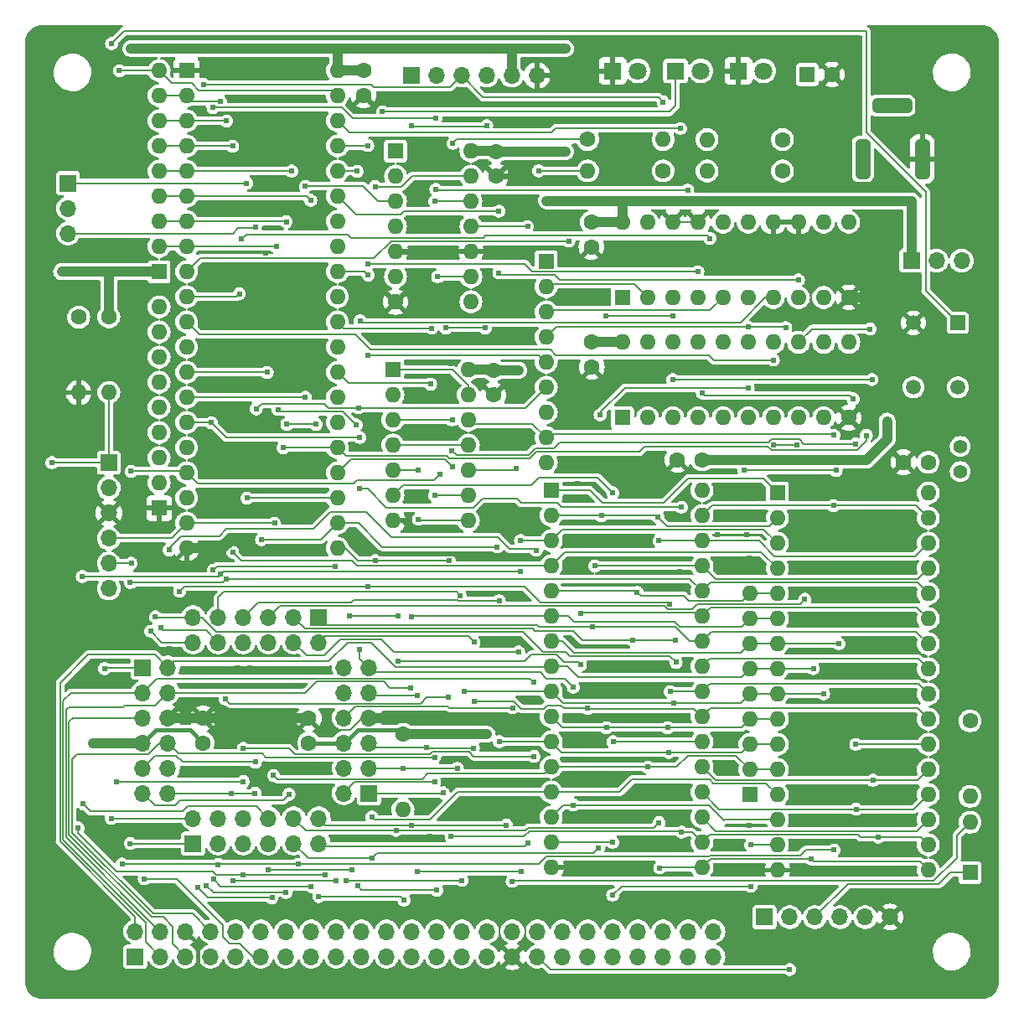
<source format=gtl>
%TF.GenerationSoftware,KiCad,Pcbnew,7.0.8*%
%TF.CreationDate,2023-12-27T09:13:38+09:00*%
%TF.ProjectId,8088_RAM,38303838-5f52-4414-9d2e-6b696361645f,1.5*%
%TF.SameCoordinates,PX4c4b400PY8a48640*%
%TF.FileFunction,Copper,L1,Top*%
%TF.FilePolarity,Positive*%
%FSLAX46Y46*%
G04 Gerber Fmt 4.6, Leading zero omitted, Abs format (unit mm)*
G04 Created by KiCad (PCBNEW 7.0.8) date 2023-12-27 09:13:38*
%MOMM*%
%LPD*%
G01*
G04 APERTURE LIST*
G04 Aperture macros list*
%AMRoundRect*
0 Rectangle with rounded corners*
0 $1 Rounding radius*
0 $2 $3 $4 $5 $6 $7 $8 $9 X,Y pos of 4 corners*
0 Add a 4 corners polygon primitive as box body*
4,1,4,$2,$3,$4,$5,$6,$7,$8,$9,$2,$3,0*
0 Add four circle primitives for the rounded corners*
1,1,$1+$1,$2,$3*
1,1,$1+$1,$4,$5*
1,1,$1+$1,$6,$7*
1,1,$1+$1,$8,$9*
0 Add four rect primitives between the rounded corners*
20,1,$1+$1,$2,$3,$4,$5,0*
20,1,$1+$1,$4,$5,$6,$7,0*
20,1,$1+$1,$6,$7,$8,$9,0*
20,1,$1+$1,$8,$9,$2,$3,0*%
G04 Aperture macros list end*
%TA.AperFunction,ComponentPad*%
%ADD10R,1.600000X1.600000*%
%TD*%
%TA.AperFunction,ComponentPad*%
%ADD11O,1.600000X1.600000*%
%TD*%
%TA.AperFunction,ComponentPad*%
%ADD12R,1.500000X1.500000*%
%TD*%
%TA.AperFunction,ComponentPad*%
%ADD13C,1.500000*%
%TD*%
%TA.AperFunction,ComponentPad*%
%ADD14C,1.600000*%
%TD*%
%TA.AperFunction,ComponentPad*%
%ADD15R,1.700000X1.700000*%
%TD*%
%TA.AperFunction,ComponentPad*%
%ADD16O,1.700000X1.700000*%
%TD*%
%TA.AperFunction,ComponentPad*%
%ADD17R,1.800000X1.800000*%
%TD*%
%TA.AperFunction,ComponentPad*%
%ADD18C,1.800000*%
%TD*%
%TA.AperFunction,ComponentPad*%
%ADD19RoundRect,0.375000X0.375000X1.625000X-0.375000X1.625000X-0.375000X-1.625000X0.375000X-1.625000X0*%
%TD*%
%TA.AperFunction,ComponentPad*%
%ADD20RoundRect,0.375000X-1.625000X0.375000X-1.625000X-0.375000X1.625000X-0.375000X1.625000X0.375000X0*%
%TD*%
%TA.AperFunction,ComponentPad*%
%ADD21C,1.400000*%
%TD*%
%TA.AperFunction,ViaPad*%
%ADD22C,0.900000*%
%TD*%
%TA.AperFunction,ViaPad*%
%ADD23C,0.605000*%
%TD*%
%TA.AperFunction,Conductor*%
%ADD24C,0.152400*%
%TD*%
%TA.AperFunction,Conductor*%
%ADD25C,1.000000*%
%TD*%
%TA.AperFunction,Conductor*%
%ADD26C,0.400000*%
%TD*%
%TA.AperFunction,Conductor*%
%ADD27C,0.600000*%
%TD*%
%TA.AperFunction,Conductor*%
%ADD28C,0.200000*%
%TD*%
G04 APERTURE END LIST*
D10*
X16620000Y94090000D03*
D11*
X16620000Y91550000D03*
X16620000Y89010000D03*
X16620000Y86470000D03*
X16620000Y83930000D03*
X16620000Y81390000D03*
X16620000Y78850000D03*
X16620000Y76310000D03*
X16620000Y73770000D03*
X16620000Y71230000D03*
X16620000Y68690000D03*
X16620000Y66150000D03*
X16620000Y63610000D03*
X16620000Y61070000D03*
X16620000Y58530000D03*
X16620000Y55990000D03*
X16620000Y53450000D03*
X16620000Y50910000D03*
X16620000Y48370000D03*
X16620000Y45830000D03*
X31860000Y45830000D03*
X31860000Y48370000D03*
X31860000Y50910000D03*
X31860000Y53450000D03*
X31860000Y55990000D03*
X31860000Y58530000D03*
X31860000Y61070000D03*
X31860000Y63610000D03*
X31860000Y66150000D03*
X31860000Y68690000D03*
X31860000Y71230000D03*
X31860000Y73770000D03*
X31860000Y76310000D03*
X31860000Y78850000D03*
X31860000Y81390000D03*
X31860000Y83930000D03*
X31860000Y86470000D03*
X31860000Y89010000D03*
X31860000Y91550000D03*
X31860000Y94090000D03*
D12*
X94550000Y68590000D03*
D13*
X94550000Y62090000D03*
X90050000Y68590000D03*
X90050000Y62090000D03*
D14*
X5710000Y69180000D03*
D11*
X5710000Y61560000D03*
D15*
X4640000Y82720000D03*
D16*
X4640000Y80180000D03*
X4640000Y77640000D03*
D17*
X72369400Y94062000D03*
D18*
X74909400Y94062000D03*
D15*
X17267000Y16000000D03*
D16*
X17267000Y18540000D03*
X19807000Y16000000D03*
X19807000Y18540000D03*
X22347000Y16000000D03*
X22347000Y18540000D03*
X24887000Y16000000D03*
X24887000Y18540000D03*
X27427000Y16000000D03*
X27427000Y18540000D03*
X29967000Y16000000D03*
X29967000Y18540000D03*
D10*
X13836000Y49894000D03*
D11*
X13836000Y52434000D03*
X13836000Y54974000D03*
X13836000Y57514000D03*
X13836000Y60054000D03*
X13836000Y62594000D03*
X13836000Y65134000D03*
X13836000Y67674000D03*
X13836000Y70214000D03*
D14*
X91545000Y54518000D03*
X89045000Y54518000D03*
D15*
X35047000Y21080000D03*
D16*
X32507000Y21080000D03*
X35047000Y23620000D03*
X32507000Y23620000D03*
X35047000Y26160000D03*
X32507000Y26160000D03*
X35047000Y28700000D03*
X32507000Y28700000D03*
X35047000Y31240000D03*
X32507000Y31240000D03*
X35047000Y33780000D03*
X32507000Y33780000D03*
D10*
X52952000Y74786000D03*
D11*
X52952000Y72246000D03*
X52952000Y69706000D03*
X52952000Y67166000D03*
X52952000Y64626000D03*
X52952000Y62086000D03*
X52952000Y59546000D03*
X52952000Y57006000D03*
X52952000Y54466000D03*
D14*
X8756000Y69198000D03*
D11*
X8756000Y61578000D03*
D14*
X34490000Y94090000D03*
X34490000Y91590000D03*
D15*
X8756000Y54466000D03*
D16*
X8756000Y51926000D03*
X8756000Y49386000D03*
X8756000Y46846000D03*
X8756000Y44306000D03*
X8756000Y41766000D03*
D10*
X60660000Y59020000D03*
D11*
X63200000Y59020000D03*
X65740000Y59020000D03*
X68280000Y59020000D03*
X70820000Y59020000D03*
X73360000Y59020000D03*
X75900000Y59020000D03*
X78440000Y59020000D03*
X80980000Y59020000D03*
X83520000Y59020000D03*
X83520000Y66640000D03*
X80980000Y66640000D03*
X78440000Y66640000D03*
X75900000Y66640000D03*
X73360000Y66640000D03*
X70820000Y66640000D03*
X68280000Y66640000D03*
X65740000Y66640000D03*
X63200000Y66640000D03*
X60660000Y66640000D03*
D15*
X75010000Y8560000D03*
D16*
X77550000Y8560000D03*
X80090000Y8560000D03*
X82630000Y8560000D03*
X85170000Y8560000D03*
X87710000Y8560000D03*
D10*
X73526000Y20938000D03*
D11*
X73526000Y23478000D03*
X73526000Y26018000D03*
X73526000Y28558000D03*
X73526000Y31098000D03*
X73526000Y33638000D03*
X73526000Y36178000D03*
X73526000Y38718000D03*
X73526000Y41258000D03*
D14*
X47618000Y63819000D03*
X47618000Y61319000D03*
X47882000Y85927000D03*
X47882000Y83427000D03*
X38474000Y27034000D03*
D11*
X38474000Y19414000D03*
D14*
X76825000Y87120000D03*
D11*
X69205000Y87120000D03*
D10*
X37458000Y63864000D03*
D11*
X37458000Y61324000D03*
X37458000Y58784000D03*
X37458000Y56244000D03*
X37458000Y53704000D03*
X37458000Y51164000D03*
X37458000Y48624000D03*
X45078000Y48624000D03*
X45078000Y51164000D03*
X45078000Y53704000D03*
X45078000Y56244000D03*
X45078000Y58784000D03*
X45078000Y61324000D03*
X45078000Y63864000D03*
D15*
X29967000Y38860000D03*
D16*
X29967000Y36320000D03*
X27427000Y38860000D03*
X27427000Y36320000D03*
X24887000Y38860000D03*
X24887000Y36320000D03*
X22347000Y38860000D03*
X22347000Y36320000D03*
X19807000Y38860000D03*
X19807000Y36320000D03*
X17267000Y38860000D03*
X17267000Y36320000D03*
D19*
X90940000Y85170000D03*
X84940000Y85170000D03*
D20*
X87890000Y90570000D03*
D10*
X76315000Y51418000D03*
D11*
X76315000Y48878000D03*
X76315000Y46338000D03*
X76315000Y43798000D03*
X76315000Y41258000D03*
X76315000Y38718000D03*
X76315000Y36178000D03*
X76315000Y33638000D03*
X76315000Y31098000D03*
X76315000Y28558000D03*
X76315000Y26018000D03*
X76315000Y23478000D03*
X76315000Y20938000D03*
X76315000Y18398000D03*
X76315000Y15858000D03*
X76315000Y13318000D03*
X91555000Y13318000D03*
X91555000Y15858000D03*
X91555000Y18398000D03*
X91555000Y20938000D03*
X91555000Y23478000D03*
X91555000Y26018000D03*
X91555000Y28558000D03*
X91555000Y31098000D03*
X91555000Y33638000D03*
X91555000Y36178000D03*
X91555000Y38718000D03*
X91555000Y41258000D03*
X91555000Y43798000D03*
X91555000Y46338000D03*
X91555000Y48878000D03*
X91555000Y51418000D03*
D14*
X57510000Y78780000D03*
X57510000Y76280000D03*
D15*
X39308400Y93590000D03*
D16*
X41848400Y93590000D03*
X44388400Y93590000D03*
X46928400Y93590000D03*
X49468400Y93590000D03*
X52008400Y93590000D03*
D10*
X37722000Y85967000D03*
D11*
X37722000Y83427000D03*
X37722000Y80887000D03*
X37722000Y78347000D03*
X37722000Y75807000D03*
X37722000Y73267000D03*
X37722000Y70727000D03*
X45342000Y70727000D03*
X45342000Y73267000D03*
X45342000Y75807000D03*
X45342000Y78347000D03*
X45342000Y80887000D03*
X45342000Y83427000D03*
X45342000Y85967000D03*
D17*
X59669400Y94062000D03*
D18*
X62209400Y94062000D03*
D14*
X76825000Y83945000D03*
D11*
X69205000Y83945000D03*
D21*
X94780000Y56110000D03*
X94780000Y53570000D03*
D14*
X28951000Y26160000D03*
X28951000Y28660000D03*
X95770000Y28380000D03*
D11*
X95770000Y20760000D03*
D14*
X68700000Y54762000D03*
X66200000Y54762000D03*
X64760000Y83960000D03*
D11*
X57140000Y83960000D03*
D10*
X53455000Y51672000D03*
D11*
X53455000Y49132000D03*
X53455000Y46592000D03*
X53455000Y44052000D03*
X53455000Y41512000D03*
X53455000Y38972000D03*
X53455000Y36432000D03*
X53455000Y33892000D03*
X53455000Y31352000D03*
X53455000Y28812000D03*
X53455000Y26272000D03*
X53455000Y23732000D03*
X53455000Y21192000D03*
X53455000Y18652000D03*
X53455000Y16112000D03*
X53455000Y13572000D03*
X68695000Y13572000D03*
X68695000Y16112000D03*
X68695000Y18652000D03*
X68695000Y21192000D03*
X68695000Y23732000D03*
X68695000Y26272000D03*
X68695000Y28812000D03*
X68695000Y31352000D03*
X68695000Y33892000D03*
X68695000Y36432000D03*
X68695000Y38972000D03*
X68695000Y41512000D03*
X68695000Y44052000D03*
X68695000Y46592000D03*
X68695000Y49132000D03*
X68695000Y51672000D03*
D17*
X66019400Y94062000D03*
D18*
X68559400Y94062000D03*
D14*
X57140000Y87130000D03*
D11*
X64760000Y87130000D03*
D14*
X57560000Y66640000D03*
X57560000Y64140000D03*
D10*
X79330000Y93690000D03*
D14*
X81830000Y93690000D03*
D10*
X95770000Y13060000D03*
D11*
X95770000Y18140000D03*
D15*
X12187000Y33780000D03*
D16*
X14727000Y33780000D03*
X12187000Y31240000D03*
X14727000Y31240000D03*
X12187000Y28700000D03*
X14727000Y28700000D03*
X12187000Y26160000D03*
X14727000Y26160000D03*
X12187000Y23620000D03*
X14727000Y23620000D03*
X12187000Y21080000D03*
X14727000Y21080000D03*
D10*
X60650000Y71170000D03*
D11*
X63190000Y71170000D03*
X65730000Y71170000D03*
X68270000Y71170000D03*
X70810000Y71170000D03*
X73350000Y71170000D03*
X75890000Y71170000D03*
X78430000Y71170000D03*
X80970000Y71170000D03*
X83510000Y71170000D03*
X83510000Y78790000D03*
X80970000Y78790000D03*
X78430000Y78790000D03*
X75890000Y78790000D03*
X73350000Y78790000D03*
X70810000Y78790000D03*
X68270000Y78790000D03*
X65730000Y78790000D03*
X63190000Y78790000D03*
X60650000Y78790000D03*
D15*
X89840000Y74890000D03*
D16*
X92380000Y74890000D03*
X94920000Y74890000D03*
D10*
X13836000Y73770000D03*
D11*
X13836000Y76310000D03*
X13836000Y78850000D03*
X13836000Y81390000D03*
X13836000Y83930000D03*
X13836000Y86470000D03*
X13836000Y89010000D03*
X13836000Y91550000D03*
X13836000Y94090000D03*
D14*
X18283000Y26160000D03*
X18283000Y28660000D03*
D15*
X11420000Y4570000D03*
D16*
X11420000Y7110000D03*
X13960000Y4570000D03*
X13960000Y7110000D03*
X16500000Y4570000D03*
X16500000Y7110000D03*
X19040000Y4570000D03*
X19040000Y7110000D03*
X21580000Y4570000D03*
X21580000Y7110000D03*
X24120000Y4570000D03*
X24120000Y7110000D03*
X26660000Y4570000D03*
X26660000Y7110000D03*
X29200000Y4570000D03*
X29200000Y7110000D03*
X31740000Y4570000D03*
X31740000Y7110000D03*
X34280000Y4570000D03*
X34280000Y7110000D03*
X36820000Y4570000D03*
X36820000Y7110000D03*
X39360000Y4570000D03*
X39360000Y7110000D03*
X41900000Y4570000D03*
X41900000Y7110000D03*
X44440000Y4570000D03*
X44440000Y7110000D03*
X46980000Y4570000D03*
X46980000Y7110000D03*
X49520000Y4570000D03*
X49520000Y7110000D03*
X52060000Y4570000D03*
X52060000Y7110000D03*
X54600000Y4570000D03*
X54600000Y7110000D03*
X57140000Y4570000D03*
X57140000Y7110000D03*
X59680000Y4570000D03*
X59680000Y7110000D03*
X62220000Y4570000D03*
X62220000Y7110000D03*
X64760000Y4570000D03*
X64760000Y7110000D03*
X67300000Y4570000D03*
X67300000Y7110000D03*
X69840000Y4570000D03*
X69840000Y7110000D03*
D22*
X75050000Y54762000D03*
X46980000Y27030000D03*
X64760000Y80940000D03*
X54910000Y85930000D03*
X54910000Y96320000D03*
X52970000Y80940000D03*
X7124900Y26200000D03*
X87390000Y58673016D03*
X76830000Y80940000D03*
X11000000Y96320000D03*
X54910000Y80940000D03*
X3980000Y73780000D03*
X50160000Y63820000D03*
D23*
X63020000Y84140000D03*
X56070000Y50780000D03*
X39230000Y51200000D03*
X19240000Y1030000D03*
X94800000Y84280000D03*
X18450000Y50560000D03*
X41154000Y78400000D03*
X81270000Y83920000D03*
X80480000Y21130000D03*
X55100000Y58360000D03*
X83320000Y21480000D03*
X80830000Y3070000D03*
X21990000Y59210000D03*
X66360000Y44720000D03*
X50050000Y40950000D03*
X57560000Y31460000D03*
X44920000Y28720000D03*
X62470000Y31340000D03*
X63810000Y1150000D03*
X13836004Y47736000D03*
X83860000Y64220000D03*
X20370000Y94400000D03*
X39200000Y47840000D03*
X80860000Y28140000D03*
X87870000Y95890000D03*
X25410000Y54280000D03*
X84720000Y15450000D03*
X38110000Y1100000D03*
X21990000Y54890000D03*
X62020000Y75600000D03*
X11570000Y37730000D03*
X29170000Y21560000D03*
X40590000Y85390000D03*
X63300000Y63580000D03*
X60830000Y60820000D03*
X29800000Y63980000D03*
X21990000Y65470000D03*
X28030000Y63960000D03*
X88930000Y18480000D03*
X96840000Y8920000D03*
X37750000Y28760000D03*
X83160000Y33700000D03*
X23890000Y22560000D03*
X50000000Y36670000D03*
X55850000Y46630000D03*
X78820000Y69150000D03*
X30440000Y1150000D03*
X24600000Y75670000D03*
X90350000Y11000000D03*
X54990000Y78870000D03*
X25170000Y82540000D03*
X73460000Y44870000D03*
X30110000Y71220000D03*
X23500000Y71370000D03*
X65760000Y60920000D03*
X83410000Y23990000D03*
X66400000Y28800000D03*
X88900000Y36090000D03*
X78290000Y64540000D03*
X20440000Y9600000D03*
X96430000Y59000000D03*
X63160000Y60810000D03*
X16680000Y43830000D03*
X61460000Y46530000D03*
X88800000Y43800000D03*
X68360000Y75810000D03*
X45780000Y1270000D03*
X5230000Y87390000D03*
X57730000Y33560000D03*
X6020000Y57900000D03*
X59610000Y22560000D03*
X82410000Y74510000D03*
X24810000Y21460000D03*
X39530000Y72090000D03*
X56070000Y52350000D03*
X93450000Y30160000D03*
X55820000Y44070000D03*
X43446480Y62705800D03*
X43342200Y64513458D03*
X88740000Y23970000D03*
X25090000Y79890000D03*
X57750000Y26480000D03*
X41190000Y16700000D03*
X73960000Y75560000D03*
X88720000Y21150000D03*
X62360000Y18630000D03*
X39090000Y57520000D03*
X82160000Y89110000D03*
X89440000Y71670000D03*
X66250000Y48880000D03*
X59810000Y18700000D03*
X72030000Y15590000D03*
X43170000Y70680000D03*
X74450000Y89820000D03*
X48230000Y10980000D03*
X68770000Y89530000D03*
X56170000Y48510000D03*
X40650000Y10160000D03*
X27620000Y86590000D03*
X47420000Y75790000D03*
X51930000Y19980000D03*
X51770000Y23740000D03*
X93630000Y46320000D03*
X28030000Y71400000D03*
X93630000Y38510000D03*
X44200000Y21910000D03*
X23500000Y65570000D03*
X42720000Y85390000D03*
X34740000Y16650000D03*
X24370000Y31860000D03*
X17040000Y23250000D03*
X14900000Y35680000D03*
X65640000Y75780000D03*
X62400000Y28530000D03*
X34340000Y9610000D03*
X6530000Y47240000D03*
X49620000Y44920000D03*
X81230000Y64390000D03*
X73170000Y47190000D03*
X70800000Y63860000D03*
X65470000Y52140000D03*
X37460000Y45230000D03*
X88500000Y31140000D03*
X70240000Y47170000D03*
X58320000Y13572000D03*
X50020000Y48540000D03*
X81330000Y13318000D03*
X57820000Y18730000D03*
X88730000Y38470000D03*
X42840000Y47790000D03*
X71930000Y1170000D03*
X53680000Y1030000D03*
X1490000Y47420000D03*
X45130000Y45220000D03*
X22390000Y49270000D03*
X70820000Y26640000D03*
X20410000Y27010000D03*
X27620000Y94330000D03*
X88340000Y28330000D03*
X73390000Y48990000D03*
X73420000Y4870000D03*
X83330000Y38400000D03*
X73410000Y17860000D03*
X83240000Y57170000D03*
X23570000Y88680000D03*
X43710000Y10800000D03*
X88870000Y33340000D03*
X62430000Y33720000D03*
X22340000Y46640000D03*
X16690000Y30360000D03*
X14730000Y15030000D03*
X14950000Y10760000D03*
X22990000Y27190000D03*
X88980000Y2100000D03*
X83370000Y47560000D03*
X70890000Y23660000D03*
X17310000Y41030000D03*
X84670000Y18120000D03*
X5120000Y10440000D03*
X42020000Y75800000D03*
X47410000Y57100000D03*
X45870000Y67210000D03*
X26720000Y49540000D03*
X50450000Y80120000D03*
X39730000Y61450000D03*
X65170000Y28820000D03*
X55560000Y71020000D03*
X45060000Y24210000D03*
X22960000Y33720000D03*
X30460000Y23800000D03*
X80640000Y24770000D03*
X59620000Y53820000D03*
X88760000Y40990000D03*
X73670000Y63750000D03*
X36250000Y19290000D03*
X25200000Y78220000D03*
X7020000Y32570000D03*
X21750000Y33740000D03*
X51940000Y30470000D03*
X37850000Y67070000D03*
X55590000Y36500000D03*
X62430000Y26940000D03*
X95150000Y50790000D03*
X13850000Y45040000D03*
X39570000Y63170000D03*
X88510000Y51400000D03*
X83150000Y28280000D03*
X83010000Y30980000D03*
X48190000Y19770000D03*
X18910000Y55880000D03*
X48180000Y70720000D03*
X49530000Y75910000D03*
X93660000Y20080000D03*
X39680000Y64550000D03*
X6360000Y36720000D03*
X62150000Y13510000D03*
X86810000Y76290000D03*
X52440000Y10650000D03*
X24700000Y91170000D03*
X21740000Y27250000D03*
X50193001Y83427002D03*
X40520000Y81320000D03*
X95540000Y78280000D03*
X23080000Y85240000D03*
X44450000Y19360000D03*
X23460000Y62380000D03*
X55950000Y61230000D03*
X64210000Y15860000D03*
X66290000Y41850000D03*
X21960000Y62130000D03*
X96750000Y71890000D03*
X59540000Y24490000D03*
X88980000Y47670000D03*
X41220000Y20050000D03*
X24370000Y33490000D03*
X77070000Y10860000D03*
X24340000Y27180000D03*
X73320000Y51570000D03*
X21960000Y68940000D03*
X72389998Y13318000D03*
X76940000Y92300000D03*
X66390000Y43450000D03*
X83330000Y43660000D03*
X90470000Y58320000D03*
X51830000Y28430000D03*
X62110000Y15790000D03*
X48220000Y23910000D03*
X62260000Y20970000D03*
X28529990Y33490000D03*
X45570000Y41170000D03*
X66710000Y18570000D03*
X36400000Y57530000D03*
X85740000Y71120000D03*
X49500000Y12190000D03*
X49540000Y29720000D03*
X65750000Y69330000D03*
X85860600Y62870000D03*
X58960000Y69310000D03*
X65740000Y62870000D03*
X8330000Y33670000D03*
X55240000Y76860000D03*
X85970000Y22384800D03*
X79930000Y33650000D03*
X82240000Y53690000D03*
X82520000Y36180000D03*
X51650600Y32300000D03*
X72930000Y53700000D03*
X39280000Y31730000D03*
X39310000Y38930000D03*
X14840000Y45660000D03*
X51950000Y45630000D03*
X62130000Y41380000D03*
X49940000Y53880000D03*
X41270000Y62420000D03*
X41660000Y24710000D03*
X41660000Y51170000D03*
X23570000Y24230000D03*
X33970000Y60010000D03*
X23650000Y59920000D03*
X57840000Y44050000D03*
X34970000Y73430000D03*
X65480000Y31350000D03*
X15910000Y41470000D03*
X34970000Y65360000D03*
X65450000Y40170000D03*
X34950000Y41980000D03*
X12340000Y12430000D03*
X85291700Y57230000D03*
X26360000Y55990000D03*
X26960000Y20970000D03*
X23520000Y21080000D03*
X21270000Y45440000D03*
X21270000Y86450000D03*
X21150000Y21080000D03*
X9030000Y96820000D03*
X6170000Y20006056D03*
X3010000Y54470000D03*
X33349400Y13380500D03*
X25490000Y48350000D03*
X24890000Y13359400D03*
X42200000Y53270000D03*
X22330000Y22260000D03*
X9540000Y22260000D03*
X11018900Y44310000D03*
X11000000Y53610000D03*
X41980000Y73270000D03*
X21260000Y12260000D03*
X31740000Y12260000D03*
X39360000Y17860600D03*
X82000000Y57260000D03*
X48930000Y17860600D03*
X29200000Y11660000D03*
X19310000Y12370000D03*
X5650000Y17580000D03*
X22340000Y12790600D03*
X30650000Y12790600D03*
X39890000Y30920000D03*
X39890600Y13210000D03*
X77540000Y3260000D03*
X50460000Y13210000D03*
X41660000Y22190000D03*
X46800003Y68090003D03*
X41910000Y11280000D03*
X52180000Y83960000D03*
X33880000Y11690000D03*
X42810000Y68090000D03*
X51060000Y78330000D03*
X51120000Y16050000D03*
X77150000Y68110000D03*
X29970000Y10640000D03*
X73350000Y68170000D03*
X38590000Y10280000D03*
X44650000Y31400000D03*
X44260000Y41060000D03*
X65850000Y30170000D03*
X80980000Y31110000D03*
X51700000Y24810000D03*
X65210000Y27710000D03*
X22340000Y25616656D03*
X58400000Y59310000D03*
X73350000Y61980000D03*
X59050000Y27710000D03*
X48200000Y26300000D03*
X65320000Y25200000D03*
X48190000Y40535800D03*
X63210000Y23730000D03*
X25395000Y22875000D03*
X84270000Y19460000D03*
X69470000Y77130000D03*
X21940000Y71530000D03*
X83960000Y60910000D03*
X68720000Y61520000D03*
X22170000Y77070000D03*
X12960000Y37450000D03*
X66070000Y34300000D03*
X13458900Y38890000D03*
X75900000Y64850000D03*
X86510000Y16640000D03*
X13980000Y37770000D03*
X20530000Y30600000D03*
X43350000Y16730000D03*
X43070600Y30770000D03*
X66620000Y17140000D03*
X85680000Y67990000D03*
X24750000Y63610000D03*
X64420000Y13550000D03*
X79070000Y40670000D03*
X79680000Y14440000D03*
X73620000Y15860000D03*
X59650000Y16120000D03*
X78290000Y56290000D03*
X28620000Y61080000D03*
X59660000Y10780000D03*
X50150000Y35340000D03*
X73620000Y11670000D03*
X75920000Y56280000D03*
X28620000Y82390000D03*
X67240000Y82020000D03*
X66610000Y49980000D03*
X34120000Y57010000D03*
X34120000Y35590000D03*
X41800000Y82090000D03*
X19100000Y58530000D03*
X41800000Y89270000D03*
X55690000Y31790000D03*
X34120000Y51820000D03*
X55680000Y19880000D03*
X19270000Y90350000D03*
X35340000Y18680000D03*
X19304615Y43621539D03*
X31620000Y44020600D03*
X18300000Y92700000D03*
X64760000Y90930000D03*
X37770000Y17330000D03*
X64340000Y18100000D03*
X64340000Y46580000D03*
X42540000Y21120000D03*
X43500000Y54090000D03*
X39330000Y88510000D03*
X46930000Y88510000D03*
X58230000Y15520000D03*
X58510000Y49132000D03*
X64240000Y48990000D03*
X35340000Y14500000D03*
X48160000Y73640000D03*
X78430000Y72950000D03*
X48160000Y79880000D03*
X34144999Y68815001D03*
X33840000Y83920000D03*
X34910000Y74570000D03*
X68270000Y73770000D03*
X34910000Y86530000D03*
X66510000Y88250000D03*
X40840000Y25680000D03*
X45590000Y25650000D03*
X44450000Y12260000D03*
X32690000Y12260000D03*
X43140000Y44570000D03*
X43960000Y23600000D03*
X38470000Y23610000D03*
X35670000Y44570000D03*
X35650000Y82380000D03*
X20050000Y90950000D03*
X9000000Y18540000D03*
X50350000Y43490000D03*
X50360000Y46610000D03*
X26660000Y11040000D03*
X6070000Y42980000D03*
X20050000Y43200000D03*
X18630000Y11760000D03*
X57140000Y29639400D03*
X29150600Y80980000D03*
X45650000Y30330000D03*
X45650000Y36330000D03*
X27230000Y83940000D03*
X61660000Y36540000D03*
X66040000Y36540000D03*
X26740000Y58350000D03*
X57590000Y37860000D03*
X29700000Y58350000D03*
X26680000Y78820000D03*
X37960000Y34380000D03*
X56410000Y34060000D03*
X37970000Y38970000D03*
X33105568Y38970000D03*
X25670000Y76300000D03*
X56440000Y39220000D03*
X25840000Y59840000D03*
X33740000Y58290000D03*
X10920000Y16000000D03*
X10920000Y42370000D03*
X17780000Y11520000D03*
X20650000Y89010000D03*
X20650000Y42730000D03*
X25240000Y10509400D03*
X82040000Y15340000D03*
X27870000Y13890000D03*
X9810000Y94090000D03*
X81980000Y50130000D03*
X19806996Y13880002D03*
X10080000Y13930000D03*
X36400000Y89920000D03*
X22700000Y50900000D03*
X22670000Y82710000D03*
X41690000Y80890000D03*
X41392000Y68070000D03*
X59700000Y26300000D03*
X59670000Y51430000D03*
X84230000Y26020000D03*
X43430000Y55710000D03*
X84230000Y56370000D03*
X43440000Y58790000D03*
X40040000Y53710000D03*
X40040000Y48770000D03*
X24180000Y46700000D03*
X47990000Y45970000D03*
X23560000Y78250000D03*
X43520000Y86730000D03*
D24*
X35191089Y65890000D02*
X33631089Y67450000D01*
X53360000Y65890000D02*
X35191089Y65890000D01*
X53920000Y65330000D02*
X53360000Y65890000D01*
X69390000Y65330000D02*
X53920000Y65330000D01*
X69870000Y64850000D02*
X69390000Y65330000D01*
X33631089Y67450000D02*
X17870000Y67450000D01*
X17870000Y67450000D02*
X16630000Y68690000D01*
X75900000Y64850000D02*
X69870000Y64850000D01*
D25*
X60650000Y78790000D02*
X60650000Y80940000D01*
D24*
X89840000Y80920000D02*
X89820000Y80940000D01*
D25*
X89840000Y74890000D02*
X89840000Y80920000D01*
D26*
X16993000Y27450000D02*
X13477000Y27450000D01*
D25*
X57510000Y78780000D02*
X60640000Y78780000D01*
D24*
X60640000Y78780000D02*
X60650000Y78790000D01*
D25*
X89820000Y80940000D02*
X76830000Y80940000D01*
X34500000Y94090000D02*
X31870000Y94090000D01*
X85332000Y54762000D02*
X75050000Y54762000D01*
D24*
X8756000Y73766000D02*
X8760000Y73770000D01*
D25*
X87390000Y56820000D02*
X85332000Y54762000D01*
X60650000Y80940000D02*
X52970000Y80940000D01*
X13836000Y73770000D02*
X8760000Y73770000D01*
X64760000Y80940000D02*
X60650000Y80940000D01*
D26*
X38058000Y27450000D02*
X38474000Y27034000D01*
X13477000Y27450000D02*
X12187000Y26160000D01*
X33889790Y27450000D02*
X38058000Y27450000D01*
D25*
X38474000Y27034000D02*
X46976000Y27034000D01*
X7120000Y26160000D02*
X12187000Y26160000D01*
X11000000Y96320000D02*
X54910000Y96320000D01*
X57560000Y66640000D02*
X60660000Y66640000D01*
X75050000Y54762000D02*
X68700000Y54762000D01*
X8756000Y69198000D02*
X8756000Y73766000D01*
D24*
X47573000Y63864000D02*
X47618000Y63819000D01*
D26*
X32599790Y26160000D02*
X33889790Y27450000D01*
D25*
X47618000Y63819000D02*
X50159000Y63819000D01*
X87390000Y58673016D02*
X87390000Y56820000D01*
X47882000Y85927000D02*
X54907000Y85927000D01*
X49468400Y93590000D02*
X49468400Y96318400D01*
X45078000Y63864000D02*
X47573000Y63864000D01*
D26*
X18283000Y26160000D02*
X16993000Y27450000D01*
X28951000Y26160000D02*
X32507000Y26160000D01*
D25*
X45342000Y85967000D02*
X47842000Y85967000D01*
X8760000Y73770000D02*
X3990000Y73770000D01*
D26*
X32507000Y26160000D02*
X32599790Y26160000D01*
D24*
X47842000Y85967000D02*
X47882000Y85927000D01*
D25*
X76830000Y80940000D02*
X64760000Y80940000D01*
X31870000Y94090000D02*
X31870000Y96310000D01*
D24*
X49520000Y4570000D02*
X50820000Y5870000D01*
X49520000Y4570000D02*
X48240000Y5850000D01*
X14727000Y28700000D02*
X16387000Y30360000D01*
D26*
X45120000Y45230000D02*
X45130000Y45220000D01*
X14184900Y44705100D02*
X13850000Y45040000D01*
D24*
X16387000Y30360000D02*
X16690000Y30360000D01*
D26*
X76315000Y13318000D02*
X72389998Y13318000D01*
D24*
X16620000Y94090000D02*
X20060000Y94090000D01*
X68270000Y78790000D02*
X65730000Y78790000D01*
D25*
X18283000Y28660000D02*
X14767000Y28660000D01*
X37750000Y28760000D02*
X44920000Y28720000D01*
D24*
X50820000Y9030000D02*
X52440000Y10650000D01*
D26*
X49520000Y4570000D02*
X46220000Y1270000D01*
D27*
X37722000Y75807000D02*
X42013000Y75807000D01*
D24*
X44540000Y9970000D02*
X43710000Y10800000D01*
D26*
X17760000Y2510000D02*
X19240000Y1030000D01*
X24370000Y33490000D02*
X28530000Y33490000D01*
D25*
X18283000Y28660000D02*
X28951000Y28660000D01*
D26*
X49520000Y4570000D02*
X53060000Y1030000D01*
X39200000Y47840000D02*
X38416000Y48624000D01*
D24*
X35047000Y28700000D02*
X34320000Y28700000D01*
X36410000Y57520000D02*
X36400000Y57530000D01*
D28*
X28951000Y28660000D02*
X30151000Y27460000D01*
D24*
X39730000Y61450000D02*
X42190680Y61450000D01*
D27*
X47882000Y83427000D02*
X50193000Y83427000D01*
D24*
X50820000Y5870000D02*
X50820000Y9030000D01*
D26*
X46220000Y1270000D02*
X45780000Y1270000D01*
D24*
X39090000Y57520000D02*
X36410000Y57520000D01*
D26*
X53060000Y1030000D02*
X53680000Y1030000D01*
D28*
X33130000Y27460000D02*
X34370000Y28700000D01*
D26*
X17760000Y5850000D02*
X17760000Y2510000D01*
D24*
X18243000Y28700000D02*
X18283000Y28660000D01*
D26*
X15495100Y44705100D02*
X14184900Y44705100D01*
X37460000Y45230000D02*
X45120000Y45230000D01*
D24*
X42013000Y75807000D02*
X42020000Y75800000D01*
D26*
X53455000Y13572000D02*
X58320000Y13572000D01*
D25*
X83510000Y71170000D02*
X85690000Y71170000D01*
D26*
X38416000Y48624000D02*
X37458000Y48624000D01*
D24*
X48240000Y9970000D02*
X44540000Y9970000D01*
X42190680Y61450000D02*
X43446480Y62705800D01*
X48240000Y5850000D02*
X48240000Y9970000D01*
D28*
X34370000Y28700000D02*
X35047000Y28700000D01*
X30151000Y27460000D02*
X33130000Y27460000D01*
D26*
X16500000Y7110000D02*
X17760000Y5850000D01*
D25*
X21119567Y46640000D02*
X22340000Y46640000D01*
X16620000Y45830000D02*
X20309567Y45830000D01*
D26*
X76315000Y13318000D02*
X81330000Y13318000D01*
D24*
X20060000Y94090000D02*
X20370000Y94400000D01*
D25*
X20309567Y45830000D02*
X21119567Y46640000D01*
X35047000Y28700000D02*
X37750000Y28760000D01*
D26*
X16620000Y45830000D02*
X15495100Y44705100D01*
D24*
X95770000Y13060000D02*
X93790000Y13060000D01*
X92615200Y11885200D02*
X83415200Y11885200D01*
X83415200Y11885200D02*
X80090000Y8560000D01*
X93790000Y13060000D02*
X92615200Y11885200D01*
X94430000Y14520000D02*
X92111100Y12201100D01*
X49540000Y29720000D02*
X43153455Y29720000D01*
X95770000Y18140000D02*
X94430000Y16800000D01*
X33617000Y29810000D02*
X32507000Y28700000D01*
X92111100Y12201100D02*
X49511100Y12201100D01*
X43063455Y29810000D02*
X33617000Y29810000D01*
X49511100Y12201100D02*
X49500000Y12190000D01*
X43153455Y29720000D02*
X43063455Y29810000D01*
X94430000Y16800000D02*
X94430000Y14520000D01*
X8440000Y33670000D02*
X8550000Y33780000D01*
X17970727Y75110727D02*
X35550727Y75110727D01*
X16630000Y73770000D02*
X17970727Y75110727D01*
X35550727Y75110727D02*
X37300000Y76860000D01*
X85970000Y22384800D02*
X70042200Y22384800D01*
X85970000Y22384800D02*
X90461800Y22384800D01*
X8550000Y33780000D02*
X12187000Y33780000D01*
X37300000Y76860000D02*
X55240000Y76860000D01*
X90461800Y22384800D02*
X91555000Y23478000D01*
X58960000Y69310000D02*
X65730000Y69310000D01*
X65730000Y69310000D02*
X65750000Y69330000D01*
X85860600Y62870000D02*
X65740000Y62870000D01*
X8330000Y33670000D02*
X8440000Y33670000D01*
X70042200Y22384800D02*
X68695000Y23732000D01*
X14727000Y33780000D02*
X15325568Y34378568D01*
X13447000Y35060000D02*
X6670000Y35060000D01*
X73526000Y33638000D02*
X72658000Y32770000D01*
X53411900Y33848900D02*
X53455000Y33892000D01*
X55098000Y33892000D02*
X53455000Y33892000D01*
X30968568Y34378568D02*
X32898968Y36308968D01*
X15325568Y34378568D02*
X30968568Y34378568D01*
X79930000Y33650000D02*
X79918000Y33638000D01*
X11420000Y8600000D02*
X11420000Y7110000D01*
X6670000Y35060000D02*
X3820000Y32210000D01*
X56220000Y32770000D02*
X55098000Y33892000D01*
X3820000Y32210000D02*
X3820000Y16200000D01*
X79918000Y33638000D02*
X76315000Y33638000D01*
X72658000Y32770000D02*
X56220000Y32770000D01*
X32898968Y36308968D02*
X35279943Y36308968D01*
X73526000Y33638000D02*
X76315000Y33638000D01*
X37740011Y33848900D02*
X53411900Y33848900D01*
X3820000Y16200000D02*
X11420000Y8600000D01*
X35279943Y36308968D02*
X37740011Y33848900D01*
X14727000Y33780000D02*
X13447000Y35060000D01*
X72930000Y53700000D02*
X82230000Y53700000D01*
X12187000Y31240000D02*
X13627000Y32680000D01*
X82520000Y36180000D02*
X82518000Y36178000D01*
X13960000Y4570000D02*
X12498600Y6031400D01*
X4960000Y31240000D02*
X12187000Y31240000D01*
X76315000Y36178000D02*
X73526000Y36178000D01*
X73526000Y36178000D02*
X72628000Y35280000D01*
X72628000Y35280000D02*
X55720000Y35280000D01*
X82518000Y36178000D02*
X76315000Y36178000D01*
X51270600Y32680000D02*
X51650600Y32300000D01*
X4124800Y16385200D02*
X4124800Y30404800D01*
X54568000Y36432000D02*
X53455000Y36432000D01*
X82230000Y53700000D02*
X82240000Y53690000D01*
X12498600Y6031400D02*
X12498600Y8011400D01*
X13627000Y32680000D02*
X51270600Y32680000D01*
X12498600Y8011400D02*
X4124800Y16385200D01*
X4124800Y30404800D02*
X4960000Y31240000D01*
X55720000Y35280000D02*
X54568000Y36432000D01*
X13960000Y7110000D02*
X4429600Y16640400D01*
X37150000Y31730000D02*
X39280000Y31730000D01*
X72698000Y37890000D02*
X66391052Y37890000D01*
X13427000Y29940000D02*
X14727000Y31240000D01*
X14727000Y31240000D02*
X28614800Y31240000D01*
X39352000Y38972000D02*
X53455000Y38972000D01*
X4703944Y29773944D02*
X10163944Y29773944D01*
X10163944Y29773944D02*
X10330000Y29940000D01*
X55178000Y38972000D02*
X53455000Y38972000D01*
X36504800Y32375200D02*
X37150000Y31730000D01*
X73526000Y38718000D02*
X72698000Y37890000D01*
X39310000Y38930000D02*
X39352000Y38972000D01*
X4429600Y29499600D02*
X4703944Y29773944D01*
X66391052Y37890000D02*
X65889952Y38391100D01*
X55758900Y38391100D02*
X55178000Y38972000D01*
X10330000Y29940000D02*
X13427000Y29940000D01*
X29750000Y32375200D02*
X36504800Y32375200D01*
X73526000Y38718000D02*
X76315000Y38718000D01*
X65889952Y38391100D02*
X55758900Y38391100D01*
X28614800Y31240000D02*
X29750000Y32375200D01*
X4429600Y16640400D02*
X4429600Y29499600D01*
X62498900Y41011100D02*
X66860000Y41011100D01*
X67387700Y40483400D02*
X72751400Y40483400D01*
X31150000Y49510000D02*
X34760000Y49510000D01*
X51800000Y45780000D02*
X51950000Y45630000D01*
X62130000Y41380000D02*
X62498900Y41011100D01*
X20658900Y47818900D02*
X29458900Y47818900D01*
X15210000Y5860000D02*
X15210000Y7620000D01*
X49220000Y45780000D02*
X51800000Y45780000D01*
X37330000Y46940000D02*
X48060000Y46940000D01*
X76315000Y41258000D02*
X73526000Y41258000D01*
X15210000Y7620000D02*
X14240000Y8590000D01*
X4740000Y16930000D02*
X4740000Y28340000D01*
X29458900Y47818900D02*
X31150000Y49510000D01*
X4740000Y28340000D02*
X5100000Y28700000D01*
X14240000Y8590000D02*
X13080000Y8590000D01*
X16020000Y47070000D02*
X19910000Y47070000D01*
X66860000Y41011100D02*
X67387700Y40483400D01*
X19910000Y47070000D02*
X20658900Y47818900D01*
X72751400Y40483400D02*
X73526000Y41258000D01*
X13080000Y8590000D02*
X4740000Y16930000D01*
X16500000Y4570000D02*
X15210000Y5860000D01*
X14840000Y45660000D02*
X14840000Y45890000D01*
X62130000Y41380000D02*
X61998000Y41512000D01*
X61998000Y41512000D02*
X53455000Y41512000D01*
X48060000Y46940000D02*
X49220000Y45780000D01*
X14840000Y45890000D02*
X16020000Y47070000D01*
X5100000Y28700000D02*
X12187000Y28700000D01*
X34760000Y49510000D02*
X37330000Y46940000D01*
X32940000Y62540000D02*
X41150000Y62540000D01*
X49764000Y53704000D02*
X49940000Y53880000D01*
X45078000Y53704000D02*
X49764000Y53704000D01*
X5538744Y24998744D02*
X12715744Y24998744D01*
X14727000Y26160000D02*
X15800944Y25086056D01*
X17255200Y8894800D02*
X13235200Y8894800D01*
X15800944Y25086056D02*
X24233944Y25086056D01*
X5044800Y17085200D02*
X5044800Y24504800D01*
X12715744Y24998744D02*
X13877000Y26160000D01*
X19040000Y7110000D02*
X17255200Y8894800D01*
X5044800Y24504800D02*
X5538744Y24998744D01*
X24610000Y24710000D02*
X41660000Y24710000D01*
X13235200Y8894800D02*
X5044800Y17085200D01*
X13877000Y26160000D02*
X14727000Y26160000D01*
X24233944Y25086056D02*
X24610000Y24710000D01*
X45078000Y51164000D02*
X41666000Y51164000D01*
X41150000Y62540000D02*
X41270000Y62420000D01*
X31870000Y63610000D02*
X32940000Y62540000D01*
X13447000Y24880000D02*
X12187000Y23620000D01*
X68695000Y44052000D02*
X57842000Y44052000D01*
X57842000Y44052000D02*
X57840000Y44050000D01*
X68695000Y44052000D02*
X70062200Y42684800D01*
X33970000Y60010000D02*
X50876000Y60010000D01*
X23570000Y24230000D02*
X16225948Y24230000D01*
X16225948Y24230000D02*
X15575948Y24880000D01*
X70062200Y42684800D02*
X90441800Y42684800D01*
X30910000Y60010000D02*
X33970000Y60010000D01*
X24160000Y60430000D02*
X30490000Y60430000D01*
X15575948Y24880000D02*
X13447000Y24880000D01*
X23650000Y59920000D02*
X24160000Y60430000D01*
X30490000Y60430000D02*
X30910000Y60010000D01*
X50876000Y60010000D02*
X52952000Y62086000D01*
X90441800Y42684800D02*
X91555000Y43798000D01*
X65482000Y31352000D02*
X68695000Y31352000D01*
X31870000Y73770000D02*
X34630000Y73770000D01*
X34950000Y41980000D02*
X16420000Y41980000D01*
X34970000Y65360000D02*
X52218000Y65360000D01*
X52218000Y65360000D02*
X52952000Y64626000D01*
X90526400Y32126600D02*
X91555000Y31098000D01*
X68695000Y31352000D02*
X69469600Y32126600D01*
X50720000Y41980000D02*
X34950000Y41980000D01*
X34630000Y73770000D02*
X34970000Y73430000D01*
X65480000Y31350000D02*
X65482000Y31352000D01*
X69469600Y32126600D02*
X90526400Y32126600D01*
X65450000Y40170000D02*
X65310000Y40310000D01*
X52390000Y40310000D02*
X50720000Y41980000D01*
X16420000Y41980000D02*
X15910000Y41470000D01*
X65310000Y40310000D02*
X52390000Y40310000D01*
X42916252Y55144800D02*
X32705200Y55144800D01*
X51271652Y54910600D02*
X43150452Y54910600D01*
X26950000Y20960000D02*
X26960000Y20970000D01*
X32705200Y55144800D02*
X31860000Y55990000D01*
X85291700Y57230000D02*
X85291700Y56651700D01*
X12187000Y21080000D02*
X13397000Y19870000D01*
X84380000Y55740000D02*
X75708911Y55740000D01*
X21970000Y5890000D02*
X23290000Y4570000D01*
X20920000Y5890000D02*
X21970000Y5890000D01*
X51941052Y55580000D02*
X51271652Y54910600D01*
X62380000Y55580000D02*
X51941052Y55580000D01*
X15480000Y19870000D02*
X15960000Y20350000D01*
X20280000Y7750000D02*
X20280000Y6530000D01*
X20280000Y6530000D02*
X20920000Y5890000D01*
X15600000Y12430000D02*
X20280000Y7750000D01*
X62910000Y56110000D02*
X62380000Y55580000D01*
X31860000Y55990000D02*
X26360000Y55990000D01*
X13397000Y19870000D02*
X15480000Y19870000D01*
X23290000Y4570000D02*
X24120000Y4570000D01*
X15960000Y20350000D02*
X26340000Y20350000D01*
X75338911Y56110000D02*
X62910000Y56110000D01*
X85291700Y56651700D02*
X84380000Y55740000D01*
X43150452Y54910600D02*
X42916252Y55144800D01*
X26340000Y20350000D02*
X26950000Y20960000D01*
X12340000Y12430000D02*
X15600000Y12430000D01*
X75708911Y55740000D02*
X75338911Y56110000D01*
X33851100Y44038900D02*
X33338300Y44551700D01*
X22158300Y44551700D02*
X21270000Y45440000D01*
X53455000Y44052000D02*
X53441900Y44038900D01*
X16630000Y86470000D02*
X21250000Y86470000D01*
X21250000Y86470000D02*
X21270000Y86450000D01*
X76315000Y43798000D02*
X74663000Y45450000D01*
X21150000Y21080000D02*
X23520000Y21080000D01*
X53441900Y44038900D02*
X33851100Y44038900D01*
X74663000Y45450000D02*
X54853000Y45450000D01*
X33338300Y44551700D02*
X22158300Y44551700D01*
X13836000Y86470000D02*
X16630000Y86470000D01*
X54853000Y45450000D02*
X53455000Y44052000D01*
X21150000Y21080000D02*
X14727000Y21080000D01*
X24887000Y18540000D02*
X23647000Y19780000D01*
X8756000Y61578000D02*
X8756000Y54466000D01*
X91280000Y71860000D02*
X94550000Y68590000D01*
X16710000Y19780000D02*
X16190000Y19260000D01*
X9040000Y96840000D02*
X10270000Y98070000D01*
X3014000Y54466000D02*
X8756000Y54466000D01*
X10270000Y98070000D02*
X85280000Y98070000D01*
X3010000Y54470000D02*
X3014000Y54466000D01*
X85280000Y98070000D02*
X85280000Y87840000D01*
X6916056Y19260000D02*
X6170000Y20006056D01*
X91280000Y81840000D02*
X91280000Y71860000D01*
X23647000Y19780000D02*
X16710000Y19780000D01*
X85280000Y87840000D02*
X91280000Y81840000D01*
X16190000Y19260000D02*
X6916056Y19260000D01*
X33328300Y13359400D02*
X24890000Y13359400D01*
X8756000Y46846000D02*
X15106000Y46846000D01*
X25470000Y48370000D02*
X25490000Y48350000D01*
X33349400Y13380500D02*
X33328300Y13359400D01*
X16630000Y48370000D02*
X25470000Y48370000D01*
X15106000Y46846000D02*
X16630000Y48370000D01*
X17740000Y52340000D02*
X33470000Y52340000D01*
X45342000Y73267000D02*
X41983000Y73267000D01*
X11000000Y53610000D02*
X16470000Y53610000D01*
X21260000Y12260000D02*
X31740000Y12260000D01*
X33470000Y52340000D02*
X33805400Y52675400D01*
X16470000Y53610000D02*
X17740000Y52340000D01*
X41605400Y52675400D02*
X42200000Y53270000D01*
X8756000Y44306000D02*
X11014900Y44306000D01*
X33805400Y52675400D02*
X41605400Y52675400D01*
X11014900Y44306000D02*
X11018900Y44310000D01*
X9540000Y22260000D02*
X22330000Y22260000D01*
X43486000Y63864000D02*
X45078000Y62272000D01*
X37458000Y63864000D02*
X43486000Y63864000D01*
X53336000Y57390000D02*
X81870000Y57390000D01*
X45078000Y62272000D02*
X45078000Y61324000D01*
X39360000Y17860600D02*
X48930000Y17860600D01*
X39360000Y17860600D02*
X30646400Y17860600D01*
X51548000Y58410000D02*
X45452000Y58410000D01*
X52952000Y57006000D02*
X53336000Y57390000D01*
X45452000Y58410000D02*
X45078000Y58784000D01*
X30646400Y17860600D02*
X29967000Y18540000D01*
X81870000Y57390000D02*
X82000000Y57260000D01*
X52952000Y57006000D02*
X51548000Y58410000D01*
X19310000Y12370000D02*
X20020000Y11660000D01*
X20020000Y11660000D02*
X29200000Y11660000D01*
X19640489Y12790600D02*
X19241089Y13190000D01*
X30650000Y12790600D02*
X22340000Y12790600D01*
X22340000Y12790600D02*
X19640489Y12790600D01*
X9520000Y13190000D02*
X5650000Y17060000D01*
X19241089Y13190000D02*
X9520000Y13190000D01*
X5650000Y17460000D02*
X5650000Y17580000D01*
X5650000Y17060000D02*
X5650000Y17460000D01*
X35367000Y30920000D02*
X39890000Y30920000D01*
X35047000Y31240000D02*
X35367000Y30920000D01*
X53370000Y3260000D02*
X52060000Y4570000D01*
X77540000Y3260000D02*
X53370000Y3260000D01*
X39890600Y13210000D02*
X50460000Y13210000D01*
X46800000Y68090000D02*
X46800003Y68090003D01*
X57140000Y83960000D02*
X52180000Y83960000D01*
X40540000Y22190000D02*
X41660000Y22190000D01*
X51060000Y78330000D02*
X51043000Y78347000D01*
X32507000Y21097000D02*
X33600000Y22190000D01*
X34290000Y11280000D02*
X41910000Y11280000D01*
X51043000Y78347000D02*
X45342000Y78347000D01*
X33880000Y11690000D02*
X34290000Y11280000D01*
X32507000Y21080000D02*
X32507000Y21097000D01*
X33600000Y22190000D02*
X40540000Y22190000D01*
X42810000Y68090000D02*
X46800000Y68090000D01*
X58630000Y50440000D02*
X64850000Y50440000D01*
X73350000Y68170000D02*
X53956000Y68170000D01*
X53956000Y68170000D02*
X52952000Y67166000D01*
X30267000Y15700000D02*
X50770000Y15700000D01*
X29967000Y16000000D02*
X30267000Y15700000D01*
X38590000Y10280000D02*
X38230000Y10640000D01*
X53455000Y51672000D02*
X57398000Y51672000D01*
X64850000Y50440000D02*
X67290000Y52880000D01*
X73350000Y68170000D02*
X77090000Y68170000D01*
X57398000Y51672000D02*
X58630000Y50440000D01*
X74853000Y52880000D02*
X76315000Y51418000D01*
X67290000Y52880000D02*
X74853000Y52880000D01*
X38230000Y10640000D02*
X29970000Y10640000D01*
X77090000Y68170000D02*
X77150000Y68110000D01*
X50770000Y15700000D02*
X51120000Y16050000D01*
X19807000Y40827000D02*
X19807000Y38860000D01*
X72598000Y30170000D02*
X73526000Y31098000D01*
X53455000Y31352000D02*
X54637000Y30170000D01*
X76315000Y31098000D02*
X73526000Y31098000D01*
X44260000Y41060000D02*
X43910000Y41410000D01*
X44698000Y31352000D02*
X44650000Y31400000D01*
X43910000Y41410000D02*
X20390000Y41410000D01*
X65850000Y30170000D02*
X72598000Y30170000D01*
X54637000Y30170000D02*
X65850000Y30170000D01*
X20390000Y41410000D02*
X19807000Y40827000D01*
X80980000Y31110000D02*
X80968000Y31098000D01*
X80968000Y31098000D02*
X76315000Y31098000D01*
X53455000Y31352000D02*
X44698000Y31352000D01*
X41440011Y25241100D02*
X45198900Y25241100D01*
X53455000Y28812000D02*
X54557000Y27710000D01*
X73350000Y61980000D02*
X73278900Y62051100D01*
X58400000Y59561089D02*
X58400000Y59310000D01*
X59050000Y27710000D02*
X65210000Y27710000D01*
X45630000Y24810000D02*
X51700000Y24810000D01*
X60890011Y62051100D02*
X58400000Y59561089D01*
X72678000Y27710000D02*
X73526000Y28558000D01*
X41213711Y25014800D02*
X41440011Y25241100D01*
X73526000Y28558000D02*
X76315000Y28558000D01*
X22340000Y25616656D02*
X26948144Y25616656D01*
X65210000Y27710000D02*
X72678000Y27710000D01*
X27550000Y25014800D02*
X41213711Y25014800D01*
X54557000Y27710000D02*
X59050000Y27710000D01*
X26948144Y25616656D02*
X27550000Y25014800D01*
X45198900Y25241100D02*
X45630000Y24810000D01*
X73278900Y62051100D02*
X60890011Y62051100D01*
X48228000Y26272000D02*
X53455000Y26272000D01*
X65320000Y25200000D02*
X72708000Y25200000D01*
X72708000Y25200000D02*
X73526000Y26018000D01*
X76315000Y26018000D02*
X73526000Y26018000D01*
X33210000Y40310000D02*
X33460000Y40560000D01*
X44008911Y40560000D02*
X44040011Y40528900D01*
X22347000Y38860000D02*
X23797000Y40310000D01*
X33460000Y40560000D02*
X44008911Y40560000D01*
X44040011Y40528900D02*
X48183100Y40528900D01*
X23797000Y40310000D02*
X33210000Y40310000D01*
X54527000Y25200000D02*
X65320000Y25200000D01*
X48183100Y40528900D02*
X48190000Y40535800D01*
X53455000Y26272000D02*
X54527000Y25200000D01*
X25775200Y22494800D02*
X40413748Y22494800D01*
X40978948Y23060000D02*
X52783000Y23060000D01*
X66090000Y23730000D02*
X67250000Y24890000D01*
X67250000Y24890000D02*
X72114000Y24890000D01*
X72114000Y24890000D02*
X73526000Y23478000D01*
X40413748Y22494800D02*
X40978948Y23060000D01*
X63208000Y23732000D02*
X53455000Y23732000D01*
X52783000Y23060000D02*
X53455000Y23732000D01*
X63210000Y23730000D02*
X63208000Y23732000D01*
X73526000Y23478000D02*
X76315000Y23478000D01*
X25395000Y22875000D02*
X25775200Y22494800D01*
X63210000Y23730000D02*
X66090000Y23730000D01*
X70427000Y19460000D02*
X68695000Y21192000D01*
X21640000Y71230000D02*
X16630000Y71230000D01*
X21940000Y71530000D02*
X21640000Y71230000D01*
X69208900Y77391100D02*
X46801100Y77391100D01*
X91555000Y20938000D02*
X90077000Y19460000D01*
X32900000Y77550000D02*
X22650000Y77550000D01*
X68950000Y61290000D02*
X68720000Y61520000D01*
X46801100Y77391100D02*
X46600000Y77190000D01*
X22650000Y77550000D02*
X22170000Y77070000D01*
X83960000Y60910000D02*
X83580000Y61290000D01*
X12960000Y37450000D02*
X14090000Y36320000D01*
X14090000Y36320000D02*
X17267000Y36320000D01*
X83580000Y61290000D02*
X68950000Y61290000D01*
X33260000Y77190000D02*
X32900000Y77550000D01*
X46600000Y77190000D02*
X33260000Y77190000D01*
X69470000Y77130000D02*
X69208900Y77391100D01*
X90077000Y19460000D02*
X70427000Y19460000D01*
X54880000Y35370000D02*
X55329400Y34920600D01*
X50580000Y37420000D02*
X52630000Y35370000D01*
X68695000Y18652000D02*
X70087000Y17260000D01*
X52630000Y35370000D02*
X54880000Y35370000D01*
X19590000Y37420000D02*
X50580000Y37420000D01*
X17267000Y38860000D02*
X13488900Y38860000D01*
X90417000Y17260000D02*
X91555000Y18398000D01*
X18150000Y38860000D02*
X19590000Y37420000D01*
X70087000Y17260000D02*
X90417000Y17260000D01*
X65449400Y34920600D02*
X66070000Y34300000D01*
X13488900Y38860000D02*
X13458900Y38890000D01*
X55329400Y34920600D02*
X65449400Y34920600D01*
X17267000Y38860000D02*
X18150000Y38860000D01*
X78440000Y66640000D02*
X79790000Y67990000D01*
X91555000Y15858000D02*
X90773000Y16640000D01*
X40240000Y30130000D02*
X21000000Y30130000D01*
X40880000Y30770000D02*
X40240000Y30130000D01*
X18557000Y37570000D02*
X19807000Y36320000D01*
X43070600Y30770000D02*
X40880000Y30770000D01*
X66510000Y17250000D02*
X66620000Y17140000D01*
X67667000Y17140000D02*
X68695000Y16112000D01*
X84483400Y16886600D02*
X69469600Y16886600D01*
X43350000Y16730000D02*
X50710000Y16730000D01*
X69469600Y16886600D02*
X68695000Y16112000D01*
X86510000Y16640000D02*
X84730000Y16640000D01*
X50710000Y16730000D02*
X51230000Y17250000D01*
X79790000Y67990000D02*
X85680000Y67990000D01*
X21000000Y30130000D02*
X20530000Y30600000D01*
X51230000Y17250000D02*
X66510000Y17250000D01*
X13980000Y37770000D02*
X14180000Y37570000D01*
X66620000Y17140000D02*
X67667000Y17140000D01*
X90773000Y16640000D02*
X86510000Y16640000D01*
X14180000Y37570000D02*
X18557000Y37570000D01*
X84730000Y16640000D02*
X84483400Y16886600D01*
X79680000Y14440000D02*
X79670000Y14450000D01*
X67698900Y39638900D02*
X68234800Y40174800D01*
X90693000Y14180000D02*
X91555000Y13318000D01*
X16630000Y63610000D02*
X24750000Y63610000D01*
X64442000Y13572000D02*
X68695000Y13572000D01*
X64863711Y40005200D02*
X65230011Y39638900D01*
X79940000Y14180000D02*
X90693000Y14180000D01*
X69573000Y14450000D02*
X68695000Y13572000D01*
X65230011Y39638900D02*
X67698900Y39638900D01*
X68234800Y40174800D02*
X78574800Y40174800D01*
X78574800Y40174800D02*
X79070000Y40670000D01*
X24887000Y38860000D02*
X26032200Y40005200D01*
X79680000Y14440000D02*
X79940000Y14180000D01*
X26032200Y40005200D02*
X64863711Y40005200D01*
X64420000Y13550000D02*
X64442000Y13572000D01*
X79670000Y14450000D02*
X69573000Y14450000D01*
X78290000Y56290000D02*
X75930000Y56290000D01*
X37722000Y80887000D02*
X35971911Y80887000D01*
X73622000Y15858000D02*
X73620000Y15860000D01*
X28610000Y61070000D02*
X16630000Y61070000D01*
X37530000Y35340000D02*
X36256232Y36613768D01*
X59650000Y16120000D02*
X59642000Y16112000D01*
X32093768Y36613768D02*
X30500000Y35020000D01*
X34440311Y82418600D02*
X28648600Y82418600D01*
X60550000Y11670000D02*
X59660000Y10780000D01*
X76315000Y15858000D02*
X73622000Y15858000D01*
X28620000Y61080000D02*
X28610000Y61070000D01*
X30500000Y35020000D02*
X28727000Y35020000D01*
X28727000Y35020000D02*
X27427000Y36320000D01*
X28648600Y82418600D02*
X28620000Y82390000D01*
X36256232Y36613768D02*
X32093768Y36613768D01*
X59642000Y16112000D02*
X53455000Y16112000D01*
X50150000Y35340000D02*
X37530000Y35340000D01*
X35971911Y80887000D02*
X34440311Y82418600D01*
X75930000Y56290000D02*
X75920000Y56280000D01*
X73620000Y11670000D02*
X60550000Y11670000D01*
X33380000Y89250000D02*
X41860000Y89250000D01*
X70978000Y18398000D02*
X76315000Y18398000D01*
X67240000Y82020000D02*
X41870000Y82020000D01*
X54490000Y49980000D02*
X66610000Y49980000D01*
X19270000Y90350000D02*
X32280000Y90350000D01*
X54683000Y19880000D02*
X55680000Y19880000D01*
X34900000Y51820000D02*
X36770000Y49950000D01*
X34120000Y34707000D02*
X35047000Y33780000D01*
X34120000Y35590000D02*
X34120000Y34707000D01*
X52970000Y32650000D02*
X52330000Y33290000D01*
X53455000Y18652000D02*
X54683000Y19880000D01*
X20611400Y57018600D02*
X34111400Y57018600D01*
X49990000Y50860000D02*
X50450000Y50400000D01*
X36770000Y49950000D02*
X45600000Y49950000D01*
X35537000Y33290000D02*
X35047000Y33780000D01*
X34111400Y57018600D02*
X34120000Y57010000D01*
X32280000Y90350000D02*
X33380000Y89250000D01*
X41870000Y82020000D02*
X41800000Y82090000D01*
X34120000Y51820000D02*
X34900000Y51820000D01*
X69400000Y19880000D02*
X70930000Y18350000D01*
X19100000Y58530000D02*
X16630000Y58530000D01*
X19100000Y58530000D02*
X20611400Y57018600D01*
X70930000Y18350000D02*
X70978000Y18398000D01*
X54070000Y50400000D02*
X54490000Y49980000D01*
X45600000Y49950000D02*
X46510000Y50860000D01*
X46510000Y50860000D02*
X49990000Y50860000D01*
X55690000Y31790000D02*
X54830000Y32650000D01*
X50450000Y50400000D02*
X54070000Y50400000D01*
X54830000Y32650000D02*
X52970000Y32650000D01*
X52330000Y33290000D02*
X35537000Y33290000D01*
X55680000Y19880000D02*
X69400000Y19880000D01*
X35280000Y92700000D02*
X18300000Y92700000D01*
X41191700Y18391700D02*
X43992000Y21192000D01*
X46567300Y91411100D02*
X64278900Y91411100D01*
X60362000Y21192000D02*
X53455000Y21192000D01*
X35634600Y18385400D02*
X39133711Y18385400D01*
X43218400Y92420000D02*
X35560000Y92420000D01*
X69436600Y22450000D02*
X61620000Y22450000D01*
X44388400Y93590000D02*
X43218400Y92420000D01*
X75173000Y22080000D02*
X69806600Y22080000D01*
X19600000Y43910000D02*
X19710600Y44020600D01*
X76315000Y20938000D02*
X75173000Y22080000D01*
X44388400Y93590000D02*
X46567300Y91411100D01*
X19304615Y43621539D02*
X19593076Y43910000D01*
X43992000Y21192000D02*
X53455000Y21192000D01*
X19710600Y44020600D02*
X31620000Y44020600D01*
X69806600Y22080000D02*
X69436600Y22450000D01*
X39140011Y18391700D02*
X41191700Y18391700D01*
X61620000Y22450000D02*
X60362000Y21192000D01*
X35340000Y18680000D02*
X35634600Y18385400D01*
X35560000Y92420000D02*
X35280000Y92700000D01*
X39133711Y18385400D02*
X39140011Y18391700D01*
X64278900Y91411100D02*
X64760000Y90930000D01*
X19593076Y43910000D02*
X19600000Y43910000D01*
X64340000Y46580000D02*
X64352000Y46592000D01*
X70810000Y71170000D02*
X69501100Y69861100D01*
X27427000Y18540000D02*
X28637000Y17330000D01*
X69501100Y69861100D02*
X53107100Y69861100D01*
X63830000Y17590000D02*
X64340000Y18100000D01*
X90227000Y45010000D02*
X76020000Y45010000D01*
X53107100Y69861100D02*
X52952000Y69706000D01*
X28637000Y17330000D02*
X37770000Y17330000D01*
X51138948Y17590000D02*
X63830000Y17590000D01*
X50878948Y17330000D02*
X51138948Y17590000D01*
X91555000Y46338000D02*
X90227000Y45010000D01*
X74438000Y46592000D02*
X68695000Y46592000D01*
X37770000Y17330000D02*
X50878948Y17330000D01*
X64352000Y46592000D02*
X68695000Y46592000D01*
X76020000Y45010000D02*
X74438000Y46592000D01*
X31860000Y53450000D02*
X33250000Y54840000D01*
X42500000Y21080000D02*
X35047000Y21080000D01*
X33250000Y54840000D02*
X42750000Y54840000D01*
X42750000Y54840000D02*
X43500000Y54090000D01*
X42540000Y21120000D02*
X42500000Y21080000D01*
X46838900Y88418900D02*
X39421100Y88418900D01*
X39421100Y88418900D02*
X39330000Y88510000D01*
X46930000Y88510000D02*
X46838900Y88418900D01*
X35340000Y14500000D02*
X35840000Y15000000D01*
X65190000Y48040000D02*
X64240000Y48990000D01*
X28927000Y14500000D02*
X27427000Y16000000D01*
X35840000Y15000000D02*
X57710000Y15000000D01*
X53246000Y72540000D02*
X52952000Y72246000D01*
X75477000Y48040000D02*
X65190000Y48040000D01*
X63190000Y71170000D02*
X61820000Y72540000D01*
X58510000Y49132000D02*
X53455000Y49132000D01*
X57710000Y15000000D02*
X58230000Y15520000D01*
X64240000Y48990000D02*
X64098000Y49132000D01*
X64098000Y49132000D02*
X58510000Y49132000D01*
X35340000Y14500000D02*
X28927000Y14500000D01*
X76315000Y48878000D02*
X75477000Y48040000D01*
X61820000Y72540000D02*
X53246000Y72540000D01*
X48160000Y73640000D02*
X48347400Y73452600D01*
X48138400Y79858400D02*
X48160000Y79880000D01*
X48347400Y73452600D02*
X53807400Y73452600D01*
X33706400Y79553600D02*
X38267198Y79553600D01*
X31870000Y81390000D02*
X33706400Y79553600D01*
X78430000Y72950000D02*
X54310000Y72950000D01*
X38267198Y79553600D02*
X38571998Y79858400D01*
X54310000Y72950000D02*
X53807400Y73452600D01*
X38571998Y79858400D02*
X48138400Y79858400D01*
X34311100Y68648900D02*
X34144999Y68815001D01*
X75090000Y71170000D02*
X72568900Y68648900D01*
X33830000Y83930000D02*
X33840000Y83920000D01*
X75890000Y71170000D02*
X75090000Y71170000D01*
X31870000Y83930000D02*
X33830000Y83930000D01*
X72568900Y68648900D02*
X34311100Y68648900D01*
X53846690Y73757400D02*
X51562600Y73757400D01*
X34850000Y86470000D02*
X34910000Y86530000D01*
X68270000Y73770000D02*
X53859290Y73770000D01*
X51562600Y73757400D02*
X50750000Y74570000D01*
X53859290Y73770000D02*
X53846690Y73757400D01*
X50750000Y74570000D02*
X34910000Y74570000D01*
X31870000Y86470000D02*
X34850000Y86470000D01*
X53880000Y88250000D02*
X66510000Y88250000D01*
X53470000Y87840000D02*
X53880000Y88250000D01*
X31870000Y89010000D02*
X33040000Y87840000D01*
X33040000Y87840000D02*
X53470000Y87840000D01*
X35527000Y25680000D02*
X35047000Y26160000D01*
X40840000Y25680000D02*
X35527000Y25680000D01*
X45590000Y25650000D02*
X40870000Y25650000D01*
X32691100Y12258900D02*
X32690000Y12260000D01*
X44448900Y12258900D02*
X32691100Y12258900D01*
X44450000Y12260000D02*
X44448900Y12258900D01*
X35670000Y44570000D02*
X43140000Y44570000D01*
X45342000Y83427000D02*
X39387000Y83427000D01*
X38470000Y23610000D02*
X43950000Y23610000D01*
X32660000Y45830000D02*
X33920000Y44570000D01*
X39387000Y83427000D02*
X38340000Y82380000D01*
X33920000Y44570000D02*
X35670000Y44570000D01*
X38470000Y23610000D02*
X38460000Y23620000D01*
X38460000Y23620000D02*
X35047000Y23620000D01*
X31860000Y45830000D02*
X32660000Y45830000D01*
X43950000Y23610000D02*
X43960000Y23600000D01*
X38340000Y82380000D02*
X35650000Y82380000D01*
X13836000Y91550000D02*
X16630000Y91550000D01*
X17230000Y90950000D02*
X20050000Y90950000D01*
X53455000Y46592000D02*
X54593000Y47730000D01*
X19830000Y42980000D02*
X6070000Y42980000D01*
X19350000Y11040000D02*
X26660000Y11040000D01*
X54593000Y47730000D02*
X74923000Y47730000D01*
X16630000Y91550000D02*
X17230000Y90950000D01*
X50378000Y46592000D02*
X53455000Y46592000D01*
X20050000Y43200000D02*
X19830000Y42980000D01*
X20340000Y43490000D02*
X50353000Y43490000D01*
X18630000Y11760000D02*
X19350000Y11040000D01*
X17267000Y18540000D02*
X9000000Y18540000D01*
X20050000Y43200000D02*
X20340000Y43490000D01*
X74923000Y47730000D02*
X76315000Y46338000D01*
X53050000Y29970000D02*
X52700000Y29620000D01*
X16630000Y81390000D02*
X28720000Y81390000D01*
X67887000Y29620000D02*
X57159400Y29620000D01*
X45650000Y36330000D02*
X45061432Y36918568D01*
X69553000Y29670000D02*
X68695000Y28812000D01*
X29140000Y80970000D02*
X29140600Y80970000D01*
X28720000Y81390000D02*
X29140000Y80970000D01*
X29140600Y80970000D02*
X29150600Y80980000D01*
X13836000Y81390000D02*
X16630000Y81390000D01*
X45061432Y36918568D02*
X30565568Y36918568D01*
X30565568Y36918568D02*
X29967000Y36320000D01*
X52700000Y29620000D02*
X50391089Y29620000D01*
X54736548Y29639400D02*
X54405948Y29970000D01*
X68695000Y28812000D02*
X67887000Y29620000D01*
X90443000Y29670000D02*
X69553000Y29670000D01*
X49681089Y30330000D02*
X45650000Y30330000D01*
X57140000Y29639400D02*
X54736548Y29639400D01*
X50391089Y29620000D02*
X49681089Y30330000D01*
X91555000Y28558000D02*
X90443000Y29670000D01*
X54405948Y29970000D02*
X53050000Y29970000D01*
X61660000Y36540000D02*
X56600000Y36540000D01*
X51810000Y37500000D02*
X51570000Y37740000D01*
X69469600Y34666600D02*
X90526400Y34666600D01*
X90526400Y34666600D02*
X91555000Y33638000D01*
X16630000Y83930000D02*
X27220000Y83930000D01*
X55640000Y37500000D02*
X51810000Y37500000D01*
X28547000Y37740000D02*
X27427000Y38860000D01*
X27220000Y83930000D02*
X27230000Y83940000D01*
X16630000Y83930000D02*
X13836000Y83930000D01*
X56600000Y36540000D02*
X55640000Y37500000D01*
X51570000Y37740000D02*
X28547000Y37740000D01*
X68695000Y33892000D02*
X69469600Y34666600D01*
X66040000Y36540000D02*
X61660000Y36540000D01*
X16630000Y78850000D02*
X13836000Y78850000D01*
X26740000Y58350000D02*
X29700000Y58350000D01*
X57590000Y37860000D02*
X65990000Y37860000D01*
X51995200Y38044800D02*
X52180000Y37860000D01*
X91555000Y36178000D02*
X90323000Y37410000D01*
X52180000Y37860000D02*
X57590000Y37860000D01*
X29967000Y38860000D02*
X30782200Y38044800D01*
X26650000Y78850000D02*
X26680000Y78820000D01*
X67418000Y36432000D02*
X68695000Y36432000D01*
X30782200Y38044800D02*
X51995200Y38044800D01*
X69673000Y37410000D02*
X68695000Y36432000D01*
X90323000Y37410000D02*
X69673000Y37410000D01*
X65990000Y37860000D02*
X67418000Y36432000D01*
X16630000Y78850000D02*
X26650000Y78850000D01*
X56410000Y34060000D02*
X56159054Y34310946D01*
X37970000Y38970000D02*
X33105568Y38970000D01*
X25660000Y76310000D02*
X16630000Y76310000D01*
X54759054Y34310946D02*
X54010000Y35060000D01*
X69593000Y39870000D02*
X68695000Y38972000D01*
X51459889Y35060000D02*
X50779889Y34380000D01*
X25840000Y59840000D02*
X26064800Y59615200D01*
X56159054Y34310946D02*
X54759054Y34310946D01*
X56440000Y39220000D02*
X56540000Y39320000D01*
X50779889Y34380000D02*
X37960000Y34380000D01*
X90403000Y39870000D02*
X69593000Y39870000D01*
X32414800Y59615200D02*
X33740000Y58290000D01*
X56540000Y39320000D02*
X68347000Y39320000D01*
X13836000Y76310000D02*
X16630000Y76310000D01*
X68347000Y39320000D02*
X68695000Y38972000D01*
X91555000Y38718000D02*
X90403000Y39870000D01*
X54010000Y35060000D02*
X51459889Y35060000D01*
X26064800Y59615200D02*
X32414800Y59615200D01*
X68695000Y41512000D02*
X69563000Y42380000D01*
X68695000Y41512000D02*
X67477000Y42730000D01*
X16630000Y89010000D02*
X13836000Y89010000D01*
X25189400Y10560000D02*
X18740000Y10560000D01*
X10920000Y42370000D02*
X20290000Y42370000D01*
X16630000Y89010000D02*
X20650000Y89010000D01*
X69563000Y42380000D02*
X90433000Y42380000D01*
X17267000Y16000000D02*
X10920000Y16000000D01*
X25240000Y10509400D02*
X25189400Y10560000D01*
X20290000Y42370000D02*
X20650000Y42730000D01*
X90433000Y42380000D02*
X91555000Y41258000D01*
X18740000Y10560000D02*
X17780000Y11520000D01*
X67477000Y42730000D02*
X20650000Y42730000D01*
X31307871Y92112129D02*
X17807871Y92112129D01*
X81980000Y50130000D02*
X90303000Y50130000D01*
X15126000Y92800000D02*
X13836000Y94090000D01*
X52930000Y14680000D02*
X52161100Y13911100D01*
X17120000Y92800000D02*
X15126000Y92800000D01*
X27891100Y13911100D02*
X27870000Y13890000D01*
X78584800Y14754800D02*
X69446748Y14754800D01*
X79170000Y15340000D02*
X78584800Y14754800D01*
X68695000Y49132000D02*
X69693000Y50130000D01*
X10080000Y13930000D02*
X19756998Y13930000D01*
X69446748Y14754800D02*
X69371948Y14680000D01*
X17807871Y92112129D02*
X17120000Y92800000D01*
X13836000Y94090000D02*
X9810000Y94090000D01*
X31870000Y91550000D02*
X31307871Y92112129D01*
X69371948Y14680000D02*
X52930000Y14680000D01*
X82040000Y15340000D02*
X79170000Y15340000D01*
X69693000Y50130000D02*
X81980000Y50130000D01*
X27870000Y13890000D02*
X19816994Y13890000D01*
X90303000Y50130000D02*
X91555000Y48878000D01*
X52161100Y13911100D02*
X27891100Y13911100D01*
X66019400Y94062000D02*
X66019400Y90559400D01*
X66019400Y90559400D02*
X65380000Y89920000D01*
X65380000Y89920000D02*
X36400000Y89920000D01*
X31870000Y50920000D02*
X31860000Y50910000D01*
X22660000Y82720000D02*
X22670000Y82710000D01*
X4640000Y82720000D02*
X22660000Y82720000D01*
X22700000Y50900000D02*
X22710000Y50910000D01*
X22710000Y50910000D02*
X31860000Y50910000D01*
X31860000Y68690000D02*
X32480000Y68070000D01*
X45342000Y80887000D02*
X41693000Y80887000D01*
X32480000Y68070000D02*
X41392000Y68070000D01*
X51432600Y52192600D02*
X52220000Y52980000D01*
X52220000Y52980000D02*
X58120000Y52980000D01*
X59728000Y26272000D02*
X68695000Y26272000D01*
X37458000Y51164000D02*
X38486600Y52192600D01*
X38486600Y52192600D02*
X51432600Y52192600D01*
X58120000Y52980000D02*
X59670000Y51430000D01*
X91555000Y26018000D02*
X84232000Y26018000D01*
X43440000Y58790000D02*
X43434000Y58784000D01*
X84232000Y26018000D02*
X84230000Y26020000D01*
X75710011Y56821100D02*
X75368911Y56480000D01*
X84230000Y56370000D02*
X78961089Y56370000D01*
X53760000Y55890000D02*
X51820000Y55890000D01*
X75368911Y56480000D02*
X54350000Y56480000D01*
X51820000Y55890000D02*
X51145400Y55215400D01*
X43924600Y55215400D02*
X43430000Y55710000D01*
X43434000Y58784000D02*
X37458000Y58784000D01*
X78509989Y56821100D02*
X75710011Y56821100D01*
X78961089Y56370000D02*
X78509989Y56821100D01*
X51145400Y55215400D02*
X43924600Y55215400D01*
X54350000Y56480000D02*
X53760000Y55890000D01*
X37458000Y56244000D02*
X45078000Y56244000D01*
X45078000Y48624000D02*
X40186000Y48624000D01*
X37458000Y53704000D02*
X40034000Y53704000D01*
X40186000Y48624000D02*
X40040000Y48770000D01*
X21830000Y78200000D02*
X23510000Y78200000D01*
X36220000Y46130000D02*
X36380000Y45970000D01*
X4640000Y77640000D02*
X21270000Y77640000D01*
X23510000Y78200000D02*
X23560000Y78250000D01*
X31860000Y48370000D02*
X33980000Y48370000D01*
X33980000Y48370000D02*
X36220000Y46130000D01*
X24180000Y46700000D02*
X30190000Y46700000D01*
X36380000Y45970000D02*
X47990000Y45970000D01*
X30190000Y46700000D02*
X31860000Y48370000D01*
X21270000Y77640000D02*
X21830000Y78200000D01*
X57140000Y87130000D02*
X43920000Y87130000D01*
X43920000Y87130000D02*
X43520000Y86730000D01*
%TA.AperFunction,Conductor*%
G36*
X10107956Y98679498D02*
G01*
X10154449Y98625842D01*
X10164553Y98555568D01*
X10135059Y98490988D01*
X10098710Y98462101D01*
X10077684Y98450989D01*
X10026920Y98426542D01*
X10020252Y98421996D01*
X10013752Y98417199D01*
X9992029Y98395475D01*
X9973926Y98377372D01*
X9949792Y98354979D01*
X9932620Y98339045D01*
X9926741Y98331672D01*
X9926021Y98332246D01*
X9916829Y98320276D01*
X9106460Y97509905D01*
X9044147Y97475880D01*
X9017364Y97473000D01*
X8950709Y97473000D01*
X8796744Y97435051D01*
X8796741Y97435050D01*
X8656329Y97361356D01*
X8656327Y97361354D01*
X8537631Y97256198D01*
X8447553Y97125697D01*
X8447550Y97125691D01*
X8391316Y96977419D01*
X8372204Y96820003D01*
X8372204Y96819998D01*
X8391316Y96662582D01*
X8447550Y96514310D01*
X8447553Y96514304D01*
X8537631Y96383803D01*
X8537632Y96383802D01*
X8537633Y96383801D01*
X8656329Y96278645D01*
X8796742Y96204950D01*
X8950711Y96167000D01*
X8950712Y96167000D01*
X9109288Y96167000D01*
X9109289Y96167000D01*
X9263258Y96204950D01*
X9403671Y96278645D01*
X9522367Y96383801D01*
X9612449Y96514307D01*
X9668682Y96662579D01*
X9668682Y96662580D01*
X9668683Y96662582D01*
X9687796Y96819998D01*
X9687796Y96827622D01*
X9690077Y96827622D01*
X9699861Y96886504D01*
X9724206Y96920763D01*
X10409841Y97606396D01*
X10472153Y97640421D01*
X10498936Y97643300D01*
X84727300Y97643300D01*
X84795421Y97623298D01*
X84841914Y97569642D01*
X84853300Y97517300D01*
X84853300Y87867507D01*
X84852904Y87860449D01*
X84848782Y87823865D01*
X84859254Y87768515D01*
X84865322Y87728255D01*
X84867651Y87712808D01*
X84870029Y87705096D01*
X84875814Y87688567D01*
X84872202Y87687304D01*
X84882662Y87635749D01*
X84856921Y87569583D01*
X84799494Y87527838D01*
X84757123Y87520500D01*
X84516654Y87520500D01*
X84417295Y87510350D01*
X84256303Y87457003D01*
X84111955Y87367968D01*
X84111949Y87367963D01*
X83992037Y87248051D01*
X83992032Y87248045D01*
X83902997Y87103698D01*
X83887257Y87056197D01*
X83857548Y86966538D01*
X83849651Y86942707D01*
X83849650Y86942703D01*
X83839500Y86843354D01*
X83839500Y83496655D01*
X83849650Y83397296D01*
X83849650Y83397294D01*
X83849651Y83397292D01*
X83902997Y83236303D01*
X83938720Y83178388D01*
X83992032Y83091956D01*
X83992037Y83091950D01*
X84111949Y82972038D01*
X84111955Y82972033D01*
X84111956Y82972032D01*
X84256303Y82882997D01*
X84417292Y82829651D01*
X84516655Y82819500D01*
X85363344Y82819501D01*
X85363345Y82819501D01*
X85383216Y82821531D01*
X85462708Y82829651D01*
X85623697Y82882997D01*
X85768044Y82972032D01*
X85887968Y83091956D01*
X85977003Y83236303D01*
X86030349Y83397292D01*
X86040500Y83496655D01*
X86040499Y86171867D01*
X86060501Y86239987D01*
X86114157Y86286480D01*
X86184431Y86296584D01*
X86249011Y86267090D01*
X86255594Y86260961D01*
X90816395Y81700160D01*
X90850421Y81637848D01*
X90853300Y81611065D01*
X90853300Y81339375D01*
X90833298Y81271254D01*
X90779642Y81224761D01*
X90709368Y81214657D01*
X90644788Y81244151D01*
X90619336Y81274416D01*
X90537073Y81411138D01*
X90521070Y81437736D01*
X90521065Y81437741D01*
X90521064Y81437743D01*
X90445308Y81517717D01*
X90443028Y81520258D01*
X90408340Y81561097D01*
X90408338Y81561098D01*
X90408337Y81561100D01*
X90261064Y81673054D01*
X90261063Y81673055D01*
X90261060Y81673057D01*
X90093166Y81750733D01*
X89912503Y81790499D01*
X89912500Y81790500D01*
X89912497Y81790500D01*
X89912494Y81790500D01*
X68012155Y81790500D01*
X67944034Y81810502D01*
X67897541Y81864158D01*
X67887074Y81931687D01*
X67897796Y82019997D01*
X67897796Y82020003D01*
X67878683Y82177419D01*
X67842129Y82273801D01*
X67822449Y82325693D01*
X67768186Y82404307D01*
X67732368Y82456198D01*
X67720512Y82466702D01*
X67613671Y82561355D01*
X67613670Y82561356D01*
X67473258Y82635050D01*
X67473255Y82635051D01*
X67319290Y82673000D01*
X67319289Y82673000D01*
X67160711Y82673000D01*
X67160709Y82673000D01*
X67006744Y82635051D01*
X67006741Y82635050D01*
X66866329Y82561356D01*
X66866327Y82561354D01*
X66772679Y82478388D01*
X66708426Y82448187D01*
X66689125Y82446700D01*
X49024638Y82446700D01*
X48956517Y82466702D01*
X48910024Y82520358D01*
X48899920Y82590632D01*
X48921425Y82644971D01*
X49012133Y82774517D01*
X49108265Y82980672D01*
X49108267Y82980677D01*
X49167140Y83200398D01*
X49186965Y83427000D01*
X49167140Y83653603D01*
X49108267Y83873324D01*
X49108265Y83873329D01*
X49067851Y83959998D01*
X51522204Y83959998D01*
X51541316Y83802582D01*
X51597550Y83654310D01*
X51597553Y83654304D01*
X51687631Y83523803D01*
X51687632Y83523802D01*
X51687633Y83523801D01*
X51806329Y83418645D01*
X51946742Y83344950D01*
X52100711Y83307000D01*
X52100712Y83307000D01*
X52259288Y83307000D01*
X52259289Y83307000D01*
X52413258Y83344950D01*
X52553671Y83418645D01*
X52647321Y83501612D01*
X52711574Y83531813D01*
X52730875Y83533300D01*
X55989215Y83533300D01*
X56057336Y83513298D01*
X56102006Y83463462D01*
X56157633Y83351746D01*
X56192972Y83304950D01*
X56280568Y83188955D01*
X56286129Y83181592D01*
X56443699Y83037947D01*
X56443701Y83037946D01*
X56624974Y82925706D01*
X56624975Y82925706D01*
X56624981Y82925702D01*
X56823802Y82848679D01*
X57033390Y82809500D01*
X57033393Y82809500D01*
X57246607Y82809500D01*
X57246610Y82809500D01*
X57456198Y82848679D01*
X57655019Y82925702D01*
X57836302Y83037948D01*
X57993872Y83181593D01*
X58122366Y83351745D01*
X58217405Y83542611D01*
X58275756Y83747690D01*
X58295429Y83960000D01*
X63604571Y83960000D01*
X63624244Y83747689D01*
X63682593Y83542616D01*
X63682594Y83542614D01*
X63682595Y83542611D01*
X63777634Y83351745D01*
X63906128Y83181593D01*
X63906129Y83181592D01*
X64063699Y83037947D01*
X64063701Y83037946D01*
X64244974Y82925706D01*
X64244975Y82925706D01*
X64244981Y82925702D01*
X64443802Y82848679D01*
X64653390Y82809500D01*
X64653393Y82809500D01*
X64866607Y82809500D01*
X64866610Y82809500D01*
X65076198Y82848679D01*
X65275019Y82925702D01*
X65456302Y83037948D01*
X65613872Y83181593D01*
X65742366Y83351745D01*
X65837405Y83542611D01*
X65895756Y83747690D01*
X65914039Y83945000D01*
X68049571Y83945000D01*
X68069244Y83732689D01*
X68127593Y83527616D01*
X68127594Y83527614D01*
X68127595Y83527611D01*
X68222634Y83336745D01*
X68339801Y83181592D01*
X68351129Y83166592D01*
X68508699Y83022947D01*
X68508701Y83022946D01*
X68689974Y82910706D01*
X68689975Y82910706D01*
X68689981Y82910702D01*
X68888802Y82833679D01*
X69098390Y82794500D01*
X69098393Y82794500D01*
X69311607Y82794500D01*
X69311610Y82794500D01*
X69521198Y82833679D01*
X69720019Y82910702D01*
X69901302Y83022948D01*
X70058872Y83166593D01*
X70187366Y83336745D01*
X70282405Y83527611D01*
X70340756Y83732690D01*
X70360429Y83945000D01*
X75669571Y83945000D01*
X75689244Y83732689D01*
X75747593Y83527616D01*
X75747594Y83527614D01*
X75747595Y83527611D01*
X75842634Y83336745D01*
X75959801Y83181592D01*
X75971129Y83166592D01*
X76128699Y83022947D01*
X76128701Y83022946D01*
X76309974Y82910706D01*
X76309975Y82910706D01*
X76309981Y82910702D01*
X76508802Y82833679D01*
X76718390Y82794500D01*
X76718393Y82794500D01*
X76931607Y82794500D01*
X76931610Y82794500D01*
X77141198Y82833679D01*
X77340019Y82910702D01*
X77521302Y83022948D01*
X77678872Y83166593D01*
X77807366Y83336745D01*
X77902405Y83527611D01*
X77960756Y83732690D01*
X77980429Y83945000D01*
X77960756Y84157310D01*
X77902405Y84362389D01*
X77807366Y84553255D01*
X77678872Y84723407D01*
X77638956Y84759796D01*
X77521300Y84867054D01*
X77521298Y84867055D01*
X77340025Y84979295D01*
X77340021Y84979297D01*
X77340019Y84979298D01*
X77179918Y85041321D01*
X77141199Y85056321D01*
X77088801Y85066116D01*
X76931610Y85095500D01*
X76718390Y85095500D01*
X76607260Y85074726D01*
X76508800Y85056321D01*
X76354754Y84996644D01*
X76309981Y84979298D01*
X76309980Y84979298D01*
X76309979Y84979297D01*
X76309974Y84979295D01*
X76128701Y84867055D01*
X76128699Y84867054D01*
X75971129Y84723409D01*
X75923327Y84660109D01*
X75842634Y84553255D01*
X75754471Y84376198D01*
X75747593Y84362385D01*
X75689244Y84157312D01*
X75669571Y83945000D01*
X70360429Y83945000D01*
X70340756Y84157310D01*
X70282405Y84362389D01*
X70187366Y84553255D01*
X70058872Y84723407D01*
X70018956Y84759796D01*
X69901300Y84867054D01*
X69901298Y84867055D01*
X69720025Y84979295D01*
X69720021Y84979297D01*
X69720019Y84979298D01*
X69559918Y85041321D01*
X69521199Y85056321D01*
X69468801Y85066116D01*
X69311610Y85095500D01*
X69098390Y85095500D01*
X68987260Y85074726D01*
X68888800Y85056321D01*
X68734754Y84996644D01*
X68689981Y84979298D01*
X68689980Y84979298D01*
X68689979Y84979297D01*
X68689974Y84979295D01*
X68508701Y84867055D01*
X68508699Y84867054D01*
X68351129Y84723409D01*
X68303327Y84660109D01*
X68222634Y84553255D01*
X68134471Y84376198D01*
X68127593Y84362385D01*
X68069244Y84157312D01*
X68049571Y83945000D01*
X65914039Y83945000D01*
X65915429Y83960000D01*
X65895756Y84172310D01*
X65837405Y84377389D01*
X65742366Y84568255D01*
X65613872Y84738407D01*
X65558260Y84789105D01*
X65456300Y84882054D01*
X65456298Y84882055D01*
X65275025Y84994295D01*
X65275021Y84994297D01*
X65275019Y84994298D01*
X65114918Y85056321D01*
X65076199Y85071321D01*
X65010431Y85083615D01*
X64866610Y85110500D01*
X64653390Y85110500D01*
X64527637Y85086993D01*
X64443800Y85071321D01*
X64289754Y85011644D01*
X64244981Y84994298D01*
X64244980Y84994298D01*
X64244979Y84994297D01*
X64244974Y84994295D01*
X64063701Y84882055D01*
X64063699Y84882054D01*
X63906129Y84738409D01*
X63844242Y84656457D01*
X63777634Y84568255D01*
X63724376Y84461297D01*
X63682593Y84377385D01*
X63624244Y84172312D01*
X63604571Y83960000D01*
X58295429Y83960000D01*
X58275756Y84172310D01*
X58217405Y84377389D01*
X58122366Y84568255D01*
X57993872Y84738407D01*
X57938260Y84789105D01*
X57836300Y84882054D01*
X57836298Y84882055D01*
X57655025Y84994295D01*
X57655021Y84994297D01*
X57655019Y84994298D01*
X57494918Y85056321D01*
X57456199Y85071321D01*
X57390431Y85083615D01*
X57246610Y85110500D01*
X57033390Y85110500D01*
X56907637Y85086993D01*
X56823800Y85071321D01*
X56669754Y85011644D01*
X56624981Y84994298D01*
X56624980Y84994298D01*
X56624979Y84994297D01*
X56624974Y84994295D01*
X56443701Y84882055D01*
X56443699Y84882054D01*
X56286129Y84738409D01*
X56157633Y84568255D01*
X56102006Y84456538D01*
X56053737Y84404474D01*
X55989215Y84386700D01*
X52730875Y84386700D01*
X52662754Y84406702D01*
X52647321Y84418388D01*
X52553672Y84501354D01*
X52553670Y84501356D01*
X52413258Y84575050D01*
X52413255Y84575051D01*
X52259290Y84613000D01*
X52259289Y84613000D01*
X52100711Y84613000D01*
X52100709Y84613000D01*
X51946744Y84575051D01*
X51946741Y84575050D01*
X51806329Y84501356D01*
X51806327Y84501354D01*
X51687631Y84396198D01*
X51597553Y84265697D01*
X51597550Y84265691D01*
X51541316Y84117419D01*
X51522204Y83960003D01*
X51522204Y83959998D01*
X49067851Y83959998D01*
X49012132Y84079487D01*
X48961027Y84152473D01*
X48961024Y84152473D01*
X48279953Y83471403D01*
X48267165Y83552148D01*
X48209641Y83665045D01*
X48120045Y83754641D01*
X48007148Y83812165D01*
X47926399Y83824954D01*
X48607471Y84506028D01*
X48607471Y84506029D01*
X48534486Y84557133D01*
X48534487Y84557133D01*
X48346911Y84644601D01*
X48293626Y84691519D01*
X48274165Y84759796D01*
X48294707Y84827756D01*
X48348730Y84873821D01*
X48354617Y84876276D01*
X48397019Y84892702D01*
X48578302Y85004948D01*
X48620717Y85043616D01*
X48684534Y85074726D01*
X48705603Y85076500D01*
X54953105Y85076500D01*
X54953113Y85076500D01*
X54964365Y85077724D01*
X55090903Y85091485D01*
X55090905Y85091486D01*
X55090910Y85091486D01*
X55266221Y85150556D01*
X55424736Y85245930D01*
X55559041Y85373151D01*
X55662858Y85526270D01*
X55671495Y85547946D01*
X55731330Y85698123D01*
X55731331Y85698126D01*
X55740604Y85754690D01*
X55761260Y85880683D01*
X55751245Y86065407D01*
X55748026Y86077000D01*
X55701756Y86243652D01*
X55701755Y86243653D01*
X55701754Y86243659D01*
X55644531Y86351592D01*
X55615100Y86407105D01*
X55539821Y86495729D01*
X55510965Y86560597D01*
X55521760Y86630768D01*
X55568779Y86683964D01*
X55635853Y86703300D01*
X55989215Y86703300D01*
X56057336Y86683298D01*
X56102006Y86633462D01*
X56157633Y86521746D01*
X56192137Y86476056D01*
X56261361Y86384389D01*
X56286129Y86351592D01*
X56443699Y86207947D01*
X56443701Y86207946D01*
X56624974Y86095706D01*
X56624975Y86095706D01*
X56624981Y86095702D01*
X56823802Y86018679D01*
X57033390Y85979500D01*
X57033393Y85979500D01*
X57246607Y85979500D01*
X57246610Y85979500D01*
X57456198Y86018679D01*
X57655019Y86095702D01*
X57836302Y86207948D01*
X57993872Y86351593D01*
X58122366Y86521745D01*
X58217405Y86712611D01*
X58275756Y86917690D01*
X58295429Y87130000D01*
X58275756Y87342310D01*
X58217405Y87547389D01*
X58170723Y87641139D01*
X58158266Y87711033D01*
X58185573Y87776568D01*
X58243976Y87816936D01*
X58283515Y87823300D01*
X63616485Y87823300D01*
X63684606Y87803298D01*
X63731099Y87749642D01*
X63741203Y87679368D01*
X63729276Y87641138D01*
X63682594Y87547388D01*
X63682594Y87547387D01*
X63624244Y87342312D01*
X63604571Y87130000D01*
X63624244Y86917689D01*
X63682593Y86712616D01*
X63682594Y86712614D01*
X63682595Y86712611D01*
X63777634Y86521745D01*
X63890278Y86372582D01*
X63906129Y86351592D01*
X64063699Y86207947D01*
X64063701Y86207946D01*
X64244974Y86095706D01*
X64244975Y86095706D01*
X64244981Y86095702D01*
X64443802Y86018679D01*
X64653390Y85979500D01*
X64653393Y85979500D01*
X64866607Y85979500D01*
X64866610Y85979500D01*
X65076198Y86018679D01*
X65275019Y86095702D01*
X65456302Y86207948D01*
X65613872Y86351593D01*
X65742366Y86521745D01*
X65837405Y86712611D01*
X65895756Y86917690D01*
X65914502Y87120000D01*
X68049571Y87120000D01*
X68069244Y86907689D01*
X68127593Y86702616D01*
X68127594Y86702614D01*
X68127595Y86702611D01*
X68222634Y86511745D01*
X68343577Y86351592D01*
X68351129Y86341592D01*
X68508699Y86197947D01*
X68508701Y86197946D01*
X68689974Y86085706D01*
X68689975Y86085706D01*
X68689981Y86085702D01*
X68888802Y86008679D01*
X69098390Y85969500D01*
X69098393Y85969500D01*
X69311607Y85969500D01*
X69311610Y85969500D01*
X69521198Y86008679D01*
X69720019Y86085702D01*
X69901302Y86197948D01*
X70058872Y86341593D01*
X70187366Y86511745D01*
X70282405Y86702611D01*
X70340756Y86907690D01*
X70360429Y87120000D01*
X75669571Y87120000D01*
X75689244Y86907689D01*
X75747593Y86702616D01*
X75747594Y86702614D01*
X75747595Y86702611D01*
X75842634Y86511745D01*
X75963577Y86351592D01*
X75971129Y86341592D01*
X76128699Y86197947D01*
X76128701Y86197946D01*
X76309974Y86085706D01*
X76309975Y86085706D01*
X76309981Y86085702D01*
X76508802Y86008679D01*
X76718390Y85969500D01*
X76718393Y85969500D01*
X76931607Y85969500D01*
X76931610Y85969500D01*
X77141198Y86008679D01*
X77340019Y86085702D01*
X77521302Y86197948D01*
X77678872Y86341593D01*
X77807366Y86511745D01*
X77902405Y86702611D01*
X77960756Y86907690D01*
X77980429Y87120000D01*
X77960756Y87332310D01*
X77902405Y87537389D01*
X77807366Y87728255D01*
X77678872Y87898407D01*
X77678572Y87898681D01*
X77521300Y88042054D01*
X77521298Y88042055D01*
X77340025Y88154295D01*
X77340021Y88154297D01*
X77340019Y88154298D01*
X77218222Y88201483D01*
X77141199Y88231321D01*
X77041285Y88249998D01*
X76931610Y88270500D01*
X76718390Y88270500D01*
X76608715Y88249998D01*
X76508800Y88231321D01*
X76354754Y88171644D01*
X76309981Y88154298D01*
X76309980Y88154298D01*
X76309979Y88154297D01*
X76309974Y88154295D01*
X76128701Y88042055D01*
X76128699Y88042054D01*
X75971129Y87898409D01*
X75914836Y87823865D01*
X75842634Y87728255D01*
X75764307Y87570952D01*
X75747593Y87537385D01*
X75689244Y87332312D01*
X75669571Y87120000D01*
X70360429Y87120000D01*
X70340756Y87332310D01*
X70282405Y87537389D01*
X70187366Y87728255D01*
X70058872Y87898407D01*
X70058572Y87898681D01*
X69901300Y88042054D01*
X69901298Y88042055D01*
X69720025Y88154295D01*
X69720021Y88154297D01*
X69720019Y88154298D01*
X69598222Y88201483D01*
X69521199Y88231321D01*
X69421285Y88249998D01*
X69311610Y88270500D01*
X69098390Y88270500D01*
X68988715Y88249998D01*
X68888800Y88231321D01*
X68734754Y88171644D01*
X68689981Y88154298D01*
X68689980Y88154298D01*
X68689979Y88154297D01*
X68689974Y88154295D01*
X68508701Y88042055D01*
X68508699Y88042054D01*
X68351129Y87898409D01*
X68294836Y87823865D01*
X68222634Y87728255D01*
X68144307Y87570952D01*
X68127593Y87537385D01*
X68069244Y87332312D01*
X68049571Y87120000D01*
X65914502Y87120000D01*
X65915429Y87130000D01*
X65895756Y87342310D01*
X65837405Y87547389D01*
X65790723Y87641139D01*
X65778266Y87711033D01*
X65805573Y87776568D01*
X65863976Y87816936D01*
X65903515Y87823300D01*
X65959125Y87823300D01*
X66027246Y87803298D01*
X66042679Y87791612D01*
X66136329Y87708645D01*
X66276742Y87634950D01*
X66430711Y87597000D01*
X66430712Y87597000D01*
X66589288Y87597000D01*
X66589289Y87597000D01*
X66743258Y87634950D01*
X66883671Y87708645D01*
X67002367Y87813801D01*
X67092449Y87944307D01*
X67148682Y88092579D01*
X67148682Y88092580D01*
X67148683Y88092582D01*
X67167796Y88249998D01*
X67167796Y88250003D01*
X67148683Y88407419D01*
X67109144Y88511672D01*
X67092449Y88555693D01*
X67042833Y88627574D01*
X67002368Y88686198D01*
X66883672Y88791354D01*
X66883670Y88791356D01*
X66743258Y88865050D01*
X66743255Y88865051D01*
X66589290Y88903000D01*
X66589289Y88903000D01*
X66430711Y88903000D01*
X66430709Y88903000D01*
X66276744Y88865051D01*
X66276741Y88865050D01*
X66136329Y88791356D01*
X66136327Y88791354D01*
X66042679Y88708388D01*
X65978426Y88678187D01*
X65959125Y88676700D01*
X53907514Y88676700D01*
X53900455Y88677096D01*
X53863865Y88681219D01*
X53863864Y88681219D01*
X53863863Y88681219D01*
X53863862Y88681219D01*
X53808502Y88670744D01*
X53752807Y88662349D01*
X53752805Y88662349D01*
X53752804Y88662348D01*
X53745106Y88659974D01*
X53737474Y88657304D01*
X53687683Y88630988D01*
X53636919Y88606542D01*
X53630252Y88601996D01*
X53623752Y88597199D01*
X53600357Y88573803D01*
X53583926Y88557372D01*
X53559792Y88534979D01*
X53542620Y88519045D01*
X53536741Y88511672D01*
X53536021Y88512246D01*
X53526829Y88500276D01*
X53330160Y88303605D01*
X53267848Y88269580D01*
X53241064Y88266700D01*
X47700479Y88266700D01*
X47632358Y88286702D01*
X47585865Y88340358D01*
X47575398Y88407887D01*
X47587796Y88509998D01*
X47587796Y88510003D01*
X47568683Y88667419D01*
X47537499Y88749642D01*
X47512449Y88815693D01*
X47431013Y88933673D01*
X47422368Y88946198D01*
X47350348Y89010003D01*
X47303671Y89051355D01*
X47303670Y89051356D01*
X47163258Y89125050D01*
X47163255Y89125051D01*
X47009290Y89163000D01*
X47009289Y89163000D01*
X46850711Y89163000D01*
X46850709Y89163000D01*
X46696744Y89125051D01*
X46696741Y89125050D01*
X46556329Y89051356D01*
X46556327Y89051354D01*
X46437631Y88946197D01*
X46437630Y88946197D01*
X46405759Y88900023D01*
X46350600Y88855324D01*
X46302064Y88845600D01*
X42519972Y88845600D01*
X42451851Y88865602D01*
X42405358Y88919258D01*
X42395254Y88989532D01*
X42402160Y89016281D01*
X42438683Y89112582D01*
X42457796Y89269998D01*
X42457796Y89270002D01*
X42447826Y89352112D01*
X42459471Y89422147D01*
X42507131Y89474769D01*
X42572907Y89493300D01*
X65352494Y89493300D01*
X65359550Y89492905D01*
X65396135Y89488782D01*
X65451485Y89499255D01*
X65507193Y89507651D01*
X65507196Y89507653D01*
X65514906Y89510031D01*
X65522513Y89512694D01*
X65522522Y89512695D01*
X65572322Y89539016D01*
X65623084Y89563461D01*
X65623086Y89563464D01*
X65629748Y89568006D01*
X65636246Y89572801D01*
X65676073Y89612629D01*
X65682136Y89618255D01*
X65717376Y89650952D01*
X65717379Y89650958D01*
X65723262Y89658334D01*
X65723991Y89657753D01*
X65733174Y89669731D01*
X66301685Y90238242D01*
X66306929Y90242928D01*
X66335727Y90265892D01*
X66354595Y90293568D01*
X66367460Y90312436D01*
X66395182Y90349998D01*
X66400914Y90357764D01*
X66400914Y90357767D01*
X66400916Y90357768D01*
X66404671Y90364874D01*
X66408182Y90372166D01*
X66408186Y90372170D01*
X66424788Y90425994D01*
X66443397Y90479175D01*
X66443397Y90479178D01*
X66444894Y90487092D01*
X66446100Y90495088D01*
X66446100Y90551424D01*
X66448206Y90607718D01*
X66447149Y90617100D01*
X66448067Y90617204D01*
X66446100Y90632165D01*
X66446100Y92685500D01*
X66466102Y92753621D01*
X66519758Y92800114D01*
X66572100Y92811500D01*
X66952655Y92811500D01*
X66952660Y92811500D01*
X67020793Y92821427D01*
X67125883Y92872802D01*
X67208598Y92955517D01*
X67259973Y93060607D01*
X67269900Y93128740D01*
X67269900Y93323795D01*
X67289902Y93391916D01*
X67343558Y93438409D01*
X67413832Y93448513D01*
X67478412Y93419019D01*
X67499113Y93396065D01*
X67597795Y93255132D01*
X67597799Y93255127D01*
X67597802Y93255123D01*
X67752523Y93100402D01*
X67931761Y92974898D01*
X68130070Y92882425D01*
X68341423Y92825793D01*
X68559400Y92806723D01*
X68777377Y92825793D01*
X68988730Y92882425D01*
X69187039Y92974898D01*
X69366277Y93100402D01*
X69380035Y93114160D01*
X70969400Y93114160D01*
X70975800Y93054629D01*
X71026047Y92919911D01*
X71112210Y92804811D01*
X71227310Y92718648D01*
X71362028Y92668401D01*
X71421559Y92662001D01*
X71421576Y92662000D01*
X72119400Y92662000D01*
X72119400Y93687811D01*
X72171947Y93651984D01*
X72301573Y93612000D01*
X72403124Y93612000D01*
X72503538Y93627135D01*
X72619400Y93682932D01*
X72619400Y92662000D01*
X73317224Y92662000D01*
X73317240Y92662001D01*
X73376771Y92668401D01*
X73511489Y92718648D01*
X73626589Y92804811D01*
X73712752Y92919911D01*
X73762999Y93054629D01*
X73769399Y93114160D01*
X73769400Y93114177D01*
X73769400Y93129335D01*
X73789402Y93197456D01*
X73843058Y93243949D01*
X73913332Y93254053D01*
X73977912Y93224559D01*
X73984495Y93218430D01*
X74102523Y93100402D01*
X74281761Y92974898D01*
X74480070Y92882425D01*
X74691423Y92825793D01*
X74909400Y92806723D01*
X75127377Y92825793D01*
X75242869Y92856739D01*
X78179500Y92856739D01*
X78189427Y92788606D01*
X78240801Y92683518D01*
X78240803Y92683515D01*
X78323514Y92600804D01*
X78323517Y92600802D01*
X78428607Y92549427D01*
X78496740Y92539500D01*
X78496745Y92539500D01*
X80163255Y92539500D01*
X80163260Y92539500D01*
X80231393Y92549427D01*
X80336483Y92600802D01*
X80419198Y92683517D01*
X80470573Y92788607D01*
X80480500Y92856740D01*
X80480500Y92951183D01*
X80500502Y93019304D01*
X80554158Y93065797D01*
X80624432Y93075901D01*
X80689012Y93046407D01*
X80709713Y93023453D01*
X80750972Y92964529D01*
X81432045Y93645602D01*
X81444835Y93564852D01*
X81502359Y93451955D01*
X81591955Y93362359D01*
X81704852Y93304835D01*
X81785598Y93292047D01*
X81104527Y92610976D01*
X81104527Y92610973D01*
X81177513Y92559868D01*
X81383671Y92463735D01*
X81383676Y92463733D01*
X81603397Y92404860D01*
X81830000Y92385035D01*
X82056602Y92404860D01*
X82276323Y92463733D01*
X82276328Y92463735D01*
X82482482Y92559866D01*
X82555471Y92610974D01*
X82555471Y92610975D01*
X81874400Y93292047D01*
X81955148Y93304835D01*
X82068045Y93362359D01*
X82157641Y93451955D01*
X82215165Y93564852D01*
X82227953Y93645601D01*
X82909025Y92964529D01*
X82909026Y92964529D01*
X82960134Y93037518D01*
X83056265Y93243672D01*
X83056267Y93243677D01*
X83115140Y93463398D01*
X83134965Y93690000D01*
X83115140Y93916603D01*
X83056267Y94136324D01*
X83056265Y94136329D01*
X82960132Y94342487D01*
X82909027Y94415473D01*
X82909024Y94415473D01*
X82227953Y93734402D01*
X82215165Y93815148D01*
X82157641Y93928045D01*
X82068045Y94017641D01*
X81955148Y94075165D01*
X81874399Y94087954D01*
X82555471Y94769028D01*
X82555471Y94769029D01*
X82482486Y94820133D01*
X82276328Y94916266D01*
X82276323Y94916268D01*
X82056602Y94975141D01*
X81830000Y94994966D01*
X81603397Y94975141D01*
X81383676Y94916268D01*
X81383672Y94916266D01*
X81177515Y94820133D01*
X81104526Y94769027D01*
X81785599Y94087954D01*
X81704852Y94075165D01*
X81591955Y94017641D01*
X81502359Y93928045D01*
X81444835Y93815148D01*
X81432046Y93734401D01*
X80750973Y94415474D01*
X80709714Y94356547D01*
X80654257Y94312218D01*
X80583638Y94304908D01*
X80520277Y94336939D01*
X80484292Y94398140D01*
X80480500Y94428817D01*
X80480500Y94523256D01*
X80480500Y94523260D01*
X80470573Y94591393D01*
X80419198Y94696483D01*
X80419196Y94696486D01*
X80336485Y94779197D01*
X80336482Y94779199D01*
X80231394Y94830573D01*
X80163261Y94840500D01*
X80163260Y94840500D01*
X78496740Y94840500D01*
X78496738Y94840500D01*
X78428605Y94830573D01*
X78323517Y94779199D01*
X78323514Y94779197D01*
X78240803Y94696486D01*
X78240801Y94696483D01*
X78189427Y94591395D01*
X78179500Y94523262D01*
X78179500Y92856739D01*
X75242869Y92856739D01*
X75338730Y92882425D01*
X75537039Y92974898D01*
X75716277Y93100402D01*
X75870998Y93255123D01*
X75996502Y93434361D01*
X76088975Y93632670D01*
X76145607Y93844023D01*
X76164677Y94062000D01*
X76145607Y94279977D01*
X76088975Y94491330D01*
X75996502Y94689638D01*
X75996501Y94689639D01*
X75996500Y94689642D01*
X75871004Y94868869D01*
X75871000Y94868874D01*
X75870998Y94868877D01*
X75716277Y95023598D01*
X75537039Y95149102D01*
X75419117Y95204090D01*
X75338733Y95241574D01*
X75338728Y95241576D01*
X75261367Y95262305D01*
X75127377Y95298207D01*
X74909400Y95317277D01*
X74691423Y95298207D01*
X74602096Y95274272D01*
X74480071Y95241576D01*
X74480067Y95241574D01*
X74281758Y95149101D01*
X74102531Y95023605D01*
X74102520Y95023596D01*
X73984495Y94905570D01*
X73922183Y94871544D01*
X73851368Y94876609D01*
X73794532Y94919156D01*
X73769721Y94985676D01*
X73769400Y94994665D01*
X73769400Y95009824D01*
X73769399Y95009841D01*
X73762999Y95069372D01*
X73712752Y95204090D01*
X73626589Y95319190D01*
X73511489Y95405353D01*
X73376771Y95455600D01*
X73317240Y95462000D01*
X72619400Y95462000D01*
X72619400Y94436190D01*
X72566853Y94472016D01*
X72437227Y94512000D01*
X72335676Y94512000D01*
X72235262Y94496865D01*
X72119400Y94441069D01*
X72119400Y95462000D01*
X71421559Y95462000D01*
X71362028Y95455600D01*
X71227310Y95405353D01*
X71112210Y95319190D01*
X71026047Y95204090D01*
X70975800Y95069372D01*
X70969400Y95009841D01*
X70969400Y94312000D01*
X71994122Y94312000D01*
X71945775Y94228260D01*
X71915590Y94096008D01*
X71925727Y93960735D01*
X71975287Y93834459D01*
X71993197Y93812000D01*
X70969400Y93812000D01*
X70969400Y93114160D01*
X69380035Y93114160D01*
X69520998Y93255123D01*
X69646502Y93434361D01*
X69738975Y93632670D01*
X69795607Y93844023D01*
X69814677Y94062000D01*
X69795607Y94279977D01*
X69738975Y94491330D01*
X69646502Y94689638D01*
X69646501Y94689639D01*
X69646500Y94689642D01*
X69521004Y94868869D01*
X69521000Y94868874D01*
X69520998Y94868877D01*
X69366277Y95023598D01*
X69187039Y95149102D01*
X69069117Y95204090D01*
X68988733Y95241574D01*
X68988728Y95241576D01*
X68911367Y95262305D01*
X68777377Y95298207D01*
X68559400Y95317277D01*
X68341423Y95298207D01*
X68252096Y95274272D01*
X68130071Y95241576D01*
X68130067Y95241574D01*
X67931758Y95149101D01*
X67752531Y95023605D01*
X67752520Y95023596D01*
X67597804Y94868880D01*
X67597799Y94868874D01*
X67499113Y94727935D01*
X67443656Y94683607D01*
X67373036Y94676298D01*
X67309676Y94708329D01*
X67273691Y94769530D01*
X67269900Y94800206D01*
X67269900Y94995256D01*
X67269900Y94995260D01*
X67259973Y95063393D01*
X67208598Y95168483D01*
X67208596Y95168486D01*
X67125885Y95251197D01*
X67125882Y95251199D01*
X67020794Y95302573D01*
X66952661Y95312500D01*
X66952660Y95312500D01*
X65086140Y95312500D01*
X65086138Y95312500D01*
X65018005Y95302573D01*
X64912917Y95251199D01*
X64912914Y95251197D01*
X64830203Y95168486D01*
X64830201Y95168483D01*
X64778827Y95063395D01*
X64768900Y94995262D01*
X64768900Y93128739D01*
X64778827Y93060606D01*
X64830201Y92955518D01*
X64830203Y92955515D01*
X64912914Y92872804D01*
X64912917Y92872802D01*
X65018007Y92821427D01*
X65086140Y92811500D01*
X65466700Y92811500D01*
X65534821Y92791498D01*
X65581314Y92737842D01*
X65592700Y92685500D01*
X65592700Y91263396D01*
X65572698Y91195275D01*
X65519042Y91148782D01*
X65448768Y91138678D01*
X65384188Y91168172D01*
X65348889Y91218713D01*
X65347536Y91222279D01*
X65342449Y91235693D01*
X65272046Y91337689D01*
X65252368Y91366198D01*
X65216422Y91398044D01*
X65133671Y91471355D01*
X65133670Y91471356D01*
X64993258Y91545050D01*
X64993255Y91545051D01*
X64839290Y91583000D01*
X64839289Y91583000D01*
X64762635Y91583000D01*
X64694514Y91603002D01*
X64673540Y91619905D01*
X64637891Y91655554D01*
X64600064Y91693381D01*
X64595361Y91698644D01*
X64572408Y91727428D01*
X64525863Y91759161D01*
X64480537Y91792614D01*
X64473407Y91796382D01*
X64466128Y91799887D01*
X64412307Y91816489D01*
X64359126Y91835097D01*
X64351201Y91836597D01*
X64343215Y91837800D01*
X64286891Y91837800D01*
X64230585Y91839907D01*
X64230584Y91839907D01*
X64230582Y91839907D01*
X64221204Y91838850D01*
X64221100Y91839771D01*
X64206134Y91837800D01*
X46796235Y91837800D01*
X46728114Y91857802D01*
X46707140Y91874705D01*
X46291142Y92290703D01*
X46257116Y92353015D01*
X46262181Y92423830D01*
X46304728Y92480666D01*
X46371248Y92505477D01*
X46425753Y92497290D01*
X46460900Y92483673D01*
X46598453Y92430384D01*
X46598456Y92430384D01*
X46598460Y92430382D01*
X46817157Y92389500D01*
X46817160Y92389500D01*
X47039640Y92389500D01*
X47039643Y92389500D01*
X47258340Y92430382D01*
X47258344Y92430384D01*
X47258346Y92430384D01*
X47313975Y92451935D01*
X47465801Y92510753D01*
X47654962Y92627876D01*
X47819381Y92777764D01*
X47820660Y92779457D01*
X47879020Y92856739D01*
X47953458Y92955311D01*
X47953459Y92955315D01*
X47953461Y92955316D01*
X48052625Y93154463D01*
X48052626Y93154467D01*
X48052629Y93154472D01*
X48077210Y93240865D01*
X48115090Y93300912D01*
X48179421Y93330946D01*
X48249777Y93321433D01*
X48303822Y93275393D01*
X48319590Y93240865D01*
X48344168Y93154480D01*
X48344174Y93154463D01*
X48443338Y92955316D01*
X48443342Y92955311D01*
X48577417Y92777765D01*
X48741838Y92627876D01*
X48741839Y92627875D01*
X48930987Y92510760D01*
X48930990Y92510759D01*
X48930999Y92510753D01*
X49021389Y92475736D01*
X49138453Y92430384D01*
X49138456Y92430384D01*
X49138460Y92430382D01*
X49357157Y92389500D01*
X49357160Y92389500D01*
X49579640Y92389500D01*
X49579643Y92389500D01*
X49798340Y92430382D01*
X49798344Y92430384D01*
X49798346Y92430384D01*
X49853975Y92451935D01*
X50005801Y92510753D01*
X50194962Y92627876D01*
X50359381Y92777764D01*
X50360660Y92779457D01*
X50419021Y92856740D01*
X50493458Y92955311D01*
X50542886Y93054578D01*
X50591154Y93106638D01*
X50659908Y93124341D01*
X50727319Y93102062D01*
X50769871Y93051662D01*
X50834799Y92912423D01*
X50834800Y92912421D01*
X50970286Y92718927D01*
X50970293Y92718918D01*
X51137317Y92551894D01*
X51137326Y92551887D01*
X51330820Y92416401D01*
X51330822Y92416400D01*
X51544906Y92316571D01*
X51544910Y92316569D01*
X51758400Y92259365D01*
X51758400Y93154499D01*
X51866085Y93105320D01*
X51972637Y93090000D01*
X52044163Y93090000D01*
X52150715Y93105320D01*
X52258400Y93154499D01*
X52258400Y92259366D01*
X52471889Y92316569D01*
X52471893Y92316571D01*
X52685977Y92416400D01*
X52685979Y92416401D01*
X52879473Y92551887D01*
X52879482Y92551894D01*
X53046506Y92718918D01*
X53046513Y92718927D01*
X53181999Y92912421D01*
X53182000Y92912423D01*
X53276071Y93114160D01*
X58269400Y93114160D01*
X58275800Y93054629D01*
X58326047Y92919911D01*
X58412210Y92804811D01*
X58527310Y92718648D01*
X58662028Y92668401D01*
X58721559Y92662001D01*
X58721576Y92662000D01*
X59419400Y92662000D01*
X59419400Y93687811D01*
X59471947Y93651984D01*
X59601573Y93612000D01*
X59703124Y93612000D01*
X59803538Y93627135D01*
X59919400Y93682932D01*
X59919400Y92662000D01*
X60617224Y92662000D01*
X60617240Y92662001D01*
X60676771Y92668401D01*
X60811489Y92718648D01*
X60926589Y92804811D01*
X61012752Y92919911D01*
X61062999Y93054629D01*
X61069399Y93114160D01*
X61069400Y93114177D01*
X61069400Y93129335D01*
X61089402Y93197456D01*
X61143058Y93243949D01*
X61213332Y93254053D01*
X61277912Y93224559D01*
X61284495Y93218430D01*
X61402523Y93100402D01*
X61581761Y92974898D01*
X61780070Y92882425D01*
X61991423Y92825793D01*
X62209400Y92806723D01*
X62427377Y92825793D01*
X62638730Y92882425D01*
X62837039Y92974898D01*
X63016277Y93100402D01*
X63170998Y93255123D01*
X63296502Y93434361D01*
X63388975Y93632670D01*
X63445607Y93844023D01*
X63464677Y94062000D01*
X63445607Y94279977D01*
X63388975Y94491330D01*
X63296502Y94689638D01*
X63296501Y94689639D01*
X63296500Y94689642D01*
X63171004Y94868869D01*
X63171000Y94868874D01*
X63170998Y94868877D01*
X63016277Y95023598D01*
X62837039Y95149102D01*
X62719117Y95204090D01*
X62638733Y95241574D01*
X62638728Y95241576D01*
X62561367Y95262305D01*
X62427377Y95298207D01*
X62209400Y95317277D01*
X61991423Y95298207D01*
X61902096Y95274272D01*
X61780071Y95241576D01*
X61780067Y95241574D01*
X61581758Y95149101D01*
X61402531Y95023605D01*
X61402520Y95023596D01*
X61284495Y94905570D01*
X61222183Y94871544D01*
X61151368Y94876609D01*
X61094532Y94919156D01*
X61069721Y94985676D01*
X61069400Y94994665D01*
X61069400Y95009824D01*
X61069399Y95009841D01*
X61062999Y95069372D01*
X61012752Y95204090D01*
X60926589Y95319190D01*
X60811489Y95405353D01*
X60676771Y95455600D01*
X60617240Y95462000D01*
X59919400Y95462000D01*
X59919400Y94436190D01*
X59866853Y94472016D01*
X59737227Y94512000D01*
X59635676Y94512000D01*
X59535262Y94496865D01*
X59419400Y94441069D01*
X59419400Y95462000D01*
X58721559Y95462000D01*
X58662028Y95455600D01*
X58527310Y95405353D01*
X58412210Y95319190D01*
X58326047Y95204090D01*
X58275800Y95069372D01*
X58269400Y95009841D01*
X58269400Y94312000D01*
X59294122Y94312000D01*
X59245775Y94228260D01*
X59215590Y94096008D01*
X59225727Y93960735D01*
X59275287Y93834459D01*
X59293197Y93812000D01*
X58269400Y93812000D01*
X58269400Y93114160D01*
X53276071Y93114160D01*
X53281829Y93126507D01*
X53281831Y93126512D01*
X53339036Y93340000D01*
X52442086Y93340000D01*
X52467893Y93380156D01*
X52508400Y93518111D01*
X52508400Y93661889D01*
X52467893Y93799844D01*
X52442086Y93840000D01*
X53339036Y93840000D01*
X53281831Y94053489D01*
X53281829Y94053494D01*
X53181999Y94267579D01*
X53046512Y94461075D01*
X52879476Y94628112D01*
X52879473Y94628114D01*
X52685979Y94763600D01*
X52685977Y94763601D01*
X52471893Y94863430D01*
X52471888Y94863432D01*
X52258400Y94920636D01*
X52258400Y94025502D01*
X52150715Y94074680D01*
X52044163Y94090000D01*
X51972637Y94090000D01*
X51866085Y94074680D01*
X51758400Y94025502D01*
X51758400Y94920636D01*
X51544911Y94863432D01*
X51544906Y94863430D01*
X51330821Y94763600D01*
X51137325Y94628113D01*
X51137319Y94628108D01*
X50970292Y94461081D01*
X50970287Y94461075D01*
X50834800Y94267579D01*
X50769871Y94128339D01*
X50722953Y94075054D01*
X50654676Y94055593D01*
X50586716Y94076135D01*
X50542885Y94125426D01*
X50493458Y94224689D01*
X50359381Y94402236D01*
X50359378Y94402240D01*
X50355457Y94406541D01*
X50356479Y94407473D01*
X50323145Y94462343D01*
X50318900Y94494774D01*
X50318900Y95343500D01*
X50338902Y95411621D01*
X50392558Y95458114D01*
X50444900Y95469500D01*
X54956105Y95469500D01*
X54956113Y95469500D01*
X54967365Y95470724D01*
X55093903Y95484485D01*
X55093905Y95484486D01*
X55093910Y95484486D01*
X55269221Y95543556D01*
X55427736Y95638930D01*
X55562041Y95766151D01*
X55665858Y95919270D01*
X55734331Y96091125D01*
X55764260Y96273683D01*
X55754245Y96458407D01*
X55738725Y96514304D01*
X55704756Y96636652D01*
X55704755Y96636653D01*
X55704754Y96636659D01*
X55664041Y96713451D01*
X55618100Y96800105D01*
X55498342Y96941094D01*
X55498337Y96941100D01*
X55351064Y97053054D01*
X55351063Y97053055D01*
X55351060Y97053057D01*
X55183166Y97130733D01*
X55002503Y97170499D01*
X55002500Y97170500D01*
X55002497Y97170500D01*
X55002494Y97170500D01*
X49538151Y97170500D01*
X49517767Y97172160D01*
X49514717Y97172660D01*
X49514716Y97172660D01*
X49514715Y97172660D01*
X49509294Y97172367D01*
X49476560Y97170592D01*
X49473173Y97170500D01*
X10953877Y97170500D01*
X10816096Y97155516D01*
X10816087Y97155514D01*
X10640779Y97096445D01*
X10640776Y97096443D01*
X10482266Y97001072D01*
X10482265Y97001071D01*
X10347961Y96873852D01*
X10244139Y96720727D01*
X10175669Y96548878D01*
X10175668Y96548875D01*
X10145740Y96366318D01*
X10145740Y96366317D01*
X10155754Y96181596D01*
X10155756Y96181585D01*
X10205243Y96003349D01*
X10205246Y96003341D01*
X10291899Y95839896D01*
X10372685Y95744788D01*
X10411663Y95698900D01*
X10490554Y95638929D01*
X10558939Y95586944D01*
X10652721Y95543556D01*
X10726833Y95509268D01*
X10907503Y95469500D01*
X13594676Y95469500D01*
X13662797Y95449498D01*
X13709290Y95395842D01*
X13719394Y95325568D01*
X13689900Y95260988D01*
X13630174Y95222604D01*
X13617838Y95219648D01*
X13560728Y95208972D01*
X13519800Y95201321D01*
X13385008Y95149102D01*
X13320981Y95124298D01*
X13320980Y95124298D01*
X13320979Y95124297D01*
X13320974Y95124295D01*
X13139701Y95012055D01*
X13139699Y95012054D01*
X12982129Y94868409D01*
X12853633Y94698255D01*
X12798006Y94586538D01*
X12749737Y94534474D01*
X12685215Y94516700D01*
X10360875Y94516700D01*
X10292754Y94536702D01*
X10277321Y94548388D01*
X10187336Y94628108D01*
X10183671Y94631355D01*
X10183670Y94631356D01*
X10043258Y94705050D01*
X10043255Y94705051D01*
X9889290Y94743000D01*
X9889289Y94743000D01*
X9730711Y94743000D01*
X9730709Y94743000D01*
X9576744Y94705051D01*
X9576741Y94705050D01*
X9436329Y94631356D01*
X9436327Y94631354D01*
X9317631Y94526198D01*
X9227553Y94395697D01*
X9227550Y94395691D01*
X9171316Y94247419D01*
X9152204Y94090003D01*
X9152204Y94089998D01*
X9171316Y93932582D01*
X9227550Y93784310D01*
X9227553Y93784304D01*
X9317631Y93653803D01*
X9317632Y93653802D01*
X9317633Y93653801D01*
X9436329Y93548645D01*
X9576742Y93474950D01*
X9730711Y93437000D01*
X9730712Y93437000D01*
X9889288Y93437000D01*
X9889289Y93437000D01*
X10043258Y93474950D01*
X10183671Y93548645D01*
X10277321Y93631612D01*
X10341574Y93661813D01*
X10360875Y93663300D01*
X12685215Y93663300D01*
X12753336Y93643298D01*
X12798006Y93593462D01*
X12853633Y93481746D01*
X12885378Y93439709D01*
X12979517Y93315050D01*
X12982129Y93311592D01*
X13139699Y93167947D01*
X13139701Y93167946D01*
X13320974Y93055706D01*
X13320975Y93055706D01*
X13320981Y93055702D01*
X13519802Y92978679D01*
X13706097Y92943855D01*
X13769381Y92911676D01*
X13805223Y92850391D01*
X13802242Y92779457D01*
X13761384Y92721395D01*
X13706098Y92696146D01*
X13593350Y92675070D01*
X13519800Y92661321D01*
X13365754Y92601644D01*
X13320981Y92584298D01*
X13320980Y92584298D01*
X13320979Y92584297D01*
X13320974Y92584295D01*
X13139701Y92472055D01*
X13139699Y92472054D01*
X12982129Y92328409D01*
X12905222Y92226568D01*
X12853634Y92158255D01*
X12772691Y91995698D01*
X12758593Y91967385D01*
X12700244Y91762312D01*
X12680571Y91550000D01*
X12700244Y91337689D01*
X12758593Y91132616D01*
X12758594Y91132614D01*
X12758595Y91132611D01*
X12853634Y90941745D01*
X12982128Y90771593D01*
X12982129Y90771592D01*
X13139699Y90627947D01*
X13139701Y90627946D01*
X13320974Y90515706D01*
X13320975Y90515706D01*
X13320981Y90515702D01*
X13519802Y90438679D01*
X13706097Y90403855D01*
X13769381Y90371676D01*
X13805223Y90310391D01*
X13802242Y90239457D01*
X13761384Y90181395D01*
X13706098Y90156146D01*
X13593350Y90135070D01*
X13519800Y90121321D01*
X13365754Y90061644D01*
X13320981Y90044298D01*
X13320980Y90044298D01*
X13320979Y90044297D01*
X13320974Y90044295D01*
X13139701Y89932055D01*
X13139699Y89932054D01*
X12982129Y89788409D01*
X12913101Y89697001D01*
X12853634Y89618255D01*
X12791217Y89492904D01*
X12758593Y89427385D01*
X12700244Y89222312D01*
X12680571Y89010000D01*
X12700244Y88797689D01*
X12758593Y88592616D01*
X12758594Y88592614D01*
X12758595Y88592611D01*
X12853634Y88401745D01*
X12968228Y88250000D01*
X12982129Y88231592D01*
X13139699Y88087947D01*
X13139701Y88087946D01*
X13320974Y87975706D01*
X13320975Y87975706D01*
X13320981Y87975702D01*
X13519802Y87898679D01*
X13706097Y87863855D01*
X13769381Y87831676D01*
X13805223Y87770391D01*
X13802242Y87699457D01*
X13761384Y87641395D01*
X13706098Y87616146D01*
X13593350Y87595070D01*
X13519800Y87581321D01*
X13381745Y87527838D01*
X13320981Y87504298D01*
X13320980Y87504298D01*
X13320979Y87504297D01*
X13320974Y87504295D01*
X13139701Y87392055D01*
X13139699Y87392054D01*
X12982129Y87248409D01*
X12920047Y87166199D01*
X12853634Y87078255D01*
X12768704Y86907690D01*
X12758593Y86887385D01*
X12700244Y86682312D01*
X12680571Y86470000D01*
X12700244Y86257689D01*
X12758593Y86052616D01*
X12758594Y86052614D01*
X12758595Y86052611D01*
X12853634Y85861745D01*
X12977195Y85698125D01*
X12982129Y85691592D01*
X13139699Y85547947D01*
X13139701Y85547946D01*
X13320974Y85435706D01*
X13320975Y85435706D01*
X13320981Y85435702D01*
X13519802Y85358679D01*
X13706097Y85323855D01*
X13769381Y85291676D01*
X13805223Y85230391D01*
X13802242Y85159457D01*
X13761384Y85101395D01*
X13706098Y85076146D01*
X13593350Y85055070D01*
X13519800Y85041321D01*
X13365754Y84981644D01*
X13320981Y84964298D01*
X13320980Y84964298D01*
X13320979Y84964297D01*
X13320974Y84964295D01*
X13139701Y84852055D01*
X13139699Y84852054D01*
X12982129Y84708409D01*
X12910079Y84613000D01*
X12853634Y84538255D01*
X12815314Y84461297D01*
X12758593Y84347385D01*
X12700244Y84142312D01*
X12680571Y83930000D01*
X12700244Y83717689D01*
X12758594Y83512614D01*
X12758594Y83512613D01*
X12850090Y83328862D01*
X12862548Y83258967D01*
X12835241Y83193432D01*
X12776838Y83153064D01*
X12737299Y83146700D01*
X5966500Y83146700D01*
X5898379Y83166702D01*
X5851886Y83220358D01*
X5840500Y83272700D01*
X5840500Y83603256D01*
X5840500Y83603260D01*
X5830573Y83671393D01*
X5779198Y83776483D01*
X5779196Y83776486D01*
X5696485Y83859197D01*
X5696482Y83859199D01*
X5591394Y83910573D01*
X5523261Y83920500D01*
X5523260Y83920500D01*
X3756740Y83920500D01*
X3756738Y83920500D01*
X3688605Y83910573D01*
X3583517Y83859199D01*
X3583514Y83859197D01*
X3500803Y83776486D01*
X3500801Y83776483D01*
X3449427Y83671395D01*
X3439500Y83603262D01*
X3439500Y81836739D01*
X3449427Y81768606D01*
X3500801Y81663518D01*
X3500803Y81663515D01*
X3583514Y81580804D01*
X3583517Y81580802D01*
X3688607Y81529427D01*
X3756740Y81519500D01*
X3756745Y81519500D01*
X4100349Y81519500D01*
X4168470Y81499498D01*
X4214963Y81445842D01*
X4225067Y81375568D01*
X4195573Y81310988D01*
X4145866Y81276009D01*
X4102603Y81259249D01*
X4102587Y81259241D01*
X3913439Y81142126D01*
X3913438Y81142125D01*
X3749017Y80992236D01*
X3614942Y80814690D01*
X3614938Y80814685D01*
X3515774Y80615538D01*
X3515768Y80615521D01*
X3454885Y80401540D01*
X3434357Y80180000D01*
X3454885Y79958461D01*
X3515768Y79744480D01*
X3515774Y79744463D01*
X3614938Y79545316D01*
X3614942Y79545311D01*
X3749017Y79367765D01*
X3913438Y79217876D01*
X3913439Y79217875D01*
X4102587Y79100760D01*
X4102590Y79100759D01*
X4102599Y79100753D01*
X4191568Y79066286D01*
X4291708Y79027491D01*
X4348003Y78984232D01*
X4371973Y78917404D01*
X4356009Y78848226D01*
X4305178Y78798660D01*
X4291708Y78792509D01*
X4102603Y78719249D01*
X4102587Y78719241D01*
X3913439Y78602126D01*
X3913438Y78602125D01*
X3749017Y78452236D01*
X3614942Y78274690D01*
X3614938Y78274685D01*
X3515774Y78075538D01*
X3515768Y78075521D01*
X3454885Y77861540D01*
X3434357Y77640000D01*
X3454885Y77418461D01*
X3515768Y77204480D01*
X3515774Y77204463D01*
X3614938Y77005316D01*
X3614942Y77005311D01*
X3749017Y76827765D01*
X3913438Y76677876D01*
X3913439Y76677875D01*
X4102587Y76560760D01*
X4102590Y76560759D01*
X4102599Y76560753D01*
X4192989Y76525736D01*
X4310053Y76480384D01*
X4310056Y76480384D01*
X4310060Y76480382D01*
X4528757Y76439500D01*
X4528760Y76439500D01*
X4751240Y76439500D01*
X4751243Y76439500D01*
X4969940Y76480382D01*
X4969944Y76480384D01*
X4969946Y76480384D01*
X5059170Y76514950D01*
X5177401Y76560753D01*
X5366562Y76677876D01*
X5530981Y76827764D01*
X5541245Y76841355D01*
X5574757Y76885733D01*
X5665058Y77005311D01*
X5665059Y77005315D01*
X5665061Y77005316D01*
X5733851Y77143463D01*
X5782120Y77195527D01*
X5846641Y77213300D01*
X12823400Y77213300D01*
X12891521Y77193298D01*
X12938014Y77139642D01*
X12948118Y77069368D01*
X12923950Y77011368D01*
X12853636Y76918259D01*
X12758593Y76727385D01*
X12700244Y76522312D01*
X12680571Y76310000D01*
X12700244Y76097689D01*
X12758593Y75892616D01*
X12758594Y75892614D01*
X12758595Y75892611D01*
X12853634Y75701745D01*
X12982128Y75531593D01*
X12982129Y75531592D01*
X13139699Y75387947D01*
X13139701Y75387946D01*
X13320974Y75275706D01*
X13320975Y75275706D01*
X13320981Y75275702D01*
X13519802Y75198679D01*
X13671325Y75170355D01*
X13734609Y75138176D01*
X13770451Y75076891D01*
X13767470Y75005957D01*
X13726612Y74947895D01*
X13660850Y74921140D01*
X13648171Y74920500D01*
X13002738Y74920500D01*
X12934605Y74910573D01*
X12829517Y74859199D01*
X12829514Y74859197D01*
X12746803Y74776486D01*
X12746801Y74776483D01*
X12705091Y74691162D01*
X12657204Y74638747D01*
X12591894Y74620500D01*
X3943877Y74620500D01*
X3806096Y74605516D01*
X3806087Y74605514D01*
X3630779Y74546445D01*
X3630776Y74546443D01*
X3472266Y74451072D01*
X3472265Y74451071D01*
X3337961Y74323852D01*
X3234139Y74170727D01*
X3165669Y73998878D01*
X3165668Y73998875D01*
X3135740Y73816318D01*
X3135740Y73816317D01*
X3145754Y73631596D01*
X3145756Y73631585D01*
X3195243Y73453349D01*
X3195246Y73453341D01*
X3281899Y73289896D01*
X3390752Y73161745D01*
X3401663Y73148900D01*
X3548936Y73036946D01*
X3548939Y73036944D01*
X3705935Y72964310D01*
X3716833Y72959268D01*
X3897503Y72919500D01*
X7779500Y72919500D01*
X7847621Y72899498D01*
X7894114Y72845842D01*
X7905500Y72793500D01*
X7905500Y70023104D01*
X7885498Y69954983D01*
X7880050Y69947172D01*
X7773636Y69806259D01*
X7678593Y69615385D01*
X7620244Y69410312D01*
X7600571Y69198000D01*
X7620244Y68985689D01*
X7678593Y68780616D01*
X7678594Y68780614D01*
X7678595Y68780611D01*
X7773634Y68589745D01*
X7897140Y68426198D01*
X7902129Y68419592D01*
X8059699Y68275947D01*
X8059701Y68275946D01*
X8240974Y68163706D01*
X8240975Y68163706D01*
X8240981Y68163702D01*
X8439802Y68086679D01*
X8649390Y68047500D01*
X8649393Y68047500D01*
X8862607Y68047500D01*
X8862610Y68047500D01*
X9072198Y68086679D01*
X9271019Y68163702D01*
X9452302Y68275948D01*
X9609872Y68419593D01*
X9738366Y68589745D01*
X9833405Y68780611D01*
X9891756Y68985690D01*
X9911429Y69198000D01*
X9891756Y69410310D01*
X9833405Y69615389D01*
X9738366Y69806255D01*
X9679006Y69884860D01*
X9631950Y69947172D01*
X9606860Y70013587D01*
X9606500Y70023104D01*
X9606500Y72793500D01*
X9626502Y72861621D01*
X9680158Y72908114D01*
X9732500Y72919500D01*
X12591894Y72919500D01*
X12660015Y72899498D01*
X12705091Y72848838D01*
X12746801Y72763518D01*
X12746803Y72763515D01*
X12829514Y72680804D01*
X12829517Y72680802D01*
X12934607Y72629427D01*
X13002740Y72619500D01*
X13002745Y72619500D01*
X14669255Y72619500D01*
X14669260Y72619500D01*
X14737393Y72629427D01*
X14842483Y72680802D01*
X14925198Y72763517D01*
X14976573Y72868607D01*
X14986500Y72936740D01*
X14986500Y74603260D01*
X14976573Y74671393D01*
X14925198Y74776483D01*
X14925196Y74776486D01*
X14842485Y74859197D01*
X14842482Y74859199D01*
X14737394Y74910573D01*
X14669261Y74920500D01*
X14669260Y74920500D01*
X14023829Y74920500D01*
X13955708Y74940502D01*
X13909215Y74994158D01*
X13899111Y75064432D01*
X13928605Y75129012D01*
X13988331Y75167396D01*
X14000666Y75170353D01*
X14152198Y75198679D01*
X14351019Y75275702D01*
X14532302Y75387948D01*
X14689872Y75531593D01*
X14818366Y75701745D01*
X14873994Y75813463D01*
X14922263Y75865526D01*
X14986785Y75883300D01*
X15469215Y75883300D01*
X15537336Y75863298D01*
X15582006Y75813462D01*
X15637633Y75701746D01*
X15653029Y75681359D01*
X15761722Y75537427D01*
X15766129Y75531592D01*
X15923699Y75387947D01*
X15923701Y75387946D01*
X16104974Y75275706D01*
X16104975Y75275706D01*
X16104981Y75275702D01*
X16303802Y75198679D01*
X16490097Y75163855D01*
X16553381Y75131676D01*
X16589223Y75070391D01*
X16586242Y74999457D01*
X16545384Y74941395D01*
X16490098Y74916146D01*
X16377350Y74895070D01*
X16303800Y74881321D01*
X16158440Y74825008D01*
X16104981Y74804298D01*
X16104980Y74804298D01*
X16104979Y74804297D01*
X16104974Y74804295D01*
X15923701Y74692055D01*
X15923699Y74692054D01*
X15766129Y74548409D01*
X15760432Y74540865D01*
X15637634Y74378255D01*
X15604405Y74311521D01*
X15542593Y74187385D01*
X15484244Y73982312D01*
X15464571Y73770000D01*
X15484244Y73557689D01*
X15542593Y73352616D01*
X15542594Y73352614D01*
X15542595Y73352611D01*
X15637634Y73161745D01*
X15764459Y72993803D01*
X15766129Y72991592D01*
X15923699Y72847947D01*
X15923701Y72847946D01*
X16104974Y72735706D01*
X16104975Y72735706D01*
X16104981Y72735702D01*
X16303802Y72658679D01*
X16490097Y72623855D01*
X16553381Y72591676D01*
X16589223Y72530391D01*
X16586242Y72459457D01*
X16545384Y72401395D01*
X16490098Y72376146D01*
X16377350Y72355070D01*
X16303800Y72341321D01*
X16149754Y72281644D01*
X16104981Y72264298D01*
X16104980Y72264298D01*
X16104979Y72264297D01*
X16104974Y72264295D01*
X15923701Y72152055D01*
X15923699Y72152054D01*
X15766129Y72008409D01*
X15688283Y71905324D01*
X15637634Y71838255D01*
X15562528Y71687421D01*
X15542593Y71647385D01*
X15484244Y71442312D01*
X15464571Y71230000D01*
X15484244Y71017689D01*
X15542593Y70812616D01*
X15542594Y70812614D01*
X15542595Y70812611D01*
X15637634Y70621745D01*
X15766128Y70451593D01*
X15766129Y70451592D01*
X15923699Y70307947D01*
X15923701Y70307946D01*
X16104974Y70195706D01*
X16104975Y70195706D01*
X16104981Y70195702D01*
X16303802Y70118679D01*
X16490097Y70083855D01*
X16553381Y70051676D01*
X16589223Y69990391D01*
X16586242Y69919457D01*
X16545384Y69861395D01*
X16490098Y69836146D01*
X16377350Y69815070D01*
X16303800Y69801321D01*
X16220634Y69769102D01*
X16104981Y69724298D01*
X16104980Y69724298D01*
X16104979Y69724297D01*
X16104974Y69724295D01*
X15923701Y69612055D01*
X15923699Y69612054D01*
X15766129Y69468409D01*
X15731109Y69422035D01*
X15637634Y69298255D01*
X15565097Y69152579D01*
X15542593Y69107385D01*
X15484244Y68902312D01*
X15464571Y68690000D01*
X15484244Y68477689D01*
X15542593Y68272616D01*
X15542594Y68272614D01*
X15542595Y68272611D01*
X15637634Y68081745D01*
X15766128Y67911593D01*
X15766129Y67911592D01*
X15923699Y67767947D01*
X15923701Y67767946D01*
X16104974Y67655706D01*
X16104975Y67655706D01*
X16104981Y67655702D01*
X16303802Y67578679D01*
X16490097Y67543855D01*
X16553381Y67511676D01*
X16589223Y67450391D01*
X16586242Y67379457D01*
X16545384Y67321395D01*
X16490098Y67296146D01*
X16396124Y67278579D01*
X16303800Y67261321D01*
X16149754Y67201644D01*
X16104981Y67184298D01*
X16104980Y67184298D01*
X16104979Y67184297D01*
X16104974Y67184295D01*
X15923701Y67072055D01*
X15923699Y67072054D01*
X15766129Y66928409D01*
X15741347Y66895592D01*
X15637634Y66758255D01*
X15578751Y66640000D01*
X15542593Y66567385D01*
X15484244Y66362312D01*
X15464571Y66150000D01*
X15484244Y65937689D01*
X15542593Y65732616D01*
X15542594Y65732614D01*
X15542595Y65732611D01*
X15637634Y65541745D01*
X15766128Y65371593D01*
X15766129Y65371592D01*
X15923699Y65227947D01*
X15923701Y65227946D01*
X16104974Y65115706D01*
X16104975Y65115706D01*
X16104981Y65115702D01*
X16303802Y65038679D01*
X16490097Y65003855D01*
X16553381Y64971676D01*
X16589223Y64910391D01*
X16586242Y64839457D01*
X16545384Y64781395D01*
X16490098Y64756146D01*
X16377350Y64735070D01*
X16303800Y64721321D01*
X16170035Y64669500D01*
X16104981Y64644298D01*
X16104980Y64644298D01*
X16104979Y64644297D01*
X16104974Y64644295D01*
X15923701Y64532055D01*
X15923699Y64532054D01*
X15766129Y64388409D01*
X15690301Y64287997D01*
X15637634Y64218255D01*
X15602018Y64146728D01*
X15542593Y64027385D01*
X15484244Y63822312D01*
X15464571Y63610000D01*
X15484244Y63397689D01*
X15542593Y63192616D01*
X15542594Y63192614D01*
X15542595Y63192611D01*
X15637634Y63001745D01*
X15763529Y62835035D01*
X15766129Y62831592D01*
X15923699Y62687947D01*
X15923701Y62687946D01*
X16104974Y62575706D01*
X16104975Y62575706D01*
X16104981Y62575702D01*
X16303802Y62498679D01*
X16490097Y62463855D01*
X16553381Y62431676D01*
X16589223Y62370391D01*
X16586242Y62299457D01*
X16545384Y62241395D01*
X16490098Y62216146D01*
X16377350Y62195070D01*
X16303800Y62181321D01*
X16183236Y62134614D01*
X16104981Y62104298D01*
X16104980Y62104298D01*
X16104979Y62104297D01*
X16104974Y62104295D01*
X15923701Y61992055D01*
X15923699Y61992054D01*
X15766129Y61848409D01*
X15701385Y61762674D01*
X15637634Y61678255D01*
X15578751Y61560000D01*
X15542593Y61487385D01*
X15484244Y61282312D01*
X15464571Y61070000D01*
X15484244Y60857689D01*
X15542593Y60652616D01*
X15542594Y60652614D01*
X15542595Y60652611D01*
X15637634Y60461745D01*
X15755896Y60305142D01*
X15766129Y60291592D01*
X15923699Y60147947D01*
X15923701Y60147946D01*
X16104974Y60035706D01*
X16104975Y60035706D01*
X16104981Y60035702D01*
X16303802Y59958679D01*
X16490097Y59923855D01*
X16553381Y59891676D01*
X16589223Y59830391D01*
X16586242Y59759457D01*
X16545384Y59701395D01*
X16490098Y59676146D01*
X16377350Y59655070D01*
X16303800Y59641321D01*
X16169403Y59589255D01*
X16104981Y59564298D01*
X16104980Y59564298D01*
X16104979Y59564297D01*
X16104974Y59564295D01*
X15923701Y59452055D01*
X15923699Y59452054D01*
X15766129Y59308409D01*
X15698847Y59219314D01*
X15637634Y59138255D01*
X15582006Y59026538D01*
X15542593Y58947385D01*
X15484244Y58742312D01*
X15464571Y58530000D01*
X15484244Y58317689D01*
X15542593Y58112616D01*
X15542594Y58112614D01*
X15542595Y58112611D01*
X15637634Y57921745D01*
X15751205Y57771354D01*
X15766129Y57751592D01*
X15923699Y57607947D01*
X15923701Y57607946D01*
X16104974Y57495706D01*
X16104975Y57495706D01*
X16104981Y57495702D01*
X16303802Y57418679D01*
X16490097Y57383855D01*
X16553381Y57351676D01*
X16589223Y57290391D01*
X16586242Y57219457D01*
X16545384Y57161395D01*
X16490098Y57136146D01*
X16377350Y57115070D01*
X16303800Y57101321D01*
X16149754Y57041644D01*
X16104981Y57024298D01*
X16104980Y57024298D01*
X16104979Y57024297D01*
X16104974Y57024295D01*
X15923701Y56912055D01*
X15923699Y56912054D01*
X15766129Y56768409D01*
X15707447Y56690702D01*
X15637634Y56598255D01*
X15601145Y56524974D01*
X15542593Y56407385D01*
X15484244Y56202312D01*
X15464571Y55990000D01*
X15484244Y55777689D01*
X15542593Y55572616D01*
X15542594Y55572614D01*
X15542595Y55572611D01*
X15637634Y55381745D01*
X15754734Y55226681D01*
X15766129Y55211592D01*
X15923699Y55067947D01*
X15923701Y55067946D01*
X16104974Y54955706D01*
X16104975Y54955706D01*
X16104981Y54955702D01*
X16303802Y54878679D01*
X16490097Y54843855D01*
X16553381Y54811676D01*
X16589223Y54750391D01*
X16586242Y54679457D01*
X16545384Y54621395D01*
X16490098Y54596146D01*
X16377350Y54575070D01*
X16303800Y54561321D01*
X16165647Y54507800D01*
X16104981Y54484298D01*
X16104980Y54484298D01*
X16104979Y54484297D01*
X16104974Y54484295D01*
X15923701Y54372055D01*
X15923699Y54372054D01*
X15766129Y54228409D01*
X15733870Y54185691D01*
X15659164Y54086767D01*
X15602152Y54044460D01*
X15558616Y54036700D01*
X14822924Y54036700D01*
X14754803Y54056702D01*
X14708310Y54110358D01*
X14698206Y54180632D01*
X14722374Y54238632D01*
X14762221Y54291398D01*
X14818366Y54365745D01*
X14913405Y54556611D01*
X14971756Y54761690D01*
X14991429Y54974000D01*
X14971756Y55186310D01*
X14913405Y55391389D01*
X14818366Y55582255D01*
X14689872Y55752407D01*
X14688496Y55753662D01*
X14532300Y55896054D01*
X14532298Y55896055D01*
X14351025Y56008295D01*
X14351021Y56008297D01*
X14351019Y56008298D01*
X14152198Y56085321D01*
X13965902Y56120146D01*
X13902618Y56152324D01*
X13866776Y56213609D01*
X13869757Y56284543D01*
X13910615Y56342605D01*
X13965901Y56367855D01*
X14152198Y56402679D01*
X14351019Y56479702D01*
X14532302Y56591948D01*
X14689872Y56735593D01*
X14818366Y56905745D01*
X14913405Y57096611D01*
X14971756Y57301690D01*
X14991429Y57514000D01*
X14971756Y57726310D01*
X14913405Y57931389D01*
X14818366Y58122255D01*
X14689872Y58292407D01*
X14674533Y58306391D01*
X14532300Y58436054D01*
X14532298Y58436055D01*
X14351025Y58548295D01*
X14351021Y58548297D01*
X14351019Y58548298D01*
X14152198Y58625321D01*
X13965902Y58660146D01*
X13902618Y58692324D01*
X13866776Y58753609D01*
X13869757Y58824543D01*
X13910615Y58882605D01*
X13965901Y58907855D01*
X14152198Y58942679D01*
X14351019Y59019702D01*
X14532302Y59131948D01*
X14689872Y59275593D01*
X14818366Y59445745D01*
X14913405Y59636611D01*
X14971756Y59841690D01*
X14991429Y60054000D01*
X14971756Y60266310D01*
X14913405Y60471389D01*
X14818366Y60662255D01*
X14689872Y60832407D01*
X14674533Y60846391D01*
X14532300Y60976054D01*
X14532298Y60976055D01*
X14351025Y61088295D01*
X14351021Y61088297D01*
X14351019Y61088298D01*
X14152198Y61165321D01*
X13965902Y61200146D01*
X13902618Y61232324D01*
X13866776Y61293609D01*
X13869757Y61364543D01*
X13910615Y61422605D01*
X13965901Y61447855D01*
X14152198Y61482679D01*
X14351019Y61559702D01*
X14532302Y61671948D01*
X14689872Y61815593D01*
X14818366Y61985745D01*
X14913405Y62176611D01*
X14971756Y62381690D01*
X14991429Y62594000D01*
X14971756Y62806310D01*
X14913405Y63011389D01*
X14818366Y63202255D01*
X14689872Y63372407D01*
X14674533Y63386391D01*
X14532300Y63516054D01*
X14532298Y63516055D01*
X14351025Y63628295D01*
X14351021Y63628297D01*
X14351019Y63628298D01*
X14152198Y63705321D01*
X13965902Y63740146D01*
X13902618Y63772324D01*
X13866776Y63833609D01*
X13869757Y63904543D01*
X13910615Y63962605D01*
X13965901Y63987855D01*
X14152198Y64022679D01*
X14351019Y64099702D01*
X14532302Y64211948D01*
X14689872Y64355593D01*
X14818366Y64525745D01*
X14913405Y64716611D01*
X14971756Y64921690D01*
X14991429Y65134000D01*
X14971756Y65346310D01*
X14913405Y65551389D01*
X14818366Y65742255D01*
X14689872Y65912407D01*
X14676852Y65924277D01*
X14532300Y66056054D01*
X14532298Y66056055D01*
X14351025Y66168295D01*
X14351021Y66168297D01*
X14351019Y66168298D01*
X14152198Y66245321D01*
X13965902Y66280146D01*
X13902618Y66312324D01*
X13866776Y66373609D01*
X13869757Y66444543D01*
X13910615Y66502605D01*
X13965901Y66527855D01*
X14152198Y66562679D01*
X14351019Y66639702D01*
X14532302Y66751948D01*
X14689872Y66895593D01*
X14818366Y67065745D01*
X14913405Y67256611D01*
X14971756Y67461690D01*
X14991429Y67674000D01*
X14971756Y67886310D01*
X14913405Y68091389D01*
X14818366Y68282255D01*
X14689872Y68452407D01*
X14558966Y68571745D01*
X14532300Y68596054D01*
X14532298Y68596055D01*
X14351025Y68708295D01*
X14351021Y68708297D01*
X14351019Y68708298D01*
X14152198Y68785321D01*
X13965902Y68820146D01*
X13902618Y68852324D01*
X13866776Y68913609D01*
X13869757Y68984543D01*
X13910615Y69042605D01*
X13965901Y69067855D01*
X14152198Y69102679D01*
X14351019Y69179702D01*
X14532302Y69291948D01*
X14689872Y69435593D01*
X14818366Y69605745D01*
X14913405Y69796611D01*
X14971756Y70001690D01*
X14991429Y70214000D01*
X14971756Y70426310D01*
X14913405Y70631389D01*
X14818366Y70822255D01*
X14689872Y70992407D01*
X14674759Y71006185D01*
X14532300Y71136054D01*
X14532298Y71136055D01*
X14351025Y71248295D01*
X14351021Y71248297D01*
X14351019Y71248298D01*
X14229222Y71295483D01*
X14152199Y71325321D01*
X14078728Y71339055D01*
X13942610Y71364500D01*
X13729390Y71364500D01*
X13603637Y71340993D01*
X13519800Y71325321D01*
X13389840Y71274974D01*
X13320981Y71248298D01*
X13320980Y71248298D01*
X13320979Y71248297D01*
X13320974Y71248295D01*
X13139701Y71136055D01*
X13139699Y71136054D01*
X12982129Y70992409D01*
X12900507Y70884324D01*
X12853634Y70822255D01*
X12804546Y70723672D01*
X12758593Y70631385D01*
X12700244Y70426312D01*
X12680571Y70214000D01*
X12700244Y70001689D01*
X12758593Y69796616D01*
X12758594Y69796614D01*
X12758595Y69796611D01*
X12853634Y69605745D01*
X12977748Y69441393D01*
X12982129Y69435592D01*
X13139699Y69291947D01*
X13139701Y69291946D01*
X13320974Y69179706D01*
X13320975Y69179706D01*
X13320981Y69179702D01*
X13519802Y69102679D01*
X13706097Y69067855D01*
X13769381Y69035676D01*
X13805223Y68974391D01*
X13802242Y68903457D01*
X13761384Y68845395D01*
X13706098Y68820146D01*
X13597493Y68799844D01*
X13519800Y68785321D01*
X13365754Y68725644D01*
X13320981Y68708298D01*
X13320980Y68708298D01*
X13320979Y68708297D01*
X13320974Y68708295D01*
X13139701Y68596055D01*
X13139699Y68596054D01*
X12982129Y68452409D01*
X12927566Y68380156D01*
X12853634Y68282255D01*
X12767864Y68110003D01*
X12758593Y68091385D01*
X12700244Y67886312D01*
X12680571Y67674000D01*
X12700244Y67461689D01*
X12758593Y67256616D01*
X12758594Y67256614D01*
X12758595Y67256611D01*
X12853634Y67065745D01*
X12957348Y66928407D01*
X12982129Y66895592D01*
X13139699Y66751947D01*
X13139701Y66751946D01*
X13320974Y66639706D01*
X13320975Y66639706D01*
X13320981Y66639702D01*
X13519802Y66562679D01*
X13706097Y66527855D01*
X13769381Y66495676D01*
X13805223Y66434391D01*
X13802242Y66363457D01*
X13761384Y66305395D01*
X13706098Y66280146D01*
X13593350Y66259070D01*
X13519800Y66245321D01*
X13388477Y66194446D01*
X13320981Y66168298D01*
X13320980Y66168298D01*
X13320979Y66168297D01*
X13320974Y66168295D01*
X13139701Y66056055D01*
X13139699Y66056054D01*
X12982129Y65912409D01*
X12943754Y65861592D01*
X12853634Y65742255D01*
X12771389Y65577083D01*
X12758593Y65551385D01*
X12700244Y65346312D01*
X12680571Y65134000D01*
X12700244Y64921689D01*
X12758593Y64716616D01*
X12758594Y64716614D01*
X12758595Y64716611D01*
X12853634Y64525745D01*
X12957348Y64388407D01*
X12982129Y64355592D01*
X13139699Y64211947D01*
X13139701Y64211946D01*
X13320974Y64099706D01*
X13320975Y64099706D01*
X13320981Y64099702D01*
X13519802Y64022679D01*
X13706097Y63987855D01*
X13769381Y63955676D01*
X13805223Y63894391D01*
X13802242Y63823457D01*
X13761384Y63765395D01*
X13706098Y63740146D01*
X13593350Y63719070D01*
X13519800Y63705321D01*
X13365754Y63645644D01*
X13320981Y63628298D01*
X13320980Y63628298D01*
X13320979Y63628297D01*
X13320974Y63628295D01*
X13139701Y63516055D01*
X13139699Y63516054D01*
X12982129Y63372409D01*
X12926079Y63298187D01*
X12853634Y63202255D01*
X12821604Y63137929D01*
X12758593Y63011385D01*
X12700244Y62806312D01*
X12680571Y62594000D01*
X12700244Y62381689D01*
X12758593Y62176616D01*
X12758594Y62176614D01*
X12758595Y62176611D01*
X12853634Y61985745D01*
X12982128Y61815593D01*
X12982129Y61815592D01*
X13139699Y61671947D01*
X13139701Y61671946D01*
X13320974Y61559706D01*
X13320975Y61559706D01*
X13320981Y61559702D01*
X13519802Y61482679D01*
X13706097Y61447855D01*
X13769381Y61415676D01*
X13805223Y61354391D01*
X13802242Y61283457D01*
X13761384Y61225395D01*
X13706098Y61200146D01*
X13593350Y61179070D01*
X13519800Y61165321D01*
X13365754Y61105644D01*
X13320981Y61088298D01*
X13320980Y61088298D01*
X13320979Y61088297D01*
X13320974Y61088295D01*
X13139701Y60976055D01*
X13139699Y60976054D01*
X12982129Y60832409D01*
X12921849Y60752585D01*
X12853634Y60662255D01*
X12791658Y60537789D01*
X12758593Y60471385D01*
X12700244Y60266312D01*
X12680571Y60054000D01*
X12700244Y59841689D01*
X12758593Y59636616D01*
X12758594Y59636614D01*
X12758595Y59636611D01*
X12853634Y59445745D01*
X12964720Y59298645D01*
X12982129Y59275592D01*
X13139699Y59131947D01*
X13139701Y59131946D01*
X13320974Y59019706D01*
X13320975Y59019706D01*
X13320981Y59019702D01*
X13519802Y58942679D01*
X13706097Y58907855D01*
X13769381Y58875676D01*
X13805223Y58814391D01*
X13802242Y58743457D01*
X13761384Y58685395D01*
X13706098Y58660146D01*
X13593350Y58639070D01*
X13519800Y58625321D01*
X13375883Y58569567D01*
X13320981Y58548298D01*
X13320980Y58548298D01*
X13320979Y58548297D01*
X13320974Y58548295D01*
X13139701Y58436055D01*
X13139699Y58436054D01*
X12982129Y58292409D01*
X12900507Y58184324D01*
X12853634Y58122255D01*
X12784946Y57984310D01*
X12758593Y57931385D01*
X12700244Y57726312D01*
X12680571Y57514000D01*
X12700244Y57301689D01*
X12758593Y57096616D01*
X12758594Y57096614D01*
X12758595Y57096611D01*
X12853634Y56905745D01*
X12957348Y56768407D01*
X12982129Y56735592D01*
X13139699Y56591947D01*
X13139701Y56591946D01*
X13320974Y56479706D01*
X13320975Y56479706D01*
X13320981Y56479702D01*
X13519802Y56402679D01*
X13706097Y56367855D01*
X13769381Y56335676D01*
X13805223Y56274391D01*
X13802242Y56203457D01*
X13761384Y56145395D01*
X13706098Y56120146D01*
X13593350Y56099070D01*
X13519800Y56085321D01*
X13365754Y56025644D01*
X13320981Y56008298D01*
X13320980Y56008298D01*
X13320979Y56008297D01*
X13320974Y56008295D01*
X13139701Y55896055D01*
X13139699Y55896054D01*
X12982129Y55752409D01*
X12930293Y55683767D01*
X12853634Y55582255D01*
X12809421Y55493462D01*
X12758593Y55391385D01*
X12700244Y55186312D01*
X12680571Y54974000D01*
X12700244Y54761689D01*
X12758593Y54556616D01*
X12758594Y54556614D01*
X12758595Y54556611D01*
X12853634Y54365745D01*
X12853635Y54365744D01*
X12853636Y54365742D01*
X12949626Y54238632D01*
X12974716Y54172217D01*
X12959916Y54102780D01*
X12909926Y54052367D01*
X12849076Y54036700D01*
X11550875Y54036700D01*
X11482754Y54056702D01*
X11467321Y54068388D01*
X11402216Y54126066D01*
X11373671Y54151355D01*
X11373670Y54151356D01*
X11233258Y54225050D01*
X11233255Y54225051D01*
X11079290Y54263000D01*
X11079289Y54263000D01*
X10920711Y54263000D01*
X10920709Y54263000D01*
X10766744Y54225051D01*
X10766741Y54225050D01*
X10626329Y54151356D01*
X10626327Y54151354D01*
X10507631Y54046198D01*
X10417553Y53915697D01*
X10417550Y53915691D01*
X10361316Y53767419D01*
X10342204Y53610003D01*
X10342204Y53609998D01*
X10361316Y53452582D01*
X10394426Y53365282D01*
X10416643Y53306700D01*
X10417550Y53304310D01*
X10417553Y53304304D01*
X10507631Y53173803D01*
X10507632Y53173802D01*
X10507633Y53173801D01*
X10626329Y53068645D01*
X10766742Y52994950D01*
X10920711Y52957000D01*
X10920712Y52957000D01*
X11079288Y52957000D01*
X11079289Y52957000D01*
X11233258Y52994950D01*
X11373671Y53068645D01*
X11467321Y53151612D01*
X11531574Y53181813D01*
X11550875Y53183300D01*
X12720370Y53183300D01*
X12788491Y53163298D01*
X12834984Y53109642D01*
X12845088Y53039368D01*
X12833162Y53001144D01*
X12776888Y52888126D01*
X12758593Y52851385D01*
X12700244Y52646312D01*
X12680571Y52434000D01*
X12700244Y52221689D01*
X12758593Y52016616D01*
X12758594Y52016614D01*
X12758595Y52016611D01*
X12853634Y51825745D01*
X12982128Y51655593D01*
X12982129Y51655592D01*
X13139699Y51511947D01*
X13139701Y51511946D01*
X13276688Y51427127D01*
X13324075Y51374260D01*
X13335358Y51304166D01*
X13306954Y51239099D01*
X13247881Y51199717D01*
X13210357Y51194000D01*
X12988159Y51194000D01*
X12928628Y51187600D01*
X12793910Y51137353D01*
X12678810Y51051190D01*
X12592647Y50936090D01*
X12542400Y50801372D01*
X12536000Y50741841D01*
X12536000Y50144000D01*
X13520314Y50144000D01*
X13508359Y50132045D01*
X13450835Y50019148D01*
X13431014Y49894000D01*
X13450835Y49768852D01*
X13508359Y49655955D01*
X13520314Y49644000D01*
X12536000Y49644000D01*
X12536000Y49046160D01*
X12542400Y48986629D01*
X12592647Y48851911D01*
X12678810Y48736811D01*
X12793910Y48650648D01*
X12928628Y48600401D01*
X12988159Y48594001D01*
X12988176Y48594000D01*
X13586000Y48594000D01*
X13586000Y49578314D01*
X13597955Y49566359D01*
X13710852Y49508835D01*
X13804519Y49494000D01*
X13867481Y49494000D01*
X13961148Y49508835D01*
X14074045Y49566359D01*
X14086000Y49578314D01*
X14086000Y48594000D01*
X14683824Y48594000D01*
X14683840Y48594001D01*
X14743371Y48600401D01*
X14878089Y48650648D01*
X14993189Y48736811D01*
X15079352Y48851911D01*
X15129599Y48986629D01*
X15135999Y49046160D01*
X15136000Y49046177D01*
X15136000Y49644000D01*
X14151686Y49644000D01*
X14163641Y49655955D01*
X14221165Y49768852D01*
X14240986Y49894000D01*
X14221165Y50019148D01*
X14163641Y50132045D01*
X14151686Y50144000D01*
X15136000Y50144000D01*
X15136000Y50741824D01*
X15135999Y50741841D01*
X15129599Y50801372D01*
X15079352Y50936090D01*
X14993189Y51051190D01*
X14878089Y51137353D01*
X14743371Y51187600D01*
X14683840Y51194000D01*
X14461643Y51194000D01*
X14393522Y51214002D01*
X14347029Y51267658D01*
X14336925Y51337932D01*
X14366419Y51402512D01*
X14395312Y51427127D01*
X14473748Y51475693D01*
X14532302Y51511948D01*
X14689872Y51655593D01*
X14818366Y51825745D01*
X14913405Y52016611D01*
X14971756Y52221690D01*
X14991429Y52434000D01*
X14971756Y52646310D01*
X14913405Y52851389D01*
X14838838Y53001141D01*
X14826381Y53071032D01*
X14853688Y53136567D01*
X14912091Y53176935D01*
X14951630Y53183300D01*
X15404569Y53183300D01*
X15472690Y53163298D01*
X15519183Y53109642D01*
X15525759Y53091782D01*
X15542593Y53032616D01*
X15542594Y53032614D01*
X15542595Y53032611D01*
X15637634Y52841745D01*
X15750480Y52692314D01*
X15766129Y52671592D01*
X15923699Y52527947D01*
X15923701Y52527946D01*
X16104974Y52415706D01*
X16104975Y52415706D01*
X16104981Y52415702D01*
X16303802Y52338679D01*
X16490097Y52303855D01*
X16553381Y52271676D01*
X16589223Y52210391D01*
X16586242Y52139457D01*
X16545384Y52081395D01*
X16490098Y52056146D01*
X16377350Y52035070D01*
X16303800Y52021321D01*
X16174821Y51971354D01*
X16104981Y51944298D01*
X16104980Y51944298D01*
X16104979Y51944297D01*
X16104974Y51944295D01*
X15923701Y51832055D01*
X15923699Y51832054D01*
X15766129Y51688409D01*
X15685308Y51581385D01*
X15637634Y51518255D01*
X15574674Y51391813D01*
X15542593Y51327385D01*
X15484244Y51122312D01*
X15464571Y50910000D01*
X15484244Y50697689D01*
X15542593Y50492616D01*
X15542594Y50492614D01*
X15542595Y50492611D01*
X15637634Y50301745D01*
X15765787Y50132045D01*
X15766129Y50131592D01*
X15923699Y49987947D01*
X15923701Y49987946D01*
X16104974Y49875706D01*
X16104975Y49875706D01*
X16104981Y49875702D01*
X16303802Y49798679D01*
X16490097Y49763855D01*
X16553381Y49731676D01*
X16589223Y49670391D01*
X16586242Y49599457D01*
X16545384Y49541395D01*
X16490098Y49516146D01*
X16377350Y49495070D01*
X16303800Y49481321D01*
X16181974Y49434125D01*
X16104981Y49404298D01*
X16104980Y49404298D01*
X16104979Y49404297D01*
X16104974Y49404295D01*
X15923701Y49292055D01*
X15923699Y49292054D01*
X15766129Y49148409D01*
X15745082Y49120538D01*
X15637634Y48978255D01*
X15585722Y48874000D01*
X15542593Y48787385D01*
X15484244Y48582312D01*
X15464571Y48370000D01*
X15484244Y48157689D01*
X15537076Y47972006D01*
X15536480Y47901012D01*
X15504982Y47848429D01*
X14966160Y47309605D01*
X14903847Y47275580D01*
X14877064Y47272700D01*
X9962641Y47272700D01*
X9894520Y47292702D01*
X9849851Y47342537D01*
X9781061Y47480685D01*
X9781057Y47480690D01*
X9646982Y47658236D01*
X9482561Y47808125D01*
X9482560Y47808126D01*
X9288449Y47928314D01*
X9289720Y47930368D01*
X9245318Y47971536D01*
X9227617Y48040291D01*
X9249898Y48107701D01*
X9300297Y48150250D01*
X9433574Y48212398D01*
X9433577Y48212400D01*
X9517372Y48271074D01*
X9517372Y48271076D01*
X8888534Y48899914D01*
X8898315Y48901320D01*
X9029100Y48961048D01*
X9137761Y49055202D01*
X9215493Y49176156D01*
X9239076Y49256476D01*
X9870924Y48624628D01*
X9870926Y48624628D01*
X9929600Y48708422D01*
X10029429Y48922507D01*
X10029431Y48922511D01*
X10090568Y49150681D01*
X10111156Y49386000D01*
X10090568Y49621320D01*
X10029431Y49849490D01*
X10029429Y49849494D01*
X9929598Y50063582D01*
X9870927Y50147374D01*
X9870925Y50147374D01*
X9239076Y49515525D01*
X9215493Y49595844D01*
X9137761Y49716798D01*
X9029100Y49810952D01*
X8898315Y49870680D01*
X8888532Y49872087D01*
X9517372Y50500928D01*
X9517372Y50500929D01*
X9433582Y50559599D01*
X9300296Y50621751D01*
X9247011Y50668668D01*
X9227550Y50736946D01*
X9248092Y50804906D01*
X9289613Y50841806D01*
X9288449Y50843686D01*
X9482560Y50963875D01*
X9482559Y50963875D01*
X9482562Y50963876D01*
X9646981Y51113764D01*
X9781058Y51291311D01*
X9781059Y51291315D01*
X9781061Y51291316D01*
X9880225Y51490463D01*
X9880226Y51490467D01*
X9880229Y51490472D01*
X9941115Y51704464D01*
X9961643Y51926000D01*
X9941115Y52147536D01*
X9927209Y52196409D01*
X9880231Y52361521D01*
X9880225Y52361538D01*
X9781061Y52560685D01*
X9781057Y52560690D01*
X9646982Y52738236D01*
X9482561Y52888125D01*
X9482560Y52888126D01*
X9293412Y53005241D01*
X9293405Y53005245D01*
X9293401Y53005247D01*
X9290660Y53006309D01*
X9250134Y53022009D01*
X9193839Y53065268D01*
X9169869Y53132096D01*
X9185833Y53201275D01*
X9236664Y53250840D01*
X9295651Y53265500D01*
X9639255Y53265500D01*
X9639260Y53265500D01*
X9707393Y53275427D01*
X9812483Y53326802D01*
X9895198Y53409517D01*
X9946573Y53514607D01*
X9956500Y53582740D01*
X9956500Y55349260D01*
X9946573Y55417393D01*
X9895198Y55522483D01*
X9895196Y55522486D01*
X9812485Y55605197D01*
X9812482Y55605199D01*
X9707394Y55656573D01*
X9639261Y55666500D01*
X9639260Y55666500D01*
X9308700Y55666500D01*
X9240579Y55686502D01*
X9194086Y55740158D01*
X9182700Y55792500D01*
X9182700Y60423175D01*
X9202702Y60491296D01*
X9256358Y60537789D01*
X9263189Y60540668D01*
X9271009Y60543698D01*
X9271010Y60543699D01*
X9271019Y60543702D01*
X9452302Y60655948D01*
X9609872Y60799593D01*
X9738366Y60969745D01*
X9833405Y61160611D01*
X9891756Y61365690D01*
X9911429Y61578000D01*
X9891756Y61790310D01*
X9833405Y61995389D01*
X9738366Y62186255D01*
X9609872Y62356407D01*
X9607796Y62358300D01*
X9452300Y62500054D01*
X9452298Y62500055D01*
X9271025Y62612295D01*
X9271021Y62612297D01*
X9271019Y62612298D01*
X9125944Y62668500D01*
X9072199Y62689321D01*
X9019801Y62699116D01*
X8862610Y62728500D01*
X8649390Y62728500D01*
X8538008Y62707679D01*
X8439800Y62689321D01*
X8334383Y62648482D01*
X8240981Y62612298D01*
X8240980Y62612298D01*
X8240979Y62612297D01*
X8240974Y62612295D01*
X8059701Y62500055D01*
X8059699Y62500054D01*
X7902129Y62356409D01*
X7823632Y62252463D01*
X7773634Y62186255D01*
X7714037Y62066567D01*
X7678593Y61995385D01*
X7620244Y61790312D01*
X7600571Y61578000D01*
X7620244Y61365689D01*
X7678593Y61160616D01*
X7678594Y61160614D01*
X7678595Y61160611D01*
X7773634Y60969745D01*
X7877348Y60832407D01*
X7902129Y60799592D01*
X8059699Y60655947D01*
X8059701Y60655946D01*
X8240979Y60543703D01*
X8240990Y60543698D01*
X8248811Y60540668D01*
X8305108Y60497412D01*
X8329082Y60430585D01*
X8329300Y60423175D01*
X8329300Y55792500D01*
X8309298Y55724379D01*
X8255642Y55677886D01*
X8203300Y55666500D01*
X7872738Y55666500D01*
X7804605Y55656573D01*
X7699517Y55605199D01*
X7699514Y55605197D01*
X7616803Y55522486D01*
X7616801Y55522483D01*
X7565427Y55417395D01*
X7555500Y55349262D01*
X7555500Y55018700D01*
X7535498Y54950579D01*
X7481842Y54904086D01*
X7429500Y54892700D01*
X3565389Y54892700D01*
X3497268Y54912702D01*
X3481841Y54924383D01*
X3383671Y55011355D01*
X3383670Y55011356D01*
X3243258Y55085050D01*
X3243255Y55085051D01*
X3089290Y55123000D01*
X3089289Y55123000D01*
X2930711Y55123000D01*
X2930709Y55123000D01*
X2776744Y55085051D01*
X2776741Y55085050D01*
X2636329Y55011356D01*
X2636327Y55011354D01*
X2517631Y54906198D01*
X2427553Y54775697D01*
X2427550Y54775691D01*
X2371316Y54627419D01*
X2352204Y54470003D01*
X2352204Y54469998D01*
X2371316Y54312582D01*
X2427550Y54164310D01*
X2427553Y54164304D01*
X2517631Y54033803D01*
X2517632Y54033802D01*
X2517633Y54033801D01*
X2636329Y53928645D01*
X2776742Y53854950D01*
X2930711Y53817000D01*
X2930712Y53817000D01*
X3089288Y53817000D01*
X3089289Y53817000D01*
X3243258Y53854950D01*
X3383671Y53928645D01*
X3472806Y54007612D01*
X3537059Y54037813D01*
X3556360Y54039300D01*
X7429500Y54039300D01*
X7497621Y54019298D01*
X7544114Y53965642D01*
X7555500Y53913300D01*
X7555500Y53582739D01*
X7565427Y53514606D01*
X7616801Y53409518D01*
X7616803Y53409515D01*
X7699514Y53326804D01*
X7699517Y53326802D01*
X7804607Y53275427D01*
X7872740Y53265500D01*
X7872745Y53265500D01*
X8216349Y53265500D01*
X8284470Y53245498D01*
X8330963Y53191842D01*
X8341067Y53121568D01*
X8311573Y53056988D01*
X8261866Y53022009D01*
X8218603Y53005249D01*
X8218587Y53005241D01*
X8029439Y52888126D01*
X8029438Y52888125D01*
X7865017Y52738236D01*
X7730942Y52560690D01*
X7730938Y52560685D01*
X7631774Y52361538D01*
X7631768Y52361521D01*
X7570885Y52147540D01*
X7550357Y51926000D01*
X7570885Y51704461D01*
X7631768Y51490480D01*
X7631774Y51490463D01*
X7730938Y51291316D01*
X7730942Y51291311D01*
X7865017Y51113765D01*
X8029438Y50963876D01*
X8029439Y50963875D01*
X8223551Y50843686D01*
X8222274Y50841626D01*
X8266660Y50800500D01*
X8284383Y50731751D01*
X8262124Y50664334D01*
X8211704Y50621752D01*
X8078424Y50559602D01*
X7994625Y50500927D01*
X8623465Y49872087D01*
X8613685Y49870680D01*
X8482900Y49810952D01*
X8374239Y49716798D01*
X8296507Y49595844D01*
X8272923Y49515525D01*
X7641073Y50147375D01*
X7582399Y50063578D01*
X7482570Y49849494D01*
X7482568Y49849490D01*
X7421431Y49621320D01*
X7400843Y49386000D01*
X7421431Y49150681D01*
X7482568Y48922511D01*
X7482570Y48922507D01*
X7582401Y48708418D01*
X7641072Y48624628D01*
X8272922Y49256478D01*
X8296507Y49176156D01*
X8374239Y49055202D01*
X8482900Y48961048D01*
X8613685Y48901320D01*
X8623466Y48899914D01*
X7994626Y48271075D01*
X7994626Y48271074D01*
X8078420Y48212401D01*
X8211703Y48150250D01*
X8264988Y48103333D01*
X8284449Y48035056D01*
X8263907Y47967096D01*
X8222399Y47930174D01*
X8223551Y47928314D01*
X8029439Y47808126D01*
X8029438Y47808125D01*
X7865017Y47658236D01*
X7730942Y47480690D01*
X7730938Y47480685D01*
X7631774Y47281538D01*
X7631768Y47281521D01*
X7570885Y47067540D01*
X7550357Y46846000D01*
X7570885Y46624461D01*
X7631768Y46410480D01*
X7631774Y46410463D01*
X7730938Y46211316D01*
X7730942Y46211311D01*
X7865017Y46033765D01*
X8029438Y45883876D01*
X8029439Y45883875D01*
X8218587Y45766760D01*
X8218590Y45766759D01*
X8218599Y45766753D01*
X8307568Y45732286D01*
X8407708Y45693491D01*
X8464003Y45650232D01*
X8487973Y45583404D01*
X8472009Y45514226D01*
X8421178Y45464660D01*
X8407708Y45458509D01*
X8218603Y45385249D01*
X8218587Y45385241D01*
X8029439Y45268126D01*
X8029438Y45268125D01*
X7865017Y45118236D01*
X7730942Y44940690D01*
X7730938Y44940685D01*
X7631774Y44741538D01*
X7631768Y44741521D01*
X7570885Y44527540D01*
X7550357Y44306000D01*
X7570885Y44084461D01*
X7631768Y43870480D01*
X7631774Y43870463D01*
X7730938Y43671316D01*
X7730941Y43671313D01*
X7730942Y43671311D01*
X7738131Y43661791D01*
X7778275Y43608631D01*
X7803364Y43542216D01*
X7788564Y43472779D01*
X7738573Y43422367D01*
X7677724Y43406700D01*
X6620875Y43406700D01*
X6552754Y43426702D01*
X6537321Y43438388D01*
X6470524Y43497565D01*
X6443671Y43521355D01*
X6443670Y43521356D01*
X6303258Y43595050D01*
X6303255Y43595051D01*
X6149290Y43633000D01*
X6149289Y43633000D01*
X5990711Y43633000D01*
X5990709Y43633000D01*
X5836744Y43595051D01*
X5836741Y43595050D01*
X5696329Y43521356D01*
X5696327Y43521354D01*
X5577631Y43416198D01*
X5487553Y43285697D01*
X5487550Y43285691D01*
X5431316Y43137419D01*
X5412204Y42980003D01*
X5412204Y42979998D01*
X5431316Y42822582D01*
X5462084Y42741457D01*
X5482858Y42686680D01*
X5487550Y42674310D01*
X5487553Y42674304D01*
X5577631Y42543803D01*
X5577632Y42543802D01*
X5577633Y42543801D01*
X5696329Y42438645D01*
X5836742Y42364950D01*
X5990711Y42327000D01*
X5990712Y42327000D01*
X6149288Y42327000D01*
X6149289Y42327000D01*
X6303258Y42364950D01*
X6443671Y42438645D01*
X6537321Y42521612D01*
X6601574Y42551813D01*
X6620875Y42553300D01*
X7603436Y42553300D01*
X7671557Y42533298D01*
X7718050Y42479642D01*
X7728154Y42409368D01*
X7716226Y42371137D01*
X7631774Y42201538D01*
X7631768Y42201521D01*
X7570885Y41987540D01*
X7550357Y41766000D01*
X7570885Y41544461D01*
X7631768Y41330480D01*
X7631774Y41330463D01*
X7730938Y41131316D01*
X7730942Y41131311D01*
X7865017Y40953765D01*
X8029438Y40803876D01*
X8029439Y40803875D01*
X8218587Y40686760D01*
X8218590Y40686759D01*
X8218599Y40686753D01*
X8308989Y40651736D01*
X8426053Y40606384D01*
X8426056Y40606384D01*
X8426060Y40606382D01*
X8644757Y40565500D01*
X8644760Y40565500D01*
X8867240Y40565500D01*
X8867243Y40565500D01*
X9085940Y40606382D01*
X9085944Y40606384D01*
X9085946Y40606384D01*
X9139298Y40627054D01*
X9293401Y40686753D01*
X9482562Y40803876D01*
X9646981Y40953764D01*
X9648368Y40955600D01*
X9693573Y41015462D01*
X9781058Y41131311D01*
X9781059Y41131315D01*
X9781061Y41131316D01*
X9880225Y41330463D01*
X9880226Y41330467D01*
X9880229Y41330472D01*
X9941115Y41544464D01*
X9961643Y41766000D01*
X9941115Y41987536D01*
X9935139Y42008538D01*
X9880231Y42201521D01*
X9880225Y42201538D01*
X9795774Y42371137D01*
X9783314Y42441032D01*
X9810621Y42506567D01*
X9869024Y42546935D01*
X9908564Y42553300D01*
X10142236Y42553300D01*
X10210357Y42533298D01*
X10256850Y42479642D01*
X10267317Y42412113D01*
X10262204Y42370003D01*
X10262204Y42369998D01*
X10281316Y42212582D01*
X10337550Y42064310D01*
X10337553Y42064304D01*
X10427631Y41933803D01*
X10427632Y41933802D01*
X10427633Y41933801D01*
X10546329Y41828645D01*
X10686742Y41754950D01*
X10840711Y41717000D01*
X10840712Y41717000D01*
X10999288Y41717000D01*
X10999289Y41717000D01*
X11153258Y41754950D01*
X11293671Y41828645D01*
X11387321Y41911612D01*
X11451574Y41941813D01*
X11470875Y41943300D01*
X15208574Y41943300D01*
X15276695Y41923298D01*
X15323188Y41869642D01*
X15333292Y41799368D01*
X15326387Y41772626D01*
X15308064Y41724310D01*
X15271316Y41627419D01*
X15252204Y41470003D01*
X15252204Y41469998D01*
X15271316Y41312582D01*
X15327550Y41164310D01*
X15327553Y41164304D01*
X15417631Y41033803D01*
X15417632Y41033802D01*
X15417633Y41033801D01*
X15536329Y40928645D01*
X15676742Y40854950D01*
X15830711Y40817000D01*
X15830712Y40817000D01*
X15989288Y40817000D01*
X15989289Y40817000D01*
X16143258Y40854950D01*
X16283671Y40928645D01*
X16402367Y41033801D01*
X16492449Y41164307D01*
X16548682Y41312579D01*
X16548682Y41312580D01*
X16548683Y41312582D01*
X16564456Y41442487D01*
X16592523Y41507700D01*
X16651391Y41547387D01*
X16689537Y41553300D01*
X19625663Y41553300D01*
X19693784Y41533298D01*
X19740277Y41479642D01*
X19750381Y41409368D01*
X19720887Y41344788D01*
X19714758Y41338204D01*
X19524727Y41148174D01*
X19519457Y41143464D01*
X19490674Y41120510D01*
X19490673Y41120508D01*
X19461116Y41077156D01*
X19458940Y41073965D01*
X19425487Y41028638D01*
X19421722Y41021515D01*
X19418212Y41014227D01*
X19401611Y40960408D01*
X19383002Y40907223D01*
X19381501Y40899290D01*
X19380300Y40891318D01*
X19380300Y40834992D01*
X19378193Y40778683D01*
X19379250Y40769304D01*
X19378329Y40769201D01*
X19380300Y40754234D01*
X19380300Y40068445D01*
X19360298Y40000324D01*
X19306642Y39953831D01*
X19299818Y39950954D01*
X19269600Y39939248D01*
X19269587Y39939241D01*
X19080439Y39822126D01*
X19080438Y39822125D01*
X18916017Y39672236D01*
X18781942Y39494690D01*
X18781938Y39494685D01*
X18682774Y39295538D01*
X18682770Y39295526D01*
X18661872Y39222079D01*
X18623990Y39162033D01*
X18559659Y39131999D01*
X18489303Y39141513D01*
X18451350Y39170897D01*
X18450430Y39169904D01*
X18444399Y39175500D01*
X18443490Y39176983D01*
X18442168Y39178006D01*
X18437618Y39183712D01*
X18438790Y39184648D01*
X18408911Y39233383D01*
X18391231Y39295521D01*
X18391230Y39295522D01*
X18391229Y39295528D01*
X18391226Y39295534D01*
X18391225Y39295538D01*
X18292061Y39494685D01*
X18292057Y39494690D01*
X18290760Y39496407D01*
X18238715Y39565327D01*
X18157982Y39672236D01*
X17993561Y39822125D01*
X17993560Y39822126D01*
X17804412Y39939241D01*
X17804405Y39939245D01*
X17804401Y39939247D01*
X17774182Y39950954D01*
X17596946Y40019617D01*
X17549196Y40028543D01*
X17378243Y40060500D01*
X17155757Y40060500D01*
X17014674Y40034127D01*
X16937053Y40019617D01*
X16729603Y39939249D01*
X16729587Y39939241D01*
X16540439Y39822126D01*
X16540438Y39822125D01*
X16376017Y39672236D01*
X16241942Y39494690D01*
X16241938Y39494685D01*
X16173149Y39356537D01*
X16124880Y39304473D01*
X16060359Y39286700D01*
X14042968Y39286700D01*
X13974847Y39306702D01*
X13957413Y39321644D01*
X13956972Y39321145D01*
X13832572Y39431354D01*
X13832570Y39431356D01*
X13692158Y39505050D01*
X13692155Y39505051D01*
X13538190Y39543000D01*
X13538189Y39543000D01*
X13379611Y39543000D01*
X13379609Y39543000D01*
X13225644Y39505051D01*
X13225641Y39505050D01*
X13085229Y39431356D01*
X13085227Y39431354D01*
X12966531Y39326198D01*
X12876453Y39195697D01*
X12876450Y39195691D01*
X12820216Y39047419D01*
X12801104Y38890003D01*
X12801104Y38889998D01*
X12820216Y38732582D01*
X12861281Y38624307D01*
X12873748Y38591433D01*
X12876450Y38584310D01*
X12876453Y38584304D01*
X12966531Y38453803D01*
X12966532Y38453802D01*
X12966533Y38453801D01*
X13085229Y38348645D01*
X13085230Y38348645D01*
X13085232Y38348643D01*
X13100620Y38340567D01*
X13151643Y38291199D01*
X13167875Y38222083D01*
X13144164Y38155163D01*
X13088036Y38111686D01*
X13042065Y38103000D01*
X12880709Y38103000D01*
X12726744Y38065051D01*
X12726741Y38065050D01*
X12586329Y37991356D01*
X12586327Y37991354D01*
X12467631Y37886198D01*
X12377553Y37755697D01*
X12377550Y37755691D01*
X12321316Y37607419D01*
X12302204Y37450003D01*
X12302204Y37449998D01*
X12321316Y37292582D01*
X12377550Y37144310D01*
X12377553Y37144304D01*
X12467631Y37013803D01*
X12467632Y37013802D01*
X12467633Y37013801D01*
X12586329Y36908645D01*
X12726742Y36834950D01*
X12880711Y36797000D01*
X12957365Y36797000D01*
X13025486Y36776998D01*
X13046460Y36760095D01*
X13768829Y36037726D01*
X13773531Y36032465D01*
X13795120Y36005393D01*
X13796493Y36003672D01*
X13843035Y35971940D01*
X13888367Y35938484D01*
X13895484Y35934723D01*
X13902772Y35931213D01*
X13956592Y35914612D01*
X13967967Y35910632D01*
X14009775Y35896003D01*
X14009784Y35896003D01*
X14017722Y35894501D01*
X14025684Y35893300D01*
X14082024Y35893300D01*
X14138315Y35891194D01*
X14138315Y35891195D01*
X14138317Y35891194D01*
X14147700Y35892251D01*
X14147803Y35891330D01*
X14162764Y35893300D01*
X16060359Y35893300D01*
X16128480Y35873298D01*
X16173149Y35823463D01*
X16241938Y35685316D01*
X16241942Y35685311D01*
X16376017Y35507765D01*
X16540438Y35357876D01*
X16540439Y35357875D01*
X16729587Y35240760D01*
X16729590Y35240759D01*
X16729599Y35240753D01*
X16792144Y35216523D01*
X16937053Y35160384D01*
X16937056Y35160384D01*
X16937060Y35160382D01*
X17155757Y35119500D01*
X17155760Y35119500D01*
X17378240Y35119500D01*
X17378243Y35119500D01*
X17596940Y35160382D01*
X17596944Y35160384D01*
X17596946Y35160384D01*
X17673643Y35190097D01*
X17804401Y35240753D01*
X17993562Y35357876D01*
X18157981Y35507764D01*
X18292058Y35685311D01*
X18292059Y35685315D01*
X18292061Y35685316D01*
X18391225Y35884463D01*
X18391226Y35884467D01*
X18391229Y35884472D01*
X18411335Y35955140D01*
X18415810Y35970865D01*
X18453690Y36030912D01*
X18518021Y36060946D01*
X18588377Y36051433D01*
X18642422Y36005393D01*
X18658190Y35970865D01*
X18682768Y35884480D01*
X18682774Y35884463D01*
X18781938Y35685316D01*
X18781942Y35685311D01*
X18916017Y35507765D01*
X19080438Y35357876D01*
X19080439Y35357875D01*
X19269587Y35240760D01*
X19269590Y35240759D01*
X19269599Y35240753D01*
X19332144Y35216523D01*
X19477053Y35160384D01*
X19477056Y35160384D01*
X19477060Y35160382D01*
X19695757Y35119500D01*
X19695760Y35119500D01*
X19918240Y35119500D01*
X19918243Y35119500D01*
X20136940Y35160382D01*
X20136944Y35160384D01*
X20136946Y35160384D01*
X20213643Y35190097D01*
X20344401Y35240753D01*
X20533562Y35357876D01*
X20697981Y35507764D01*
X20832058Y35685311D01*
X20832059Y35685315D01*
X20832061Y35685316D01*
X20931225Y35884463D01*
X20931226Y35884467D01*
X20931229Y35884472D01*
X20951335Y35955140D01*
X20955810Y35970865D01*
X20993690Y36030912D01*
X21058021Y36060946D01*
X21128377Y36051433D01*
X21182422Y36005393D01*
X21198190Y35970865D01*
X21222768Y35884480D01*
X21222774Y35884463D01*
X21321938Y35685316D01*
X21321942Y35685311D01*
X21456017Y35507765D01*
X21620438Y35357876D01*
X21620439Y35357875D01*
X21809587Y35240760D01*
X21809590Y35240759D01*
X21809599Y35240753D01*
X21872144Y35216523D01*
X22017053Y35160384D01*
X22017056Y35160384D01*
X22017060Y35160382D01*
X22235757Y35119500D01*
X22235760Y35119500D01*
X22458240Y35119500D01*
X22458243Y35119500D01*
X22676940Y35160382D01*
X22676944Y35160384D01*
X22676946Y35160384D01*
X22753643Y35190097D01*
X22884401Y35240753D01*
X23073562Y35357876D01*
X23237981Y35507764D01*
X23372058Y35685311D01*
X23372059Y35685315D01*
X23372061Y35685316D01*
X23471225Y35884463D01*
X23471226Y35884467D01*
X23471229Y35884472D01*
X23491335Y35955140D01*
X23495810Y35970865D01*
X23533690Y36030912D01*
X23598021Y36060946D01*
X23668377Y36051433D01*
X23722422Y36005393D01*
X23738190Y35970865D01*
X23762768Y35884480D01*
X23762774Y35884463D01*
X23861938Y35685316D01*
X23861942Y35685311D01*
X23996017Y35507765D01*
X24160438Y35357876D01*
X24160439Y35357875D01*
X24349587Y35240760D01*
X24349590Y35240759D01*
X24349599Y35240753D01*
X24412144Y35216523D01*
X24557053Y35160384D01*
X24557056Y35160384D01*
X24557060Y35160382D01*
X24775757Y35119500D01*
X24775760Y35119500D01*
X24998240Y35119500D01*
X24998243Y35119500D01*
X25216940Y35160382D01*
X25216944Y35160384D01*
X25216946Y35160384D01*
X25293643Y35190097D01*
X25424401Y35240753D01*
X25613562Y35357876D01*
X25777981Y35507764D01*
X25912058Y35685311D01*
X25912059Y35685315D01*
X25912061Y35685316D01*
X26011225Y35884463D01*
X26011226Y35884467D01*
X26011229Y35884472D01*
X26031335Y35955140D01*
X26035810Y35970865D01*
X26073690Y36030912D01*
X26138021Y36060946D01*
X26208377Y36051433D01*
X26262422Y36005393D01*
X26278190Y35970865D01*
X26302768Y35884480D01*
X26302774Y35884463D01*
X26401938Y35685316D01*
X26401942Y35685311D01*
X26536017Y35507765D01*
X26700438Y35357876D01*
X26700439Y35357875D01*
X26889587Y35240760D01*
X26889590Y35240759D01*
X26889599Y35240753D01*
X26952144Y35216523D01*
X27097053Y35160384D01*
X27097056Y35160384D01*
X27097060Y35160382D01*
X27315757Y35119500D01*
X27315760Y35119500D01*
X27538240Y35119500D01*
X27538243Y35119500D01*
X27756940Y35160382D01*
X27843447Y35193896D01*
X27914189Y35199853D01*
X27976925Y35166616D01*
X27978056Y35165499D01*
X28123192Y35020363D01*
X28157218Y34958051D01*
X28152153Y34887236D01*
X28109606Y34830400D01*
X28043086Y34805589D01*
X28034097Y34805268D01*
X15387430Y34805268D01*
X15321099Y34824141D01*
X15264406Y34859244D01*
X15264405Y34859245D01*
X15264401Y34859247D01*
X15243209Y34867457D01*
X15056946Y34939617D01*
X15007441Y34948871D01*
X14838243Y34980500D01*
X14615757Y34980500D01*
X14397060Y34939618D01*
X14397058Y34939618D01*
X14397056Y34939617D01*
X14310552Y34906106D01*
X14239806Y34900150D01*
X14177070Y34933388D01*
X14175942Y34934503D01*
X13977214Y35133231D01*
X13768164Y35342281D01*
X13763461Y35347544D01*
X13740508Y35376328D01*
X13693963Y35408061D01*
X13648637Y35441514D01*
X13641507Y35445282D01*
X13634228Y35448787D01*
X13580407Y35465389D01*
X13527226Y35483997D01*
X13519301Y35485497D01*
X13511315Y35486700D01*
X13454991Y35486700D01*
X13398685Y35488807D01*
X13398684Y35488807D01*
X13398682Y35488807D01*
X13389304Y35487750D01*
X13389200Y35488671D01*
X13374234Y35486700D01*
X6697514Y35486700D01*
X6690455Y35487096D01*
X6653865Y35491219D01*
X6653864Y35491219D01*
X6653863Y35491219D01*
X6653862Y35491219D01*
X6598513Y35480746D01*
X6598502Y35480744D01*
X6542807Y35472349D01*
X6542805Y35472349D01*
X6542804Y35472348D01*
X6535106Y35469974D01*
X6527474Y35467304D01*
X6477683Y35440988D01*
X6426919Y35416542D01*
X6420252Y35411996D01*
X6413752Y35407199D01*
X6387201Y35380648D01*
X6373926Y35367372D01*
X6352557Y35347544D01*
X6332620Y35329045D01*
X6326741Y35321672D01*
X6326020Y35322247D01*
X6316827Y35310274D01*
X3537732Y32531178D01*
X3532462Y32526468D01*
X3503674Y32503510D01*
X3471940Y32456965D01*
X3438487Y32411638D01*
X3434722Y32404515D01*
X3431212Y32397227D01*
X3414611Y32343408D01*
X3396002Y32290223D01*
X3394501Y32282290D01*
X3393300Y32274318D01*
X3393300Y32274315D01*
X3393300Y32217992D01*
X3392976Y32209320D01*
X3391193Y32161683D01*
X3392250Y32152304D01*
X3391329Y32152201D01*
X3393300Y32137234D01*
X3393300Y16227507D01*
X3392904Y16220449D01*
X3388782Y16183865D01*
X3399254Y16128515D01*
X3400537Y16120000D01*
X3407651Y16072808D01*
X3410029Y16065096D01*
X3412696Y16057475D01*
X3439014Y16007678D01*
X3448973Y15987000D01*
X3463461Y15956916D01*
X3463462Y15956915D01*
X3467987Y15950277D01*
X3472804Y15943750D01*
X3492716Y15923839D01*
X3512628Y15903927D01*
X3523155Y15892582D01*
X3550951Y15862625D01*
X3558337Y15856735D01*
X3557758Y15856011D01*
X3569732Y15846823D01*
X10956395Y8460160D01*
X10990421Y8397848D01*
X10993300Y8371065D01*
X10993300Y8318445D01*
X10973298Y8250324D01*
X10919642Y8203831D01*
X10912818Y8200954D01*
X10882600Y8189248D01*
X10882587Y8189241D01*
X10693439Y8072126D01*
X10693438Y8072125D01*
X10529017Y7922236D01*
X10394942Y7744690D01*
X10394938Y7744685D01*
X10295774Y7545538D01*
X10295768Y7545521D01*
X10234885Y7331540D01*
X10214357Y7110000D01*
X10234885Y6888461D01*
X10295768Y6674480D01*
X10295774Y6674463D01*
X10394938Y6475316D01*
X10394942Y6475311D01*
X10529017Y6297765D01*
X10693438Y6147876D01*
X10693439Y6147875D01*
X10882587Y6030760D01*
X10882590Y6030759D01*
X10882599Y6030753D01*
X10912820Y6019046D01*
X10925866Y6013991D01*
X10982161Y5970732D01*
X11006131Y5903904D01*
X10990167Y5834725D01*
X10939336Y5785160D01*
X10880349Y5770500D01*
X10536738Y5770500D01*
X10468605Y5760573D01*
X10363517Y5709199D01*
X10363514Y5709197D01*
X10280803Y5626486D01*
X10280801Y5626483D01*
X10229427Y5521395D01*
X10219500Y5453262D01*
X10219500Y3686739D01*
X10229427Y3618606D01*
X10280801Y3513518D01*
X10280803Y3513515D01*
X10363514Y3430804D01*
X10363517Y3430802D01*
X10468607Y3379427D01*
X10536740Y3369500D01*
X10536745Y3369500D01*
X12303255Y3369500D01*
X12303260Y3369500D01*
X12371393Y3379427D01*
X12476483Y3430802D01*
X12559198Y3513517D01*
X12610573Y3618607D01*
X12620500Y3686740D01*
X12620500Y4031076D01*
X12640502Y4099197D01*
X12694158Y4145690D01*
X12764432Y4155794D01*
X12829012Y4126300D01*
X12859289Y4087242D01*
X12934942Y3935311D01*
X12956978Y3906130D01*
X13069017Y3757765D01*
X13233438Y3607876D01*
X13233439Y3607875D01*
X13422587Y3490760D01*
X13422590Y3490759D01*
X13422599Y3490753D01*
X13512989Y3455736D01*
X13630053Y3410384D01*
X13630056Y3410384D01*
X13630060Y3410382D01*
X13848757Y3369500D01*
X13848760Y3369500D01*
X14071240Y3369500D01*
X14071243Y3369500D01*
X14289940Y3410382D01*
X14289944Y3410384D01*
X14289946Y3410384D01*
X14343298Y3431054D01*
X14497401Y3490753D01*
X14686562Y3607876D01*
X14850981Y3757764D01*
X14985058Y3935311D01*
X14985059Y3935315D01*
X14985061Y3935316D01*
X15084225Y4134463D01*
X15084226Y4134467D01*
X15084229Y4134472D01*
X15108810Y4220865D01*
X15146690Y4280912D01*
X15211021Y4310946D01*
X15281377Y4301433D01*
X15335422Y4255393D01*
X15351190Y4220865D01*
X15375768Y4134480D01*
X15375774Y4134463D01*
X15474938Y3935316D01*
X15474942Y3935311D01*
X15609017Y3757765D01*
X15773438Y3607876D01*
X15773439Y3607875D01*
X15962587Y3490760D01*
X15962590Y3490759D01*
X15962599Y3490753D01*
X16052989Y3455736D01*
X16170053Y3410384D01*
X16170056Y3410384D01*
X16170060Y3410382D01*
X16388757Y3369500D01*
X16388760Y3369500D01*
X16611240Y3369500D01*
X16611243Y3369500D01*
X16829940Y3410382D01*
X16829944Y3410384D01*
X16829946Y3410384D01*
X16883298Y3431054D01*
X17037401Y3490753D01*
X17226562Y3607876D01*
X17390981Y3757764D01*
X17525058Y3935311D01*
X17525059Y3935315D01*
X17525061Y3935316D01*
X17624225Y4134463D01*
X17624226Y4134467D01*
X17624229Y4134472D01*
X17648810Y4220865D01*
X17686690Y4280912D01*
X17751021Y4310946D01*
X17821377Y4301433D01*
X17875422Y4255393D01*
X17891190Y4220865D01*
X17915768Y4134480D01*
X17915774Y4134463D01*
X18014938Y3935316D01*
X18014942Y3935311D01*
X18149017Y3757765D01*
X18313438Y3607876D01*
X18313439Y3607875D01*
X18502587Y3490760D01*
X18502590Y3490759D01*
X18502599Y3490753D01*
X18592989Y3455736D01*
X18710053Y3410384D01*
X18710056Y3410384D01*
X18710060Y3410382D01*
X18928757Y3369500D01*
X18928760Y3369500D01*
X19151240Y3369500D01*
X19151243Y3369500D01*
X19369940Y3410382D01*
X19369944Y3410384D01*
X19369946Y3410384D01*
X19423298Y3431054D01*
X19577401Y3490753D01*
X19766562Y3607876D01*
X19930981Y3757764D01*
X20065058Y3935311D01*
X20065059Y3935315D01*
X20065061Y3935316D01*
X20164225Y4134463D01*
X20164226Y4134467D01*
X20164229Y4134472D01*
X20188810Y4220865D01*
X20226690Y4280912D01*
X20291021Y4310946D01*
X20361377Y4301433D01*
X20415422Y4255393D01*
X20431190Y4220865D01*
X20455768Y4134480D01*
X20455774Y4134463D01*
X20554938Y3935316D01*
X20554942Y3935311D01*
X20689017Y3757765D01*
X20853438Y3607876D01*
X20853439Y3607875D01*
X21042587Y3490760D01*
X21042590Y3490759D01*
X21042599Y3490753D01*
X21132989Y3455736D01*
X21250053Y3410384D01*
X21250056Y3410384D01*
X21250060Y3410382D01*
X21468757Y3369500D01*
X21468760Y3369500D01*
X21691240Y3369500D01*
X21691243Y3369500D01*
X21909940Y3410382D01*
X21909944Y3410384D01*
X21909946Y3410384D01*
X21963298Y3431054D01*
X22117401Y3490753D01*
X22306562Y3607876D01*
X22470981Y3757764D01*
X22605058Y3935311D01*
X22605059Y3935315D01*
X22605061Y3935316D01*
X22704225Y4134463D01*
X22704225Y4134466D01*
X22704229Y4134472D01*
X22728811Y4220869D01*
X22766688Y4280911D01*
X22831019Y4310946D01*
X22901375Y4301434D01*
X22955420Y4255394D01*
X22971189Y4220866D01*
X22995769Y4134477D01*
X22995774Y4134463D01*
X23094938Y3935316D01*
X23094942Y3935311D01*
X23229017Y3757765D01*
X23393438Y3607876D01*
X23393439Y3607875D01*
X23582587Y3490760D01*
X23582590Y3490759D01*
X23582599Y3490753D01*
X23672989Y3455736D01*
X23790053Y3410384D01*
X23790056Y3410384D01*
X23790060Y3410382D01*
X24008757Y3369500D01*
X24008760Y3369500D01*
X24231240Y3369500D01*
X24231243Y3369500D01*
X24449940Y3410382D01*
X24449944Y3410384D01*
X24449946Y3410384D01*
X24503298Y3431054D01*
X24657401Y3490753D01*
X24846562Y3607876D01*
X25010981Y3757764D01*
X25145058Y3935311D01*
X25145059Y3935315D01*
X25145061Y3935316D01*
X25244225Y4134463D01*
X25244226Y4134467D01*
X25244229Y4134472D01*
X25268810Y4220865D01*
X25306690Y4280912D01*
X25371021Y4310946D01*
X25441377Y4301433D01*
X25495422Y4255393D01*
X25511190Y4220865D01*
X25535768Y4134480D01*
X25535774Y4134463D01*
X25634938Y3935316D01*
X25634942Y3935311D01*
X25769017Y3757765D01*
X25933438Y3607876D01*
X25933439Y3607875D01*
X26122587Y3490760D01*
X26122590Y3490759D01*
X26122599Y3490753D01*
X26212989Y3455736D01*
X26330053Y3410384D01*
X26330056Y3410384D01*
X26330060Y3410382D01*
X26548757Y3369500D01*
X26548760Y3369500D01*
X26771240Y3369500D01*
X26771243Y3369500D01*
X26989940Y3410382D01*
X26989944Y3410384D01*
X26989946Y3410384D01*
X27043298Y3431054D01*
X27197401Y3490753D01*
X27386562Y3607876D01*
X27550981Y3757764D01*
X27685058Y3935311D01*
X27685059Y3935315D01*
X27685061Y3935316D01*
X27784225Y4134463D01*
X27784226Y4134467D01*
X27784229Y4134472D01*
X27808810Y4220865D01*
X27846690Y4280912D01*
X27911021Y4310946D01*
X27981377Y4301433D01*
X28035422Y4255393D01*
X28051190Y4220865D01*
X28075768Y4134480D01*
X28075774Y4134463D01*
X28174938Y3935316D01*
X28174942Y3935311D01*
X28309017Y3757765D01*
X28473438Y3607876D01*
X28473439Y3607875D01*
X28662587Y3490760D01*
X28662590Y3490759D01*
X28662599Y3490753D01*
X28752989Y3455736D01*
X28870053Y3410384D01*
X28870056Y3410384D01*
X28870060Y3410382D01*
X29088757Y3369500D01*
X29088760Y3369500D01*
X29311240Y3369500D01*
X29311243Y3369500D01*
X29529940Y3410382D01*
X29529944Y3410384D01*
X29529946Y3410384D01*
X29583298Y3431054D01*
X29737401Y3490753D01*
X29926562Y3607876D01*
X30090981Y3757764D01*
X30225058Y3935311D01*
X30225059Y3935315D01*
X30225061Y3935316D01*
X30324225Y4134463D01*
X30324226Y4134467D01*
X30324229Y4134472D01*
X30348810Y4220865D01*
X30386690Y4280912D01*
X30451021Y4310946D01*
X30521377Y4301433D01*
X30575422Y4255393D01*
X30591190Y4220865D01*
X30615768Y4134480D01*
X30615774Y4134463D01*
X30714938Y3935316D01*
X30714942Y3935311D01*
X30849017Y3757765D01*
X31013438Y3607876D01*
X31013439Y3607875D01*
X31202587Y3490760D01*
X31202590Y3490759D01*
X31202599Y3490753D01*
X31292989Y3455736D01*
X31410053Y3410384D01*
X31410056Y3410384D01*
X31410060Y3410382D01*
X31628757Y3369500D01*
X31628760Y3369500D01*
X31851240Y3369500D01*
X31851243Y3369500D01*
X32069940Y3410382D01*
X32069944Y3410384D01*
X32069946Y3410384D01*
X32123298Y3431054D01*
X32277401Y3490753D01*
X32466562Y3607876D01*
X32630981Y3757764D01*
X32765058Y3935311D01*
X32765059Y3935315D01*
X32765061Y3935316D01*
X32864225Y4134463D01*
X32864226Y4134467D01*
X32864229Y4134472D01*
X32888810Y4220865D01*
X32926690Y4280912D01*
X32991021Y4310946D01*
X33061377Y4301433D01*
X33115422Y4255393D01*
X33131190Y4220865D01*
X33155768Y4134480D01*
X33155774Y4134463D01*
X33254938Y3935316D01*
X33254942Y3935311D01*
X33389017Y3757765D01*
X33553438Y3607876D01*
X33553439Y3607875D01*
X33742587Y3490760D01*
X33742590Y3490759D01*
X33742599Y3490753D01*
X33832989Y3455736D01*
X33950053Y3410384D01*
X33950056Y3410384D01*
X33950060Y3410382D01*
X34168757Y3369500D01*
X34168760Y3369500D01*
X34391240Y3369500D01*
X34391243Y3369500D01*
X34609940Y3410382D01*
X34609944Y3410384D01*
X34609946Y3410384D01*
X34663298Y3431054D01*
X34817401Y3490753D01*
X35006562Y3607876D01*
X35170981Y3757764D01*
X35305058Y3935311D01*
X35305059Y3935315D01*
X35305061Y3935316D01*
X35404225Y4134463D01*
X35404226Y4134467D01*
X35404229Y4134472D01*
X35428810Y4220865D01*
X35466690Y4280912D01*
X35531021Y4310946D01*
X35601377Y4301433D01*
X35655422Y4255393D01*
X35671190Y4220865D01*
X35695768Y4134480D01*
X35695774Y4134463D01*
X35794938Y3935316D01*
X35794942Y3935311D01*
X35929017Y3757765D01*
X36093438Y3607876D01*
X36093439Y3607875D01*
X36282587Y3490760D01*
X36282590Y3490759D01*
X36282599Y3490753D01*
X36372989Y3455736D01*
X36490053Y3410384D01*
X36490056Y3410384D01*
X36490060Y3410382D01*
X36708757Y3369500D01*
X36708760Y3369500D01*
X36931240Y3369500D01*
X36931243Y3369500D01*
X37149940Y3410382D01*
X37149944Y3410384D01*
X37149946Y3410384D01*
X37203298Y3431054D01*
X37357401Y3490753D01*
X37546562Y3607876D01*
X37710981Y3757764D01*
X37845058Y3935311D01*
X37845059Y3935315D01*
X37845061Y3935316D01*
X37944225Y4134463D01*
X37944226Y4134467D01*
X37944229Y4134472D01*
X37968810Y4220865D01*
X38006690Y4280912D01*
X38071021Y4310946D01*
X38141377Y4301433D01*
X38195422Y4255393D01*
X38211190Y4220865D01*
X38235768Y4134480D01*
X38235774Y4134463D01*
X38334938Y3935316D01*
X38334942Y3935311D01*
X38469017Y3757765D01*
X38633438Y3607876D01*
X38633439Y3607875D01*
X38822587Y3490760D01*
X38822590Y3490759D01*
X38822599Y3490753D01*
X38912989Y3455736D01*
X39030053Y3410384D01*
X39030056Y3410384D01*
X39030060Y3410382D01*
X39248757Y3369500D01*
X39248760Y3369500D01*
X39471240Y3369500D01*
X39471243Y3369500D01*
X39689940Y3410382D01*
X39689944Y3410384D01*
X39689946Y3410384D01*
X39743298Y3431054D01*
X39897401Y3490753D01*
X40086562Y3607876D01*
X40250981Y3757764D01*
X40385058Y3935311D01*
X40385059Y3935315D01*
X40385061Y3935316D01*
X40484225Y4134463D01*
X40484226Y4134467D01*
X40484229Y4134472D01*
X40508810Y4220865D01*
X40546690Y4280912D01*
X40611021Y4310946D01*
X40681377Y4301433D01*
X40735422Y4255393D01*
X40751190Y4220865D01*
X40775768Y4134480D01*
X40775774Y4134463D01*
X40874938Y3935316D01*
X40874942Y3935311D01*
X41009017Y3757765D01*
X41173438Y3607876D01*
X41173439Y3607875D01*
X41362587Y3490760D01*
X41362590Y3490759D01*
X41362599Y3490753D01*
X41452989Y3455736D01*
X41570053Y3410384D01*
X41570056Y3410384D01*
X41570060Y3410382D01*
X41788757Y3369500D01*
X41788760Y3369500D01*
X42011240Y3369500D01*
X42011243Y3369500D01*
X42229940Y3410382D01*
X42229944Y3410384D01*
X42229946Y3410384D01*
X42283298Y3431054D01*
X42437401Y3490753D01*
X42626562Y3607876D01*
X42790981Y3757764D01*
X42925058Y3935311D01*
X42925059Y3935315D01*
X42925061Y3935316D01*
X43024225Y4134463D01*
X43024226Y4134467D01*
X43024229Y4134472D01*
X43048810Y4220865D01*
X43086690Y4280912D01*
X43151021Y4310946D01*
X43221377Y4301433D01*
X43275422Y4255393D01*
X43291190Y4220865D01*
X43315768Y4134480D01*
X43315774Y4134463D01*
X43414938Y3935316D01*
X43414942Y3935311D01*
X43549017Y3757765D01*
X43713438Y3607876D01*
X43713439Y3607875D01*
X43902587Y3490760D01*
X43902590Y3490759D01*
X43902599Y3490753D01*
X43992989Y3455736D01*
X44110053Y3410384D01*
X44110056Y3410384D01*
X44110060Y3410382D01*
X44328757Y3369500D01*
X44328760Y3369500D01*
X44551240Y3369500D01*
X44551243Y3369500D01*
X44769940Y3410382D01*
X44769944Y3410384D01*
X44769946Y3410384D01*
X44823298Y3431054D01*
X44977401Y3490753D01*
X45166562Y3607876D01*
X45330981Y3757764D01*
X45465058Y3935311D01*
X45465059Y3935315D01*
X45465061Y3935316D01*
X45564225Y4134463D01*
X45564226Y4134467D01*
X45564229Y4134472D01*
X45588810Y4220865D01*
X45626690Y4280912D01*
X45691021Y4310946D01*
X45761377Y4301433D01*
X45815422Y4255393D01*
X45831190Y4220865D01*
X45855768Y4134480D01*
X45855774Y4134463D01*
X45954938Y3935316D01*
X45954942Y3935311D01*
X46089017Y3757765D01*
X46253438Y3607876D01*
X46253439Y3607875D01*
X46442587Y3490760D01*
X46442590Y3490759D01*
X46442599Y3490753D01*
X46532989Y3455736D01*
X46650053Y3410384D01*
X46650056Y3410384D01*
X46650060Y3410382D01*
X46868757Y3369500D01*
X46868760Y3369500D01*
X47091240Y3369500D01*
X47091243Y3369500D01*
X47309940Y3410382D01*
X47309944Y3410384D01*
X47309946Y3410384D01*
X47363298Y3431054D01*
X47517401Y3490753D01*
X47706562Y3607876D01*
X47870981Y3757764D01*
X48005058Y3935311D01*
X48054486Y4034578D01*
X48102754Y4086638D01*
X48171508Y4104341D01*
X48238919Y4082062D01*
X48281471Y4031662D01*
X48346401Y3892418D01*
X48405072Y3808628D01*
X49036922Y4440478D01*
X49060507Y4360156D01*
X49138239Y4239202D01*
X49246900Y4145048D01*
X49377685Y4085320D01*
X49387466Y4083914D01*
X48758626Y3455075D01*
X48758626Y3455074D01*
X48842420Y3396401D01*
X49056506Y3296571D01*
X49056510Y3296569D01*
X49284680Y3235432D01*
X49520000Y3214844D01*
X49755319Y3235432D01*
X49983489Y3296569D01*
X49983493Y3296571D01*
X50197578Y3396400D01*
X50281372Y3455074D01*
X50281372Y3455076D01*
X49652534Y4083914D01*
X49662315Y4085320D01*
X49793100Y4145048D01*
X49901761Y4239202D01*
X49979493Y4360156D01*
X50003076Y4440476D01*
X50634924Y3808628D01*
X50634926Y3808628D01*
X50693600Y3892423D01*
X50693602Y3892426D01*
X50758528Y4031661D01*
X50805445Y4084947D01*
X50873722Y4104408D01*
X50941682Y4083867D01*
X50985513Y4034576D01*
X51034941Y3935312D01*
X51034942Y3935311D01*
X51169017Y3757765D01*
X51333438Y3607876D01*
X51333439Y3607875D01*
X51522587Y3490760D01*
X51522590Y3490759D01*
X51522599Y3490753D01*
X51612989Y3455736D01*
X51730053Y3410384D01*
X51730056Y3410384D01*
X51730060Y3410382D01*
X51948757Y3369500D01*
X51948760Y3369500D01*
X52171240Y3369500D01*
X52171243Y3369500D01*
X52389940Y3410382D01*
X52476447Y3443896D01*
X52547189Y3449853D01*
X52609925Y3416616D01*
X52611056Y3415499D01*
X53048829Y2977726D01*
X53053533Y2972463D01*
X53076493Y2943672D01*
X53123035Y2911940D01*
X53168367Y2878484D01*
X53175484Y2874723D01*
X53182772Y2871213D01*
X53236579Y2854616D01*
X53254311Y2848412D01*
X53289775Y2836002D01*
X53289777Y2836002D01*
X53297668Y2834509D01*
X53305684Y2833301D01*
X53305685Y2833300D01*
X53305686Y2833300D01*
X53361997Y2833300D01*
X53418315Y2831193D01*
X53418315Y2831194D01*
X53418316Y2831193D01*
X53427696Y2832250D01*
X53427799Y2831330D01*
X53442766Y2833300D01*
X76989125Y2833300D01*
X77057246Y2813298D01*
X77072679Y2801612D01*
X77166329Y2718645D01*
X77306742Y2644950D01*
X77460711Y2607000D01*
X77460712Y2607000D01*
X77619288Y2607000D01*
X77619289Y2607000D01*
X77773258Y2644950D01*
X77913671Y2718645D01*
X78032367Y2823801D01*
X78122449Y2954307D01*
X78178682Y3102579D01*
X78178682Y3102580D01*
X78178683Y3102582D01*
X78197796Y3259998D01*
X78197796Y3260003D01*
X78178683Y3417419D01*
X78164402Y3455074D01*
X78122449Y3565693D01*
X78038893Y3686745D01*
X78032368Y3696198D01*
X78020512Y3706702D01*
X77913671Y3801355D01*
X77913670Y3801356D01*
X77773258Y3875050D01*
X77773255Y3875051D01*
X77619290Y3913000D01*
X77619289Y3913000D01*
X77460711Y3913000D01*
X77460709Y3913000D01*
X77306744Y3875051D01*
X77306741Y3875050D01*
X77166329Y3801356D01*
X77166327Y3801354D01*
X77072679Y3718388D01*
X77008426Y3688187D01*
X76989125Y3686700D01*
X70930358Y3686700D01*
X70862237Y3706702D01*
X70815744Y3760358D01*
X70805640Y3830632D01*
X70829808Y3888632D01*
X70838097Y3899609D01*
X70865058Y3935311D01*
X70865059Y3935315D01*
X70865061Y3935316D01*
X70964225Y4134463D01*
X70964226Y4134467D01*
X70964229Y4134472D01*
X71025115Y4348464D01*
X71045643Y4570000D01*
X71025115Y4791536D01*
X70964229Y5005528D01*
X70964227Y5005533D01*
X70964225Y5005538D01*
X70961802Y5010404D01*
X92015687Y5010404D01*
X92046114Y4733872D01*
X92116480Y4464722D01*
X92185871Y4301433D01*
X92225284Y4208686D01*
X92370208Y3971219D01*
X92548163Y3757383D01*
X92755357Y3571737D01*
X92987373Y3418237D01*
X93239267Y3300154D01*
X93505669Y3220005D01*
X93780895Y3179501D01*
X93780898Y3179500D01*
X93780901Y3179500D01*
X93989465Y3179500D01*
X94022315Y3181905D01*
X94197455Y3194723D01*
X94468997Y3255212D01*
X94728838Y3354592D01*
X94971440Y3490747D01*
X95191632Y3660774D01*
X95384722Y3861049D01*
X95546593Y4087304D01*
X95673797Y4334717D01*
X95763621Y4598014D01*
X95814152Y4871584D01*
X95824313Y5149596D01*
X95793886Y5426124D01*
X95773056Y5505798D01*
X95752546Y5584251D01*
X95723520Y5695276D01*
X95723167Y5696106D01*
X95689575Y5775155D01*
X95614716Y5951314D01*
X95469792Y6188781D01*
X95291837Y6402617D01*
X95084643Y6588263D01*
X94852627Y6741763D01*
X94811879Y6760865D01*
X94600734Y6859846D01*
X94505621Y6888461D01*
X94334331Y6939995D01*
X94334326Y6939996D01*
X94334322Y6939997D01*
X94059103Y6980500D01*
X94059099Y6980500D01*
X93850537Y6980500D01*
X93850535Y6980500D01*
X93642541Y6965277D01*
X93371009Y6904790D01*
X93370997Y6904786D01*
X93111161Y6805408D01*
X92868559Y6669253D01*
X92648366Y6499225D01*
X92648365Y6499224D01*
X92455280Y6298954D01*
X92293404Y6072693D01*
X92166204Y5825286D01*
X92166203Y5825283D01*
X92106148Y5649245D01*
X92076377Y5561980D01*
X92025847Y5288413D01*
X92015687Y5010404D01*
X70961802Y5010404D01*
X70865061Y5204685D01*
X70865057Y5204690D01*
X70730982Y5382236D01*
X70566561Y5532125D01*
X70566560Y5532126D01*
X70377412Y5649241D01*
X70377405Y5649245D01*
X70377401Y5649247D01*
X70285298Y5684928D01*
X70188291Y5722509D01*
X70131996Y5765768D01*
X70108026Y5832596D01*
X70123990Y5901774D01*
X70174821Y5951340D01*
X70188291Y5957491D01*
X70250422Y5981561D01*
X70377401Y6030753D01*
X70566562Y6147876D01*
X70730981Y6297764D01*
X70731878Y6298951D01*
X70810162Y6402617D01*
X70865058Y6475311D01*
X70865059Y6475315D01*
X70865061Y6475316D01*
X70964225Y6674463D01*
X70964226Y6674467D01*
X70964229Y6674472D01*
X71025115Y6888464D01*
X71045643Y7110000D01*
X71025115Y7331536D01*
X70964229Y7545528D01*
X70964227Y7545532D01*
X70964225Y7545538D01*
X70865061Y7744685D01*
X70865057Y7744690D01*
X70730982Y7922236D01*
X70566561Y8072125D01*
X70566560Y8072126D01*
X70377412Y8189241D01*
X70377405Y8189245D01*
X70377401Y8189247D01*
X70347182Y8200954D01*
X70169946Y8269617D01*
X70130972Y8276903D01*
X69951243Y8310500D01*
X69728757Y8310500D01*
X69587674Y8284127D01*
X69510053Y8269617D01*
X69302603Y8189249D01*
X69302587Y8189241D01*
X69113439Y8072126D01*
X69113438Y8072125D01*
X68949017Y7922236D01*
X68814942Y7744690D01*
X68814938Y7744685D01*
X68715774Y7545538D01*
X68715768Y7545521D01*
X68691190Y7459136D01*
X68653310Y7399089D01*
X68588979Y7369055D01*
X68518622Y7378568D01*
X68464578Y7424608D01*
X68448810Y7459136D01*
X68424231Y7545521D01*
X68424225Y7545538D01*
X68325061Y7744685D01*
X68325057Y7744690D01*
X68190982Y7922236D01*
X68026561Y8072125D01*
X68026560Y8072126D01*
X67837412Y8189241D01*
X67837405Y8189245D01*
X67837401Y8189247D01*
X67807182Y8200954D01*
X67629946Y8269617D01*
X67590972Y8276903D01*
X67411243Y8310500D01*
X67188757Y8310500D01*
X67047674Y8284127D01*
X66970053Y8269617D01*
X66762603Y8189249D01*
X66762587Y8189241D01*
X66573439Y8072126D01*
X66573438Y8072125D01*
X66409017Y7922236D01*
X66274942Y7744690D01*
X66274938Y7744685D01*
X66175774Y7545538D01*
X66175768Y7545521D01*
X66151190Y7459136D01*
X66113310Y7399089D01*
X66048979Y7369055D01*
X65978622Y7378568D01*
X65924578Y7424608D01*
X65908810Y7459136D01*
X65884231Y7545521D01*
X65884225Y7545538D01*
X65785061Y7744685D01*
X65785057Y7744690D01*
X65650982Y7922236D01*
X65486561Y8072125D01*
X65486560Y8072126D01*
X65297412Y8189241D01*
X65297405Y8189245D01*
X65297401Y8189247D01*
X65267182Y8200954D01*
X65089946Y8269617D01*
X65050972Y8276903D01*
X64871243Y8310500D01*
X64648757Y8310500D01*
X64507674Y8284127D01*
X64430053Y8269617D01*
X64222603Y8189249D01*
X64222587Y8189241D01*
X64033439Y8072126D01*
X64033438Y8072125D01*
X63869017Y7922236D01*
X63734942Y7744690D01*
X63734938Y7744685D01*
X63635774Y7545538D01*
X63635768Y7545521D01*
X63611190Y7459136D01*
X63573310Y7399089D01*
X63508979Y7369055D01*
X63438622Y7378568D01*
X63384578Y7424608D01*
X63368810Y7459136D01*
X63344231Y7545521D01*
X63344225Y7545538D01*
X63245061Y7744685D01*
X63245057Y7744690D01*
X63110982Y7922236D01*
X62946561Y8072125D01*
X62946560Y8072126D01*
X62757412Y8189241D01*
X62757405Y8189245D01*
X62757401Y8189247D01*
X62727182Y8200954D01*
X62549946Y8269617D01*
X62510972Y8276903D01*
X62331243Y8310500D01*
X62108757Y8310500D01*
X61967674Y8284127D01*
X61890053Y8269617D01*
X61682603Y8189249D01*
X61682587Y8189241D01*
X61493439Y8072126D01*
X61493438Y8072125D01*
X61329017Y7922236D01*
X61194942Y7744690D01*
X61194938Y7744685D01*
X61095774Y7545538D01*
X61095768Y7545521D01*
X61071190Y7459136D01*
X61033310Y7399089D01*
X60968979Y7369055D01*
X60898622Y7378568D01*
X60844578Y7424608D01*
X60828810Y7459136D01*
X60804231Y7545521D01*
X60804225Y7545538D01*
X60705061Y7744685D01*
X60705057Y7744690D01*
X60570982Y7922236D01*
X60406561Y8072125D01*
X60406560Y8072126D01*
X60217412Y8189241D01*
X60217405Y8189245D01*
X60217401Y8189247D01*
X60187182Y8200954D01*
X60009946Y8269617D01*
X59970972Y8276903D01*
X59791243Y8310500D01*
X59568757Y8310500D01*
X59427674Y8284127D01*
X59350053Y8269617D01*
X59142603Y8189249D01*
X59142587Y8189241D01*
X58953439Y8072126D01*
X58953438Y8072125D01*
X58789017Y7922236D01*
X58654942Y7744690D01*
X58654938Y7744685D01*
X58555774Y7545538D01*
X58555768Y7545521D01*
X58531190Y7459136D01*
X58493310Y7399089D01*
X58428979Y7369055D01*
X58358622Y7378568D01*
X58304578Y7424608D01*
X58288810Y7459136D01*
X58264231Y7545521D01*
X58264225Y7545538D01*
X58165061Y7744685D01*
X58165057Y7744690D01*
X58030982Y7922236D01*
X57866561Y8072125D01*
X57866560Y8072126D01*
X57677412Y8189241D01*
X57677405Y8189245D01*
X57677401Y8189247D01*
X57647182Y8200954D01*
X57469946Y8269617D01*
X57430972Y8276903D01*
X57251243Y8310500D01*
X57028757Y8310500D01*
X56887674Y8284127D01*
X56810053Y8269617D01*
X56602603Y8189249D01*
X56602587Y8189241D01*
X56413439Y8072126D01*
X56413438Y8072125D01*
X56249017Y7922236D01*
X56114942Y7744690D01*
X56114938Y7744685D01*
X56015774Y7545538D01*
X56015768Y7545521D01*
X55991190Y7459136D01*
X55953310Y7399089D01*
X55888979Y7369055D01*
X55818622Y7378568D01*
X55764578Y7424608D01*
X55748810Y7459136D01*
X55724231Y7545521D01*
X55724225Y7545538D01*
X55625061Y7744685D01*
X55625057Y7744690D01*
X55490982Y7922236D01*
X55326561Y8072125D01*
X55326560Y8072126D01*
X55137412Y8189241D01*
X55137405Y8189245D01*
X55137401Y8189247D01*
X55107182Y8200954D01*
X54929946Y8269617D01*
X54890972Y8276903D01*
X54711243Y8310500D01*
X54488757Y8310500D01*
X54347674Y8284127D01*
X54270053Y8269617D01*
X54062603Y8189249D01*
X54062587Y8189241D01*
X53873439Y8072126D01*
X53873438Y8072125D01*
X53709017Y7922236D01*
X53574942Y7744690D01*
X53574938Y7744685D01*
X53475774Y7545538D01*
X53475768Y7545521D01*
X53451190Y7459136D01*
X53413310Y7399089D01*
X53348979Y7369055D01*
X53278622Y7378568D01*
X53224578Y7424608D01*
X53208810Y7459136D01*
X53184231Y7545521D01*
X53184225Y7545538D01*
X53085061Y7744685D01*
X53085057Y7744690D01*
X52950982Y7922236D01*
X52786561Y8072125D01*
X52786560Y8072126D01*
X52597412Y8189241D01*
X52597405Y8189245D01*
X52597401Y8189247D01*
X52567182Y8200954D01*
X52389946Y8269617D01*
X52350972Y8276903D01*
X52171243Y8310500D01*
X51948757Y8310500D01*
X51807674Y8284127D01*
X51730053Y8269617D01*
X51522603Y8189249D01*
X51522587Y8189241D01*
X51333439Y8072126D01*
X51333438Y8072125D01*
X51169017Y7922236D01*
X51034942Y7744690D01*
X51034938Y7744685D01*
X50935774Y7545538D01*
X50935768Y7545521D01*
X50911190Y7459136D01*
X50873310Y7399089D01*
X50808979Y7369055D01*
X50738622Y7378568D01*
X50684578Y7424608D01*
X50668810Y7459136D01*
X50644231Y7545521D01*
X50644225Y7545538D01*
X50545061Y7744685D01*
X50545057Y7744690D01*
X50410982Y7922236D01*
X50246561Y8072125D01*
X50246560Y8072126D01*
X50057412Y8189241D01*
X50057405Y8189245D01*
X50057401Y8189247D01*
X50027182Y8200954D01*
X49849946Y8269617D01*
X49810972Y8276903D01*
X49631243Y8310500D01*
X49408757Y8310500D01*
X49267674Y8284127D01*
X49190053Y8269617D01*
X48982603Y8189249D01*
X48982587Y8189241D01*
X48793439Y8072126D01*
X48793438Y8072125D01*
X48629017Y7922236D01*
X48494942Y7744690D01*
X48494938Y7744685D01*
X48395774Y7545538D01*
X48395768Y7545521D01*
X48371190Y7459136D01*
X48333310Y7399089D01*
X48268979Y7369055D01*
X48198622Y7378568D01*
X48144578Y7424608D01*
X48128810Y7459136D01*
X48104231Y7545521D01*
X48104225Y7545538D01*
X48005061Y7744685D01*
X48005057Y7744690D01*
X47870982Y7922236D01*
X47706561Y8072125D01*
X47706560Y8072126D01*
X47517412Y8189241D01*
X47517405Y8189245D01*
X47517401Y8189247D01*
X47487182Y8200954D01*
X47309946Y8269617D01*
X47270972Y8276903D01*
X47091243Y8310500D01*
X46868757Y8310500D01*
X46727674Y8284127D01*
X46650053Y8269617D01*
X46442603Y8189249D01*
X46442587Y8189241D01*
X46253439Y8072126D01*
X46253438Y8072125D01*
X46089017Y7922236D01*
X45954942Y7744690D01*
X45954938Y7744685D01*
X45855774Y7545538D01*
X45855768Y7545521D01*
X45831190Y7459136D01*
X45793310Y7399089D01*
X45728979Y7369055D01*
X45658622Y7378568D01*
X45604578Y7424608D01*
X45588810Y7459136D01*
X45564231Y7545521D01*
X45564225Y7545538D01*
X45465061Y7744685D01*
X45465057Y7744690D01*
X45330982Y7922236D01*
X45166561Y8072125D01*
X45166560Y8072126D01*
X44977412Y8189241D01*
X44977405Y8189245D01*
X44977401Y8189247D01*
X44947182Y8200954D01*
X44769946Y8269617D01*
X44730972Y8276903D01*
X44551243Y8310500D01*
X44328757Y8310500D01*
X44187674Y8284127D01*
X44110053Y8269617D01*
X43902603Y8189249D01*
X43902587Y8189241D01*
X43713439Y8072126D01*
X43713438Y8072125D01*
X43549017Y7922236D01*
X43414942Y7744690D01*
X43414938Y7744685D01*
X43315774Y7545538D01*
X43315768Y7545521D01*
X43291190Y7459136D01*
X43253310Y7399089D01*
X43188979Y7369055D01*
X43118622Y7378568D01*
X43064578Y7424608D01*
X43048810Y7459136D01*
X43024231Y7545521D01*
X43024225Y7545538D01*
X42925061Y7744685D01*
X42925057Y7744690D01*
X42790982Y7922236D01*
X42626561Y8072125D01*
X42626560Y8072126D01*
X42437412Y8189241D01*
X42437405Y8189245D01*
X42437401Y8189247D01*
X42407182Y8200954D01*
X42229946Y8269617D01*
X42190972Y8276903D01*
X42011243Y8310500D01*
X41788757Y8310500D01*
X41647674Y8284127D01*
X41570053Y8269617D01*
X41362603Y8189249D01*
X41362587Y8189241D01*
X41173439Y8072126D01*
X41173438Y8072125D01*
X41009017Y7922236D01*
X40874942Y7744690D01*
X40874938Y7744685D01*
X40775774Y7545538D01*
X40775768Y7545521D01*
X40751190Y7459136D01*
X40713310Y7399089D01*
X40648979Y7369055D01*
X40578622Y7378568D01*
X40524578Y7424608D01*
X40508810Y7459136D01*
X40484231Y7545521D01*
X40484225Y7545538D01*
X40385061Y7744685D01*
X40385057Y7744690D01*
X40250982Y7922236D01*
X40086561Y8072125D01*
X40086560Y8072126D01*
X39897412Y8189241D01*
X39897405Y8189245D01*
X39897401Y8189247D01*
X39867182Y8200954D01*
X39689946Y8269617D01*
X39650972Y8276903D01*
X39471243Y8310500D01*
X39248757Y8310500D01*
X39107674Y8284127D01*
X39030053Y8269617D01*
X38822603Y8189249D01*
X38822587Y8189241D01*
X38633439Y8072126D01*
X38633438Y8072125D01*
X38469017Y7922236D01*
X38334942Y7744690D01*
X38334938Y7744685D01*
X38235774Y7545538D01*
X38235768Y7545521D01*
X38211190Y7459136D01*
X38173310Y7399089D01*
X38108979Y7369055D01*
X38038622Y7378568D01*
X37984578Y7424608D01*
X37968810Y7459136D01*
X37944231Y7545521D01*
X37944225Y7545538D01*
X37845061Y7744685D01*
X37845057Y7744690D01*
X37710982Y7922236D01*
X37546561Y8072125D01*
X37546560Y8072126D01*
X37357412Y8189241D01*
X37357405Y8189245D01*
X37357401Y8189247D01*
X37327182Y8200954D01*
X37149946Y8269617D01*
X37110972Y8276903D01*
X36931243Y8310500D01*
X36708757Y8310500D01*
X36567674Y8284127D01*
X36490053Y8269617D01*
X36282603Y8189249D01*
X36282587Y8189241D01*
X36093439Y8072126D01*
X36093438Y8072125D01*
X35929017Y7922236D01*
X35794942Y7744690D01*
X35794938Y7744685D01*
X35695774Y7545538D01*
X35695768Y7545521D01*
X35671190Y7459136D01*
X35633310Y7399089D01*
X35568979Y7369055D01*
X35498622Y7378568D01*
X35444578Y7424608D01*
X35428810Y7459136D01*
X35404231Y7545521D01*
X35404225Y7545538D01*
X35305061Y7744685D01*
X35305057Y7744690D01*
X35170982Y7922236D01*
X35006561Y8072125D01*
X35006560Y8072126D01*
X34817412Y8189241D01*
X34817405Y8189245D01*
X34817401Y8189247D01*
X34787182Y8200954D01*
X34609946Y8269617D01*
X34570972Y8276903D01*
X34391243Y8310500D01*
X34168757Y8310500D01*
X34027674Y8284127D01*
X33950053Y8269617D01*
X33742603Y8189249D01*
X33742587Y8189241D01*
X33553439Y8072126D01*
X33553438Y8072125D01*
X33389017Y7922236D01*
X33254942Y7744690D01*
X33254938Y7744685D01*
X33155774Y7545538D01*
X33155768Y7545521D01*
X33131190Y7459136D01*
X33093310Y7399089D01*
X33028979Y7369055D01*
X32958622Y7378568D01*
X32904578Y7424608D01*
X32888810Y7459136D01*
X32864231Y7545521D01*
X32864225Y7545538D01*
X32765061Y7744685D01*
X32765057Y7744690D01*
X32630982Y7922236D01*
X32466561Y8072125D01*
X32466560Y8072126D01*
X32277412Y8189241D01*
X32277405Y8189245D01*
X32277401Y8189247D01*
X32247182Y8200954D01*
X32069946Y8269617D01*
X32030972Y8276903D01*
X31851243Y8310500D01*
X31628757Y8310500D01*
X31487674Y8284127D01*
X31410053Y8269617D01*
X31202603Y8189249D01*
X31202587Y8189241D01*
X31013439Y8072126D01*
X31013438Y8072125D01*
X30849017Y7922236D01*
X30714942Y7744690D01*
X30714938Y7744685D01*
X30615774Y7545538D01*
X30615768Y7545521D01*
X30591190Y7459136D01*
X30553310Y7399089D01*
X30488979Y7369055D01*
X30418622Y7378568D01*
X30364578Y7424608D01*
X30348810Y7459136D01*
X30324231Y7545521D01*
X30324225Y7545538D01*
X30225061Y7744685D01*
X30225057Y7744690D01*
X30090982Y7922236D01*
X29926561Y8072125D01*
X29926560Y8072126D01*
X29737412Y8189241D01*
X29737405Y8189245D01*
X29737401Y8189247D01*
X29707182Y8200954D01*
X29529946Y8269617D01*
X29490972Y8276903D01*
X29311243Y8310500D01*
X29088757Y8310500D01*
X28947674Y8284127D01*
X28870053Y8269617D01*
X28662603Y8189249D01*
X28662587Y8189241D01*
X28473439Y8072126D01*
X28473438Y8072125D01*
X28309017Y7922236D01*
X28174942Y7744690D01*
X28174938Y7744685D01*
X28075774Y7545538D01*
X28075768Y7545521D01*
X28051190Y7459136D01*
X28013310Y7399089D01*
X27948979Y7369055D01*
X27878622Y7378568D01*
X27824578Y7424608D01*
X27808810Y7459136D01*
X27784231Y7545521D01*
X27784225Y7545538D01*
X27685061Y7744685D01*
X27685057Y7744690D01*
X27550982Y7922236D01*
X27386561Y8072125D01*
X27386560Y8072126D01*
X27197412Y8189241D01*
X27197405Y8189245D01*
X27197401Y8189247D01*
X27167182Y8200954D01*
X26989946Y8269617D01*
X26950972Y8276903D01*
X26771243Y8310500D01*
X26548757Y8310500D01*
X26407674Y8284127D01*
X26330053Y8269617D01*
X26122603Y8189249D01*
X26122587Y8189241D01*
X25933439Y8072126D01*
X25933438Y8072125D01*
X25769017Y7922236D01*
X25634942Y7744690D01*
X25634938Y7744685D01*
X25535774Y7545538D01*
X25535768Y7545521D01*
X25511190Y7459136D01*
X25473310Y7399089D01*
X25408979Y7369055D01*
X25338622Y7378568D01*
X25284578Y7424608D01*
X25268810Y7459136D01*
X25244231Y7545521D01*
X25244225Y7545538D01*
X25145061Y7744685D01*
X25145057Y7744690D01*
X25010982Y7922236D01*
X24846561Y8072125D01*
X24846560Y8072126D01*
X24657412Y8189241D01*
X24657405Y8189245D01*
X24657401Y8189247D01*
X24627182Y8200954D01*
X24449946Y8269617D01*
X24410972Y8276903D01*
X24231243Y8310500D01*
X24008757Y8310500D01*
X23867674Y8284127D01*
X23790053Y8269617D01*
X23582603Y8189249D01*
X23582587Y8189241D01*
X23393439Y8072126D01*
X23393438Y8072125D01*
X23229017Y7922236D01*
X23094942Y7744690D01*
X23094938Y7744685D01*
X22995774Y7545538D01*
X22995768Y7545521D01*
X22971190Y7459136D01*
X22933310Y7399089D01*
X22868979Y7369055D01*
X22798622Y7378568D01*
X22744578Y7424608D01*
X22728810Y7459136D01*
X22704231Y7545521D01*
X22704225Y7545538D01*
X22605061Y7744685D01*
X22605057Y7744690D01*
X22470982Y7922236D01*
X22306561Y8072125D01*
X22306560Y8072126D01*
X22117412Y8189241D01*
X22117405Y8189245D01*
X22117401Y8189247D01*
X22087182Y8200954D01*
X21909946Y8269617D01*
X21870972Y8276903D01*
X21691243Y8310500D01*
X21468757Y8310500D01*
X21327674Y8284127D01*
X21250053Y8269617D01*
X21042603Y8189249D01*
X21042587Y8189241D01*
X20853439Y8072126D01*
X20853438Y8072125D01*
X20789535Y8013870D01*
X20725718Y7982760D01*
X20655211Y7991090D01*
X20615555Y8017891D01*
X20587372Y8046073D01*
X20574449Y8060000D01*
X20549048Y8087376D01*
X20549045Y8087378D01*
X20549044Y8087379D01*
X20541664Y8093265D01*
X20542240Y8093989D01*
X20530268Y8103177D01*
X18716227Y9917218D01*
X18682201Y9979530D01*
X18687266Y10050345D01*
X18729813Y10107181D01*
X18779674Y10126944D01*
X18779191Y10128748D01*
X18780150Y10129005D01*
X18787229Y10129938D01*
X18791228Y10131522D01*
X18797713Y10132252D01*
X18797816Y10131332D01*
X18812766Y10133300D01*
X24640020Y10133300D01*
X24708141Y10113298D01*
X24743715Y10078877D01*
X24747633Y10073201D01*
X24866329Y9968045D01*
X25006742Y9894350D01*
X25160711Y9856400D01*
X25160712Y9856400D01*
X25319288Y9856400D01*
X25319289Y9856400D01*
X25473258Y9894350D01*
X25613671Y9968045D01*
X25732367Y10073201D01*
X25822449Y10203707D01*
X25878682Y10351979D01*
X25878682Y10351980D01*
X25878683Y10351982D01*
X25896957Y10502487D01*
X25925024Y10567700D01*
X25983892Y10607387D01*
X26022038Y10613300D01*
X26109125Y10613300D01*
X26177246Y10593298D01*
X26192679Y10581612D01*
X26286329Y10498645D01*
X26426742Y10424950D01*
X26580711Y10387000D01*
X26580712Y10387000D01*
X26739288Y10387000D01*
X26739289Y10387000D01*
X26893258Y10424950D01*
X27033671Y10498645D01*
X27152367Y10603801D01*
X27242449Y10734307D01*
X27298682Y10882579D01*
X27298682Y10882580D01*
X27298683Y10882582D01*
X27317796Y11039998D01*
X27317796Y11040004D01*
X27311469Y11092113D01*
X27323114Y11162148D01*
X27370775Y11214769D01*
X27436550Y11233300D01*
X28649125Y11233300D01*
X28717246Y11213298D01*
X28732679Y11201612D01*
X28826329Y11118645D01*
X28966742Y11044950D01*
X29120711Y11007000D01*
X29120712Y11007000D01*
X29228258Y11007000D01*
X29296379Y10986998D01*
X29342872Y10933342D01*
X29352976Y10863068D01*
X29346070Y10836320D01*
X29331317Y10797420D01*
X29312204Y10640003D01*
X29312204Y10639998D01*
X29331316Y10482582D01*
X29387550Y10334310D01*
X29387553Y10334304D01*
X29477631Y10203803D01*
X29477632Y10203802D01*
X29477633Y10203801D01*
X29596329Y10098645D01*
X29736742Y10024950D01*
X29890711Y9987000D01*
X29890712Y9987000D01*
X30049288Y9987000D01*
X30049289Y9987000D01*
X30203258Y10024950D01*
X30343671Y10098645D01*
X30437321Y10181612D01*
X30501574Y10211813D01*
X30520875Y10213300D01*
X37830242Y10213300D01*
X37898363Y10193298D01*
X37944856Y10139642D01*
X37948350Y10129606D01*
X37948615Y10129706D01*
X38007550Y9974310D01*
X38007553Y9974304D01*
X38097631Y9843803D01*
X38097632Y9843802D01*
X38097633Y9843801D01*
X38216329Y9738645D01*
X38356742Y9664950D01*
X38510711Y9627000D01*
X38510712Y9627000D01*
X38669288Y9627000D01*
X38669289Y9627000D01*
X38823258Y9664950D01*
X38963671Y9738645D01*
X39082367Y9843801D01*
X39172449Y9974307D01*
X39228682Y10122579D01*
X39228682Y10122580D01*
X39228683Y10122582D01*
X39247796Y10279998D01*
X39247796Y10280003D01*
X39228683Y10437419D01*
X39204005Y10502487D01*
X39172449Y10585693D01*
X39124110Y10655724D01*
X39101874Y10723149D01*
X39119621Y10791892D01*
X39171716Y10840127D01*
X39227806Y10853300D01*
X41359125Y10853300D01*
X41427246Y10833298D01*
X41442679Y10821612D01*
X41536329Y10738645D01*
X41676742Y10664950D01*
X41830711Y10627000D01*
X41830712Y10627000D01*
X41989288Y10627000D01*
X41989289Y10627000D01*
X42143258Y10664950D01*
X42283671Y10738645D01*
X42402367Y10843801D01*
X42492449Y10974307D01*
X42548682Y11122579D01*
X42548682Y11122580D01*
X42548683Y11122582D01*
X42567796Y11279998D01*
X42567796Y11280003D01*
X42548683Y11437419D01*
X42523970Y11502581D01*
X42492449Y11585693D01*
X42458673Y11634625D01*
X42436438Y11702048D01*
X42454185Y11770791D01*
X42506280Y11819027D01*
X42562370Y11832200D01*
X43900367Y11832200D01*
X43968488Y11812198D01*
X43983919Y11800514D01*
X44076329Y11718645D01*
X44216742Y11644950D01*
X44370711Y11607000D01*
X44370712Y11607000D01*
X44529288Y11607000D01*
X44529289Y11607000D01*
X44683258Y11644950D01*
X44823671Y11718645D01*
X44942367Y11823801D01*
X45032449Y11954307D01*
X45088682Y12102579D01*
X45088682Y12102580D01*
X45088683Y12102582D01*
X45107796Y12259998D01*
X45107796Y12260003D01*
X45088683Y12417419D01*
X45073065Y12458598D01*
X45032449Y12565693D01*
X45018622Y12585724D01*
X44996386Y12653147D01*
X45014133Y12721890D01*
X45066227Y12770126D01*
X45122318Y12783300D01*
X48875999Y12783300D01*
X48944120Y12763298D01*
X48990613Y12709642D01*
X49000717Y12639368D01*
X48979695Y12585724D01*
X48917553Y12495697D01*
X48917550Y12495691D01*
X48861316Y12347419D01*
X48842204Y12190003D01*
X48842204Y12189998D01*
X48861316Y12032582D01*
X48917550Y11884310D01*
X48917553Y11884304D01*
X49007631Y11753803D01*
X49007632Y11753802D01*
X49007633Y11753801D01*
X49126329Y11648645D01*
X49266742Y11574950D01*
X49420711Y11537000D01*
X49420712Y11537000D01*
X49579288Y11537000D01*
X49579289Y11537000D01*
X49733258Y11574950D01*
X49873671Y11648645D01*
X49979850Y11742713D01*
X50044103Y11772913D01*
X50063404Y11774400D01*
X59746765Y11774400D01*
X59814886Y11754398D01*
X59861379Y11700742D01*
X59871483Y11630468D01*
X59841989Y11565888D01*
X59835860Y11559305D01*
X59746460Y11469905D01*
X59684148Y11435879D01*
X59657365Y11433000D01*
X59580709Y11433000D01*
X59426744Y11395051D01*
X59426741Y11395050D01*
X59286329Y11321356D01*
X59286327Y11321354D01*
X59167631Y11216198D01*
X59077553Y11085697D01*
X59077550Y11085691D01*
X59021316Y10937419D01*
X59002204Y10780003D01*
X59002204Y10779998D01*
X59021316Y10622582D01*
X59077550Y10474310D01*
X59077553Y10474304D01*
X59167631Y10343803D01*
X59167632Y10343802D01*
X59167633Y10343801D01*
X59286329Y10238645D01*
X59426742Y10164950D01*
X59580711Y10127000D01*
X59580712Y10127000D01*
X59739288Y10127000D01*
X59739289Y10127000D01*
X59893258Y10164950D01*
X60033671Y10238645D01*
X60152367Y10343801D01*
X60242449Y10474307D01*
X60298682Y10622579D01*
X60298682Y10622580D01*
X60298683Y10622582D01*
X60317796Y10779998D01*
X60317796Y10782161D01*
X60318243Y10783687D01*
X60318715Y10787566D01*
X60319360Y10787488D01*
X60337798Y10850282D01*
X60354701Y10871257D01*
X60689841Y11206396D01*
X60752153Y11240421D01*
X60778936Y11243300D01*
X73069125Y11243300D01*
X73137246Y11223298D01*
X73152679Y11211612D01*
X73246329Y11128645D01*
X73386742Y11054950D01*
X73540711Y11017000D01*
X73540712Y11017000D01*
X73699288Y11017000D01*
X73699289Y11017000D01*
X73853258Y11054950D01*
X73993671Y11128645D01*
X74112367Y11233801D01*
X74202449Y11364307D01*
X74258682Y11512579D01*
X74258682Y11512580D01*
X74258683Y11512582D01*
X74277018Y11663587D01*
X74305085Y11728800D01*
X74363953Y11768487D01*
X74402099Y11774400D01*
X82396765Y11774400D01*
X82464886Y11754398D01*
X82511379Y11700742D01*
X82521483Y11630468D01*
X82491989Y11565888D01*
X82485874Y11559320D01*
X81097768Y10171214D01*
X80641056Y9714502D01*
X80578744Y9680477D01*
X80507928Y9685542D01*
X80506445Y9686106D01*
X80419941Y9719618D01*
X80345138Y9733601D01*
X80201243Y9760500D01*
X79978757Y9760500D01*
X79837674Y9734127D01*
X79760053Y9719617D01*
X79552603Y9639249D01*
X79552587Y9639241D01*
X79363439Y9522126D01*
X79363438Y9522125D01*
X79199017Y9372236D01*
X79064942Y9194690D01*
X79064938Y9194685D01*
X78965774Y8995538D01*
X78965768Y8995521D01*
X78941190Y8909136D01*
X78903310Y8849089D01*
X78838979Y8819055D01*
X78768622Y8828568D01*
X78714578Y8874608D01*
X78698810Y8909136D01*
X78674231Y8995521D01*
X78674225Y8995538D01*
X78575061Y9194685D01*
X78575057Y9194690D01*
X78571157Y9199854D01*
X78511387Y9279003D01*
X78440982Y9372236D01*
X78276561Y9522125D01*
X78276560Y9522126D01*
X78087412Y9639241D01*
X78087405Y9639245D01*
X78087401Y9639247D01*
X78068021Y9646755D01*
X77879946Y9719617D01*
X77840972Y9726903D01*
X77661243Y9760500D01*
X77438757Y9760500D01*
X77297674Y9734127D01*
X77220053Y9719617D01*
X77012603Y9639249D01*
X77012587Y9639241D01*
X76823439Y9522126D01*
X76823438Y9522125D01*
X76659017Y9372236D01*
X76524942Y9194690D01*
X76524938Y9194685D01*
X76449290Y9042762D01*
X76401021Y8990698D01*
X76332267Y8972996D01*
X76264857Y8995276D01*
X76220193Y9050463D01*
X76210500Y9098925D01*
X76210500Y9443256D01*
X76210500Y9443260D01*
X76200573Y9511393D01*
X76149198Y9616483D01*
X76149196Y9616486D01*
X76066485Y9699197D01*
X76066482Y9699199D01*
X75961394Y9750573D01*
X75893261Y9760500D01*
X75893260Y9760500D01*
X74126740Y9760500D01*
X74126738Y9760500D01*
X74058605Y9750573D01*
X73953517Y9699199D01*
X73953514Y9699197D01*
X73870803Y9616486D01*
X73870801Y9616483D01*
X73819427Y9511395D01*
X73809500Y9443262D01*
X73809500Y7676739D01*
X73819427Y7608606D01*
X73870801Y7503518D01*
X73870803Y7503515D01*
X73953514Y7420804D01*
X73953517Y7420802D01*
X74058607Y7369427D01*
X74126740Y7359500D01*
X74126745Y7359500D01*
X75893255Y7359500D01*
X75893260Y7359500D01*
X75961393Y7369427D01*
X76066483Y7420802D01*
X76149198Y7503517D01*
X76200573Y7608607D01*
X76210500Y7676740D01*
X76210500Y8021076D01*
X76230502Y8089197D01*
X76284158Y8135690D01*
X76354432Y8145794D01*
X76419012Y8116300D01*
X76449289Y8077242D01*
X76524942Y7925311D01*
X76537511Y7908667D01*
X76659017Y7747765D01*
X76823438Y7597876D01*
X76823439Y7597875D01*
X77012587Y7480760D01*
X77012590Y7480759D01*
X77012599Y7480753D01*
X77068399Y7459136D01*
X77220053Y7400384D01*
X77220056Y7400384D01*
X77220060Y7400382D01*
X77438757Y7359500D01*
X77438760Y7359500D01*
X77661240Y7359500D01*
X77661243Y7359500D01*
X77879940Y7400382D01*
X77879944Y7400384D01*
X77879946Y7400384D01*
X77984265Y7440798D01*
X78087401Y7480753D01*
X78276562Y7597876D01*
X78440981Y7747764D01*
X78446088Y7754526D01*
X78479392Y7798628D01*
X78575058Y7925311D01*
X78575059Y7925315D01*
X78575061Y7925316D01*
X78674225Y8124463D01*
X78674226Y8124467D01*
X78674229Y8124472D01*
X78698810Y8210865D01*
X78736690Y8270912D01*
X78801021Y8300946D01*
X78871377Y8291433D01*
X78925422Y8245393D01*
X78941190Y8210865D01*
X78965768Y8124480D01*
X78965774Y8124463D01*
X79064938Y7925316D01*
X79064942Y7925311D01*
X79199017Y7747765D01*
X79363438Y7597876D01*
X79363439Y7597875D01*
X79552587Y7480760D01*
X79552590Y7480759D01*
X79552599Y7480753D01*
X79608399Y7459136D01*
X79760053Y7400384D01*
X79760056Y7400384D01*
X79760060Y7400382D01*
X79978757Y7359500D01*
X79978760Y7359500D01*
X80201240Y7359500D01*
X80201243Y7359500D01*
X80419940Y7400382D01*
X80419944Y7400384D01*
X80419946Y7400384D01*
X80524265Y7440798D01*
X80627401Y7480753D01*
X80816562Y7597876D01*
X80980981Y7747764D01*
X80986088Y7754526D01*
X81019392Y7798628D01*
X81115058Y7925311D01*
X81115059Y7925315D01*
X81115061Y7925316D01*
X81214225Y8124463D01*
X81214226Y8124467D01*
X81214229Y8124472D01*
X81238810Y8210865D01*
X81276690Y8270912D01*
X81341021Y8300946D01*
X81411377Y8291433D01*
X81465422Y8245393D01*
X81481190Y8210865D01*
X81505768Y8124480D01*
X81505774Y8124463D01*
X81604938Y7925316D01*
X81604942Y7925311D01*
X81739017Y7747765D01*
X81903438Y7597876D01*
X81903439Y7597875D01*
X82092587Y7480760D01*
X82092590Y7480759D01*
X82092599Y7480753D01*
X82148399Y7459136D01*
X82300053Y7400384D01*
X82300056Y7400384D01*
X82300060Y7400382D01*
X82518757Y7359500D01*
X82518760Y7359500D01*
X82741240Y7359500D01*
X82741243Y7359500D01*
X82959940Y7400382D01*
X82959944Y7400384D01*
X82959946Y7400384D01*
X83064265Y7440798D01*
X83167401Y7480753D01*
X83356562Y7597876D01*
X83520981Y7747764D01*
X83526088Y7754526D01*
X83559392Y7798628D01*
X83655058Y7925311D01*
X83655059Y7925315D01*
X83655061Y7925316D01*
X83754225Y8124463D01*
X83754226Y8124467D01*
X83754229Y8124472D01*
X83778810Y8210865D01*
X83816690Y8270912D01*
X83881021Y8300946D01*
X83951377Y8291433D01*
X84005422Y8245393D01*
X84021190Y8210865D01*
X84045768Y8124480D01*
X84045774Y8124463D01*
X84144938Y7925316D01*
X84144942Y7925311D01*
X84279017Y7747765D01*
X84443438Y7597876D01*
X84443439Y7597875D01*
X84632587Y7480760D0
... [352801 chars truncated]
</source>
